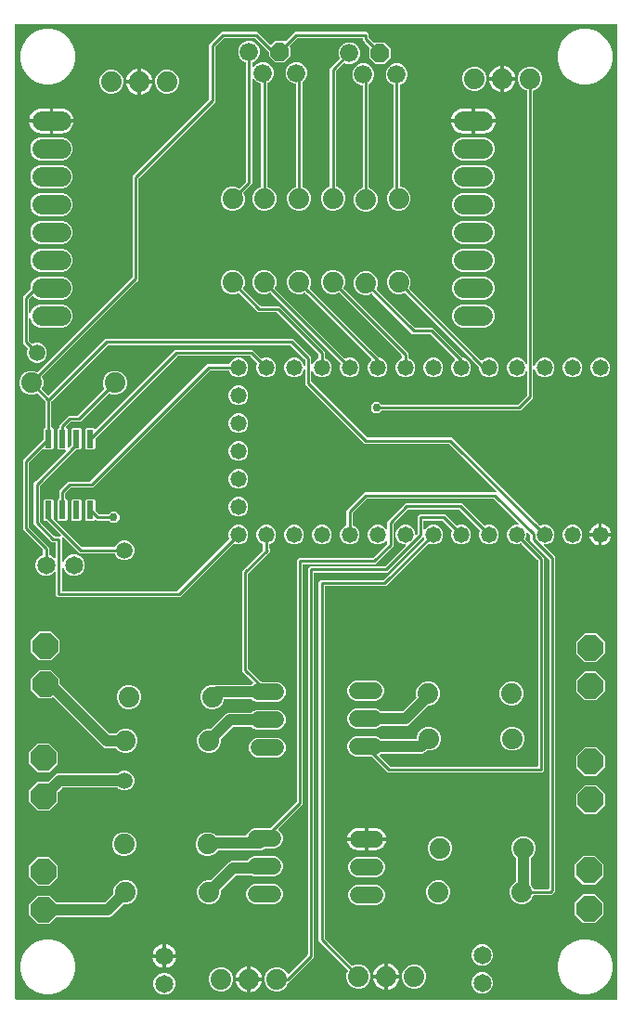
<source format=gbr>
G04 EAGLE Gerber RS-274X export*
G75*
%MOMM*%
%FSLAX34Y34*%
%LPD*%
%INTop Copper*%
%IPPOS*%
%AMOC8*
5,1,8,0,0,1.08239X$1,22.5*%
G01*
%ADD10C,1.651000*%
%ADD11C,1.524000*%
%ADD12C,1.676400*%
%ADD13P,1.814519X8X292.500000*%
%ADD14C,1.879600*%
%ADD15C,1.473200*%
%ADD16P,2.489497X8X112.500000*%
%ADD17P,2.489497X8X292.500000*%
%ADD18C,1.778000*%
%ADD19R,0.609600X1.701800*%
%ADD20C,0.756400*%
%ADD21C,0.250000*%
%ADD22C,1.500000*%
%ADD23C,1.000000*%

G36*
X559098Y10164D02*
X559098Y10164D01*
X559117Y10162D01*
X559219Y10184D01*
X559321Y10200D01*
X559338Y10210D01*
X559358Y10214D01*
X559447Y10267D01*
X559538Y10316D01*
X559552Y10330D01*
X559569Y10340D01*
X559636Y10419D01*
X559708Y10494D01*
X559716Y10512D01*
X559729Y10527D01*
X559768Y10623D01*
X559811Y10717D01*
X559813Y10737D01*
X559821Y10755D01*
X559839Y10922D01*
X559839Y899078D01*
X559836Y899098D01*
X559838Y899117D01*
X559816Y899219D01*
X559800Y899321D01*
X559790Y899338D01*
X559786Y899358D01*
X559733Y899447D01*
X559684Y899538D01*
X559670Y899552D01*
X559660Y899569D01*
X559581Y899636D01*
X559506Y899708D01*
X559488Y899716D01*
X559473Y899729D01*
X559377Y899768D01*
X559283Y899811D01*
X559263Y899813D01*
X559245Y899821D01*
X559078Y899839D01*
X10922Y899839D01*
X10902Y899836D01*
X10883Y899838D01*
X10781Y899816D01*
X10679Y899800D01*
X10662Y899790D01*
X10642Y899786D01*
X10553Y899733D01*
X10462Y899684D01*
X10448Y899670D01*
X10431Y899660D01*
X10364Y899581D01*
X10292Y899506D01*
X10284Y899488D01*
X10271Y899473D01*
X10232Y899377D01*
X10189Y899283D01*
X10187Y899263D01*
X10179Y899245D01*
X10161Y899078D01*
X10161Y10922D01*
X10164Y10902D01*
X10162Y10883D01*
X10184Y10781D01*
X10200Y10679D01*
X10210Y10662D01*
X10214Y10642D01*
X10267Y10553D01*
X10316Y10462D01*
X10330Y10448D01*
X10340Y10431D01*
X10419Y10364D01*
X10494Y10292D01*
X10512Y10284D01*
X10527Y10271D01*
X10623Y10232D01*
X10717Y10189D01*
X10737Y10187D01*
X10755Y10179D01*
X10922Y10161D01*
X559078Y10161D01*
X559098Y10164D01*
G37*
%LPC*%
G36*
X470127Y97277D02*
X470127Y97277D01*
X466113Y98940D01*
X463040Y102013D01*
X461377Y106027D01*
X461377Y110373D01*
X463040Y114387D01*
X466113Y117460D01*
X466905Y117788D01*
X467005Y117850D01*
X467105Y117910D01*
X467109Y117914D01*
X467114Y117918D01*
X467189Y118007D01*
X467265Y118097D01*
X467267Y118102D01*
X467271Y118107D01*
X467313Y118215D01*
X467357Y118325D01*
X467358Y118332D01*
X467359Y118337D01*
X467360Y118355D01*
X467375Y118491D01*
X467375Y138962D01*
X467361Y139052D01*
X467353Y139143D01*
X467341Y139173D01*
X467336Y139205D01*
X467293Y139286D01*
X467257Y139370D01*
X467231Y139402D01*
X467220Y139422D01*
X467197Y139445D01*
X467152Y139501D01*
X464640Y142013D01*
X462977Y146027D01*
X462977Y150373D01*
X464640Y154387D01*
X467713Y157460D01*
X471727Y159123D01*
X476073Y159123D01*
X480087Y157460D01*
X483160Y154387D01*
X484823Y150373D01*
X484823Y146027D01*
X483160Y142013D01*
X480648Y139501D01*
X480595Y139427D01*
X480535Y139357D01*
X480523Y139327D01*
X480504Y139301D01*
X480477Y139214D01*
X480443Y139129D01*
X480439Y139088D01*
X480432Y139066D01*
X480433Y139034D01*
X480425Y138962D01*
X480425Y115838D01*
X480439Y115748D01*
X480447Y115657D01*
X480459Y115627D01*
X480464Y115595D01*
X480507Y115514D01*
X480543Y115430D01*
X480569Y115398D01*
X480580Y115378D01*
X480603Y115355D01*
X480648Y115299D01*
X481560Y114387D01*
X482779Y111445D01*
X482840Y111345D01*
X482900Y111245D01*
X482905Y111241D01*
X482908Y111236D01*
X482998Y111161D01*
X483087Y111085D01*
X483093Y111083D01*
X483098Y111079D01*
X483206Y111037D01*
X483315Y110993D01*
X483323Y110992D01*
X483327Y110991D01*
X483346Y110990D01*
X483482Y110975D01*
X496464Y110975D01*
X496484Y110978D01*
X496503Y110976D01*
X496605Y110998D01*
X496707Y111014D01*
X496724Y111024D01*
X496744Y111028D01*
X496833Y111081D01*
X496924Y111130D01*
X496938Y111144D01*
X496955Y111154D01*
X497022Y111233D01*
X497094Y111308D01*
X497102Y111326D01*
X497115Y111341D01*
X497154Y111437D01*
X497197Y111531D01*
X497199Y111551D01*
X497207Y111569D01*
X497225Y111736D01*
X497225Y411595D01*
X497211Y411685D01*
X497203Y411776D01*
X497191Y411806D01*
X497186Y411838D01*
X497143Y411919D01*
X497107Y412002D01*
X497081Y412035D01*
X497070Y412055D01*
X497047Y412077D01*
X497002Y412133D01*
X480185Y428950D01*
X480185Y433075D01*
X480171Y433165D01*
X480163Y433256D01*
X480151Y433286D01*
X480146Y433318D01*
X480103Y433399D01*
X480067Y433483D01*
X480041Y433515D01*
X480030Y433535D01*
X480007Y433558D01*
X479962Y433614D01*
X477890Y435686D01*
X477832Y435728D01*
X477780Y435777D01*
X477733Y435799D01*
X477691Y435829D01*
X477622Y435850D01*
X477557Y435881D01*
X477505Y435886D01*
X477455Y435902D01*
X477384Y435900D01*
X477313Y435908D01*
X477262Y435897D01*
X477210Y435895D01*
X477142Y435871D01*
X477072Y435855D01*
X477027Y435829D01*
X476979Y435811D01*
X476923Y435766D01*
X476861Y435729D01*
X476827Y435690D01*
X476787Y435657D01*
X476748Y435597D01*
X476701Y435542D01*
X476682Y435494D01*
X476654Y435450D01*
X476636Y435381D01*
X476609Y435314D01*
X476601Y435243D01*
X476593Y435212D01*
X476595Y435188D01*
X476591Y435147D01*
X476591Y432532D01*
X475849Y430740D01*
X475822Y430626D01*
X475793Y430513D01*
X475794Y430507D01*
X475792Y430501D01*
X475803Y430384D01*
X475813Y430268D01*
X475815Y430262D01*
X475816Y430256D01*
X475863Y430148D01*
X475909Y430041D01*
X475914Y430036D01*
X475916Y430031D01*
X475928Y430017D01*
X476014Y429910D01*
X490926Y414998D01*
X492775Y413149D01*
X492775Y218851D01*
X491149Y217225D01*
X349951Y217225D01*
X335444Y231732D01*
X335370Y231785D01*
X335300Y231845D01*
X335270Y231857D01*
X335244Y231876D01*
X335157Y231903D01*
X335072Y231937D01*
X335031Y231941D01*
X335009Y231948D01*
X334977Y231947D01*
X334905Y231955D01*
X320561Y231955D01*
X317200Y233347D01*
X314627Y235920D01*
X313235Y239281D01*
X313235Y242919D01*
X314627Y246280D01*
X317200Y248853D01*
X320561Y250245D01*
X339439Y250245D01*
X342800Y248853D01*
X343805Y247848D01*
X343879Y247795D01*
X343948Y247735D01*
X343978Y247723D01*
X344005Y247704D01*
X344092Y247677D01*
X344176Y247643D01*
X344217Y247639D01*
X344240Y247632D01*
X344272Y247633D01*
X344343Y247625D01*
X375816Y247625D01*
X375836Y247628D01*
X375855Y247626D01*
X375957Y247648D01*
X376059Y247664D01*
X376076Y247674D01*
X376096Y247678D01*
X376185Y247731D01*
X376276Y247780D01*
X376290Y247794D01*
X376307Y247804D01*
X376374Y247883D01*
X376446Y247958D01*
X376454Y247976D01*
X376467Y247991D01*
X376506Y248087D01*
X376549Y248181D01*
X376551Y248201D01*
X376559Y248219D01*
X376577Y248386D01*
X376577Y250373D01*
X378240Y254387D01*
X381313Y257460D01*
X385327Y259123D01*
X389673Y259123D01*
X393687Y257460D01*
X396760Y254387D01*
X398423Y250373D01*
X398423Y246027D01*
X396760Y242013D01*
X393687Y238940D01*
X389673Y237277D01*
X386120Y237277D01*
X386030Y237263D01*
X385939Y237255D01*
X385909Y237243D01*
X385877Y237238D01*
X385797Y237195D01*
X385713Y237159D01*
X385680Y237133D01*
X385660Y237122D01*
X385638Y237099D01*
X385582Y237054D01*
X384096Y235569D01*
X381698Y234575D01*
X344343Y234575D01*
X344253Y234561D01*
X344162Y234553D01*
X344132Y234541D01*
X344100Y234536D01*
X344020Y234493D01*
X343936Y234457D01*
X343904Y234431D01*
X343883Y234420D01*
X343861Y234397D01*
X343805Y234352D01*
X342777Y233324D01*
X342765Y233308D01*
X342749Y233295D01*
X342693Y233208D01*
X342633Y233124D01*
X342627Y233105D01*
X342616Y233088D01*
X342591Y232988D01*
X342561Y232889D01*
X342561Y232869D01*
X342556Y232850D01*
X342564Y232747D01*
X342567Y232643D01*
X342574Y232625D01*
X342575Y232605D01*
X342616Y232510D01*
X342652Y232412D01*
X342664Y232397D01*
X342672Y232378D01*
X342777Y232247D01*
X352026Y222998D01*
X352100Y222945D01*
X352170Y222885D01*
X352200Y222873D01*
X352226Y222854D01*
X352313Y222827D01*
X352398Y222793D01*
X352439Y222789D01*
X352461Y222782D01*
X352493Y222783D01*
X352565Y222775D01*
X486464Y222775D01*
X486484Y222778D01*
X486503Y222776D01*
X486605Y222798D01*
X486707Y222814D01*
X486724Y222824D01*
X486744Y222828D01*
X486833Y222881D01*
X486924Y222930D01*
X486938Y222944D01*
X486955Y222954D01*
X487022Y223033D01*
X487094Y223108D01*
X487102Y223126D01*
X487115Y223141D01*
X487154Y223237D01*
X487197Y223331D01*
X487199Y223351D01*
X487207Y223369D01*
X487225Y223536D01*
X487225Y410535D01*
X487211Y410625D01*
X487203Y410716D01*
X487191Y410746D01*
X487186Y410778D01*
X487143Y410859D01*
X487107Y410943D01*
X487081Y410975D01*
X487070Y410995D01*
X487047Y411018D01*
X487002Y411074D01*
X472090Y425986D01*
X471995Y426054D01*
X471901Y426124D01*
X471895Y426126D01*
X471890Y426130D01*
X471779Y426164D01*
X471667Y426200D01*
X471661Y426200D01*
X471655Y426202D01*
X471538Y426199D01*
X471421Y426198D01*
X471414Y426196D01*
X471409Y426196D01*
X471391Y426189D01*
X471260Y426151D01*
X469468Y425409D01*
X465932Y425409D01*
X462664Y426763D01*
X460163Y429264D01*
X458809Y432532D01*
X458809Y436068D01*
X460163Y439336D01*
X462664Y441837D01*
X465932Y443191D01*
X468547Y443191D01*
X468618Y443202D01*
X468690Y443204D01*
X468739Y443222D01*
X468790Y443230D01*
X468853Y443264D01*
X468921Y443289D01*
X468961Y443321D01*
X469008Y443346D01*
X469057Y443398D01*
X469113Y443442D01*
X469141Y443486D01*
X469177Y443524D01*
X469207Y443589D01*
X469246Y443649D01*
X469259Y443700D01*
X469281Y443747D01*
X469288Y443818D01*
X469306Y443888D01*
X469302Y443940D01*
X469308Y443991D01*
X469292Y444062D01*
X469287Y444133D01*
X469266Y444181D01*
X469255Y444232D01*
X469219Y444293D01*
X469190Y444359D01*
X469146Y444415D01*
X469129Y444443D01*
X469111Y444458D01*
X469086Y444490D01*
X446574Y467002D01*
X446500Y467055D01*
X446430Y467115D01*
X446400Y467127D01*
X446374Y467146D01*
X446287Y467173D01*
X446202Y467207D01*
X446161Y467211D01*
X446139Y467218D01*
X446107Y467217D01*
X446035Y467225D01*
X331465Y467225D01*
X331375Y467211D01*
X331284Y467203D01*
X331254Y467191D01*
X331222Y467186D01*
X331141Y467143D01*
X331057Y467107D01*
X331025Y467081D01*
X331005Y467070D01*
X330982Y467047D01*
X330926Y467002D01*
X318298Y454374D01*
X318245Y454300D01*
X318185Y454230D01*
X318173Y454200D01*
X318154Y454174D01*
X318127Y454087D01*
X318093Y454002D01*
X318089Y453961D01*
X318082Y453939D01*
X318083Y453907D01*
X318075Y453835D01*
X318075Y443283D01*
X318076Y443275D01*
X318076Y443273D01*
X318078Y443261D01*
X318094Y443168D01*
X318111Y443052D01*
X318113Y443046D01*
X318114Y443040D01*
X318169Y442937D01*
X318222Y442832D01*
X318227Y442828D01*
X318230Y442822D01*
X318314Y442743D01*
X318398Y442660D01*
X318404Y442657D01*
X318408Y442653D01*
X318425Y442645D01*
X318545Y442579D01*
X320336Y441837D01*
X322837Y439336D01*
X324191Y436068D01*
X324191Y432532D01*
X322837Y429264D01*
X320336Y426763D01*
X317068Y425409D01*
X313532Y425409D01*
X310264Y426763D01*
X307763Y429264D01*
X306409Y432532D01*
X306409Y436068D01*
X307763Y439336D01*
X310264Y441837D01*
X312055Y442579D01*
X312155Y442641D01*
X312255Y442701D01*
X312259Y442706D01*
X312264Y442709D01*
X312339Y442799D01*
X312415Y442888D01*
X312417Y442894D01*
X312421Y442898D01*
X312463Y443006D01*
X312507Y443116D01*
X312508Y443123D01*
X312509Y443128D01*
X312510Y443146D01*
X312525Y443283D01*
X312525Y456449D01*
X328851Y472775D01*
X448863Y472775D01*
X448934Y472786D01*
X449006Y472788D01*
X449055Y472806D01*
X449106Y472814D01*
X449169Y472848D01*
X449237Y472873D01*
X449277Y472905D01*
X449324Y472930D01*
X449373Y472982D01*
X449429Y473026D01*
X449457Y473070D01*
X449493Y473108D01*
X449523Y473173D01*
X449562Y473233D01*
X449575Y473284D01*
X449597Y473331D01*
X449604Y473402D01*
X449622Y473472D01*
X449618Y473524D01*
X449624Y473575D01*
X449608Y473646D01*
X449603Y473717D01*
X449582Y473765D01*
X449571Y473816D01*
X449535Y473877D01*
X449506Y473943D01*
X449462Y473999D01*
X449445Y474027D01*
X449427Y474042D01*
X449402Y474074D01*
X406474Y517002D01*
X406400Y517055D01*
X406330Y517115D01*
X406300Y517127D01*
X406274Y517146D01*
X406187Y517173D01*
X406102Y517207D01*
X406061Y517211D01*
X406039Y517218D01*
X406007Y517217D01*
X405935Y517225D01*
X328851Y517225D01*
X274725Y571351D01*
X274725Y584326D01*
X274710Y584422D01*
X274700Y584519D01*
X274690Y584543D01*
X274686Y584569D01*
X274640Y584655D01*
X274600Y584744D01*
X274583Y584763D01*
X274570Y584786D01*
X274500Y584853D01*
X274434Y584925D01*
X274411Y584938D01*
X274392Y584956D01*
X274304Y584997D01*
X274218Y585044D01*
X274193Y585048D01*
X274169Y585059D01*
X274072Y585070D01*
X273976Y585087D01*
X273950Y585084D01*
X273925Y585087D01*
X273829Y585066D01*
X273733Y585052D01*
X273710Y585040D01*
X273684Y585034D01*
X273601Y584984D01*
X273514Y584940D01*
X273495Y584921D01*
X273473Y584908D01*
X273410Y584834D01*
X273342Y584765D01*
X273326Y584736D01*
X273313Y584721D01*
X273301Y584691D01*
X273261Y584618D01*
X272037Y581664D01*
X269536Y579163D01*
X266268Y577809D01*
X262732Y577809D01*
X259464Y579163D01*
X256963Y581664D01*
X255609Y584932D01*
X255609Y588468D01*
X256963Y591736D01*
X259464Y594237D01*
X262732Y595591D01*
X266268Y595591D01*
X269536Y594237D01*
X272037Y591736D01*
X273261Y588782D01*
X273312Y588699D01*
X273358Y588614D01*
X273377Y588596D01*
X273390Y588573D01*
X273465Y588511D01*
X273536Y588444D01*
X273560Y588433D01*
X273580Y588416D01*
X273671Y588382D01*
X273759Y588341D01*
X273785Y588338D01*
X273809Y588328D01*
X273907Y588324D01*
X274003Y588313D01*
X274029Y588319D01*
X274055Y588318D01*
X274149Y588345D01*
X274244Y588366D01*
X274266Y588379D01*
X274291Y588386D01*
X274371Y588442D01*
X274455Y588492D01*
X274472Y588512D01*
X274493Y588527D01*
X274552Y588605D01*
X274615Y588679D01*
X274625Y588703D01*
X274640Y588724D01*
X274670Y588817D01*
X274707Y588907D01*
X274710Y588939D01*
X274716Y588958D01*
X274716Y588991D01*
X274725Y589074D01*
X274725Y593535D01*
X274711Y593625D01*
X274703Y593716D01*
X274691Y593746D01*
X274686Y593778D01*
X274643Y593859D01*
X274607Y593943D01*
X274581Y593975D01*
X274570Y593995D01*
X274547Y594018D01*
X274502Y594074D01*
X261574Y607002D01*
X261500Y607055D01*
X261430Y607115D01*
X261400Y607127D01*
X261374Y607146D01*
X261287Y607173D01*
X261202Y607207D01*
X261161Y607211D01*
X261139Y607218D01*
X261107Y607217D01*
X261035Y607225D01*
X94965Y607225D01*
X94875Y607211D01*
X94784Y607203D01*
X94754Y607191D01*
X94722Y607186D01*
X94641Y607143D01*
X94557Y607107D01*
X94525Y607081D01*
X94505Y607070D01*
X94482Y607047D01*
X94426Y607002D01*
X43548Y556124D01*
X43495Y556050D01*
X43435Y555980D01*
X43423Y555950D01*
X43404Y555924D01*
X43377Y555837D01*
X43343Y555752D01*
X43339Y555711D01*
X43332Y555689D01*
X43333Y555657D01*
X43325Y555585D01*
X43325Y532407D01*
X43328Y532387D01*
X43326Y532368D01*
X43348Y532266D01*
X43364Y532164D01*
X43374Y532147D01*
X43378Y532127D01*
X43431Y532038D01*
X43480Y531947D01*
X43494Y531933D01*
X43504Y531916D01*
X43583Y531849D01*
X43658Y531777D01*
X43676Y531769D01*
X43691Y531756D01*
X43787Y531717D01*
X43881Y531674D01*
X43901Y531672D01*
X43919Y531664D01*
X44086Y531646D01*
X44230Y531646D01*
X45123Y530753D01*
X45123Y512471D01*
X44230Y511578D01*
X36870Y511578D01*
X36194Y512255D01*
X36178Y512267D01*
X36165Y512282D01*
X36078Y512338D01*
X35994Y512399D01*
X35975Y512404D01*
X35958Y512415D01*
X35858Y512441D01*
X35759Y512471D01*
X35739Y512470D01*
X35720Y512475D01*
X35617Y512467D01*
X35513Y512465D01*
X35494Y512458D01*
X35474Y512456D01*
X35380Y512416D01*
X35282Y512380D01*
X35266Y512368D01*
X35248Y512360D01*
X35117Y512255D01*
X22998Y500136D01*
X22945Y500062D01*
X22885Y499992D01*
X22873Y499962D01*
X22854Y499936D01*
X22827Y499849D01*
X22793Y499764D01*
X22789Y499723D01*
X22782Y499701D01*
X22783Y499669D01*
X22775Y499597D01*
X22775Y441465D01*
X22789Y441375D01*
X22797Y441284D01*
X22809Y441254D01*
X22814Y441222D01*
X22857Y441141D01*
X22893Y441057D01*
X22919Y441025D01*
X22930Y441005D01*
X22953Y440982D01*
X22998Y440926D01*
X41275Y422649D01*
X41275Y416245D01*
X41294Y416130D01*
X41311Y416014D01*
X41313Y416008D01*
X41314Y416002D01*
X41369Y415899D01*
X41422Y415795D01*
X41427Y415790D01*
X41430Y415785D01*
X41514Y415705D01*
X41598Y415622D01*
X41604Y415619D01*
X41608Y415615D01*
X41625Y415607D01*
X41745Y415541D01*
X44040Y414591D01*
X45926Y412705D01*
X45984Y412663D01*
X46036Y412614D01*
X46083Y412592D01*
X46125Y412561D01*
X46194Y412540D01*
X46259Y412510D01*
X46311Y412504D01*
X46361Y412489D01*
X46432Y412491D01*
X46503Y412483D01*
X46554Y412494D01*
X46606Y412495D01*
X46674Y412520D01*
X46744Y412535D01*
X46789Y412562D01*
X46837Y412580D01*
X46893Y412625D01*
X46955Y412661D01*
X46989Y412701D01*
X47029Y412733D01*
X47068Y412794D01*
X47115Y412848D01*
X47134Y412897D01*
X47162Y412940D01*
X47180Y413010D01*
X47207Y413076D01*
X47215Y413148D01*
X47223Y413179D01*
X47221Y413202D01*
X47225Y413243D01*
X47225Y426464D01*
X47222Y426484D01*
X47224Y426503D01*
X47202Y426605D01*
X47186Y426707D01*
X47176Y426724D01*
X47172Y426744D01*
X47119Y426833D01*
X47070Y426924D01*
X47056Y426938D01*
X47046Y426955D01*
X46967Y427022D01*
X46892Y427094D01*
X46874Y427102D01*
X46859Y427115D01*
X46763Y427154D01*
X46669Y427197D01*
X46649Y427199D01*
X46631Y427207D01*
X46464Y427225D01*
X43851Y427225D01*
X27225Y443851D01*
X27225Y481149D01*
X29074Y482998D01*
X56355Y510279D01*
X56396Y510337D01*
X56446Y510389D01*
X56468Y510436D01*
X56498Y510478D01*
X56519Y510547D01*
X56550Y510612D01*
X56555Y510664D01*
X56571Y510714D01*
X56569Y510785D01*
X56577Y510856D01*
X56566Y510907D01*
X56564Y510959D01*
X56540Y511027D01*
X56524Y511097D01*
X56498Y511142D01*
X56480Y511190D01*
X56435Y511246D01*
X56398Y511308D01*
X56359Y511342D01*
X56326Y511382D01*
X56266Y511421D01*
X56211Y511468D01*
X56163Y511487D01*
X56119Y511515D01*
X56050Y511533D01*
X55983Y511560D01*
X55912Y511568D01*
X55881Y511576D01*
X55857Y511574D01*
X55816Y511578D01*
X49570Y511578D01*
X48677Y512471D01*
X48677Y530753D01*
X49570Y531646D01*
X49714Y531646D01*
X49734Y531649D01*
X49753Y531647D01*
X49855Y531669D01*
X49957Y531685D01*
X49974Y531695D01*
X49994Y531699D01*
X50083Y531752D01*
X50174Y531801D01*
X50188Y531815D01*
X50205Y531825D01*
X50272Y531904D01*
X50344Y531979D01*
X50352Y531997D01*
X50365Y532012D01*
X50403Y532108D01*
X50447Y532202D01*
X50449Y532222D01*
X50457Y532240D01*
X50475Y532407D01*
X50475Y534399D01*
X58851Y542775D01*
X67135Y542775D01*
X67225Y542789D01*
X67316Y542797D01*
X67346Y542809D01*
X67378Y542814D01*
X67459Y542857D01*
X67543Y542893D01*
X67575Y542919D01*
X67595Y542930D01*
X67618Y542953D01*
X67674Y542998D01*
X91331Y566655D01*
X91399Y566749D01*
X91469Y566844D01*
X91471Y566850D01*
X91475Y566855D01*
X91509Y566966D01*
X91545Y567078D01*
X91545Y567084D01*
X91547Y567090D01*
X91544Y567207D01*
X91543Y567324D01*
X91541Y567331D01*
X91541Y567336D01*
X91534Y567353D01*
X91496Y567485D01*
X90277Y570427D01*
X90277Y574773D01*
X91940Y578787D01*
X95013Y581860D01*
X99027Y583523D01*
X103373Y583523D01*
X107387Y581860D01*
X110460Y578787D01*
X112123Y574773D01*
X112123Y570427D01*
X110460Y566413D01*
X107387Y563340D01*
X103373Y561677D01*
X99027Y561677D01*
X96085Y562896D01*
X95971Y562923D01*
X95858Y562951D01*
X95851Y562951D01*
X95845Y562952D01*
X95729Y562941D01*
X95612Y562932D01*
X95607Y562930D01*
X95600Y562929D01*
X95493Y562881D01*
X95386Y562836D01*
X95380Y562831D01*
X95376Y562829D01*
X95362Y562817D01*
X95255Y562731D01*
X71598Y539074D01*
X69749Y537225D01*
X61465Y537225D01*
X61375Y537211D01*
X61284Y537203D01*
X61254Y537191D01*
X61222Y537186D01*
X61141Y537143D01*
X61057Y537107D01*
X61025Y537081D01*
X61005Y537070D01*
X60982Y537047D01*
X60926Y537002D01*
X56788Y532864D01*
X56776Y532848D01*
X56761Y532835D01*
X56705Y532748D01*
X56644Y532664D01*
X56639Y532645D01*
X56628Y532628D01*
X56602Y532528D01*
X56572Y532429D01*
X56573Y532409D01*
X56568Y532390D01*
X56576Y532287D01*
X56578Y532183D01*
X56585Y532164D01*
X56587Y532145D01*
X56627Y532050D01*
X56663Y531952D01*
X56675Y531937D01*
X56683Y531918D01*
X56788Y531787D01*
X57823Y530753D01*
X57823Y513585D01*
X57834Y513514D01*
X57836Y513442D01*
X57854Y513393D01*
X57862Y513342D01*
X57896Y513279D01*
X57921Y513211D01*
X57953Y513170D01*
X57978Y513124D01*
X58029Y513075D01*
X58074Y513019D01*
X58118Y512991D01*
X58156Y512955D01*
X58221Y512925D01*
X58281Y512886D01*
X58332Y512873D01*
X58379Y512851D01*
X58450Y512844D01*
X58520Y512826D01*
X58572Y512830D01*
X58623Y512824D01*
X58694Y512840D01*
X58765Y512845D01*
X58813Y512866D01*
X58864Y512877D01*
X58925Y512913D01*
X58991Y512942D01*
X59047Y512986D01*
X59075Y513003D01*
X59090Y513021D01*
X59122Y513046D01*
X61154Y515078D01*
X61207Y515152D01*
X61267Y515222D01*
X61279Y515252D01*
X61298Y515278D01*
X61325Y515365D01*
X61348Y515424D01*
X61349Y515426D01*
X61359Y515450D01*
X61363Y515491D01*
X61370Y515513D01*
X61369Y515545D01*
X61377Y515617D01*
X61377Y530753D01*
X62270Y531646D01*
X69630Y531646D01*
X70523Y530753D01*
X70523Y512471D01*
X69630Y511578D01*
X65818Y511578D01*
X65728Y511564D01*
X65637Y511556D01*
X65607Y511544D01*
X65575Y511539D01*
X65494Y511496D01*
X65410Y511460D01*
X65378Y511434D01*
X65358Y511423D01*
X65335Y511400D01*
X65279Y511355D01*
X32998Y479074D01*
X32945Y479000D01*
X32885Y478930D01*
X32873Y478900D01*
X32854Y478874D01*
X32827Y478787D01*
X32793Y478702D01*
X32789Y478661D01*
X32782Y478639D01*
X32783Y478607D01*
X32775Y478535D01*
X32775Y446465D01*
X32789Y446375D01*
X32797Y446284D01*
X32809Y446254D01*
X32814Y446222D01*
X32857Y446141D01*
X32893Y446057D01*
X32919Y446025D01*
X32930Y446005D01*
X32953Y445982D01*
X32998Y445926D01*
X45926Y432998D01*
X46000Y432945D01*
X46070Y432885D01*
X46100Y432873D01*
X46126Y432854D01*
X46213Y432827D01*
X46298Y432793D01*
X46339Y432789D01*
X46361Y432782D01*
X46393Y432783D01*
X46465Y432775D01*
X51463Y432775D01*
X51534Y432786D01*
X51606Y432788D01*
X51655Y432806D01*
X51706Y432814D01*
X51769Y432848D01*
X51837Y432873D01*
X51877Y432905D01*
X51924Y432930D01*
X51973Y432982D01*
X52029Y433026D01*
X52057Y433070D01*
X52093Y433108D01*
X52123Y433173D01*
X52162Y433233D01*
X52175Y433284D01*
X52197Y433331D01*
X52204Y433402D01*
X52222Y433472D01*
X52218Y433524D01*
X52224Y433575D01*
X52208Y433646D01*
X52203Y433717D01*
X52182Y433765D01*
X52171Y433816D01*
X52135Y433877D01*
X52106Y433943D01*
X52062Y433999D01*
X52045Y434027D01*
X52027Y434042D01*
X52002Y434074D01*
X39745Y446331D01*
X39671Y446384D01*
X39601Y446444D01*
X39571Y446456D01*
X39545Y446475D01*
X39458Y446502D01*
X39373Y446536D01*
X39332Y446540D01*
X39310Y446547D01*
X39278Y446546D01*
X39206Y446554D01*
X36870Y446554D01*
X35977Y447447D01*
X35977Y465729D01*
X36870Y466622D01*
X44230Y466622D01*
X45123Y465729D01*
X45123Y449117D01*
X45137Y449027D01*
X45145Y448936D01*
X45157Y448906D01*
X45162Y448874D01*
X45205Y448793D01*
X45241Y448709D01*
X45267Y448677D01*
X45278Y448657D01*
X45301Y448634D01*
X45346Y448578D01*
X70926Y422998D01*
X71000Y422945D01*
X71070Y422885D01*
X71100Y422873D01*
X71126Y422854D01*
X71213Y422827D01*
X71298Y422793D01*
X71339Y422789D01*
X71361Y422782D01*
X71393Y422783D01*
X71465Y422775D01*
X100872Y422775D01*
X100987Y422794D01*
X101103Y422811D01*
X101109Y422813D01*
X101115Y422814D01*
X101217Y422869D01*
X101323Y422922D01*
X101327Y422927D01*
X101333Y422930D01*
X101412Y423014D01*
X101495Y423098D01*
X101498Y423104D01*
X101502Y423108D01*
X101510Y423125D01*
X101576Y423245D01*
X102349Y425112D01*
X104888Y427651D01*
X108205Y429025D01*
X111795Y429025D01*
X115112Y427651D01*
X117651Y425112D01*
X119025Y421795D01*
X119025Y418205D01*
X117651Y414888D01*
X115112Y412349D01*
X111795Y410975D01*
X108205Y410975D01*
X104888Y412349D01*
X102349Y414888D01*
X101576Y416755D01*
X101514Y416855D01*
X101454Y416955D01*
X101449Y416959D01*
X101446Y416964D01*
X101356Y417039D01*
X101267Y417115D01*
X101261Y417117D01*
X101257Y417121D01*
X101148Y417163D01*
X101039Y417207D01*
X101032Y417208D01*
X101027Y417209D01*
X101009Y417210D01*
X100872Y417225D01*
X68851Y417225D01*
X54074Y432002D01*
X54016Y432043D01*
X53964Y432093D01*
X53917Y432115D01*
X53875Y432145D01*
X53806Y432166D01*
X53741Y432197D01*
X53689Y432202D01*
X53639Y432218D01*
X53568Y432216D01*
X53497Y432224D01*
X53446Y432213D01*
X53394Y432211D01*
X53326Y432187D01*
X53256Y432171D01*
X53211Y432145D01*
X53163Y432127D01*
X53107Y432082D01*
X53045Y432045D01*
X53011Y432006D01*
X52971Y431973D01*
X52932Y431913D01*
X52885Y431858D01*
X52866Y431810D01*
X52838Y431766D01*
X52820Y431697D01*
X52793Y431630D01*
X52785Y431559D01*
X52777Y431528D01*
X52779Y431504D01*
X52775Y431463D01*
X52775Y408824D01*
X52790Y408728D01*
X52800Y408631D01*
X52810Y408607D01*
X52814Y408581D01*
X52860Y408495D01*
X52900Y408406D01*
X52917Y408387D01*
X52930Y408364D01*
X53000Y408297D01*
X53066Y408225D01*
X53089Y408212D01*
X53108Y408194D01*
X53196Y408153D01*
X53282Y408106D01*
X53307Y408102D01*
X53331Y408091D01*
X53428Y408080D01*
X53524Y408063D01*
X53550Y408067D01*
X53575Y408064D01*
X53671Y408084D01*
X53767Y408099D01*
X53790Y408110D01*
X53816Y408116D01*
X53899Y408166D01*
X53986Y408210D01*
X54005Y408229D01*
X54027Y408242D01*
X54090Y408316D01*
X54158Y408386D01*
X54174Y408414D01*
X54187Y408429D01*
X54199Y408460D01*
X54239Y408533D01*
X55609Y411840D01*
X58360Y414591D01*
X61955Y416080D01*
X65845Y416080D01*
X69440Y414591D01*
X72191Y411840D01*
X73680Y408245D01*
X73680Y404355D01*
X72191Y400760D01*
X69440Y398009D01*
X65845Y396520D01*
X61955Y396520D01*
X58360Y398009D01*
X55609Y400760D01*
X54239Y404067D01*
X54188Y404150D01*
X54142Y404236D01*
X54123Y404254D01*
X54110Y404276D01*
X54035Y404339D01*
X53964Y404406D01*
X53940Y404417D01*
X53920Y404433D01*
X53829Y404468D01*
X53741Y404509D01*
X53715Y404512D01*
X53691Y404521D01*
X53593Y404526D01*
X53497Y404536D01*
X53471Y404531D01*
X53445Y404532D01*
X53351Y404505D01*
X53256Y404484D01*
X53234Y404471D01*
X53209Y404463D01*
X53129Y404408D01*
X53045Y404358D01*
X53028Y404338D01*
X53007Y404323D01*
X52948Y404245D01*
X52885Y404171D01*
X52875Y404147D01*
X52860Y404126D01*
X52830Y404033D01*
X52793Y403943D01*
X52790Y403910D01*
X52784Y403892D01*
X52784Y403859D01*
X52775Y403776D01*
X52775Y383536D01*
X52778Y383516D01*
X52776Y383497D01*
X52798Y383395D01*
X52814Y383293D01*
X52824Y383276D01*
X52828Y383256D01*
X52881Y383167D01*
X52930Y383076D01*
X52944Y383062D01*
X52954Y383045D01*
X53033Y382978D01*
X53108Y382906D01*
X53126Y382898D01*
X53141Y382885D01*
X53237Y382846D01*
X53331Y382803D01*
X53351Y382801D01*
X53369Y382793D01*
X53536Y382775D01*
X157935Y382775D01*
X158025Y382789D01*
X158116Y382797D01*
X158146Y382809D01*
X158178Y382814D01*
X158259Y382857D01*
X158343Y382893D01*
X158375Y382919D01*
X158395Y382930D01*
X158418Y382953D01*
X158474Y382998D01*
X205386Y429910D01*
X205454Y430005D01*
X205524Y430099D01*
X205526Y430105D01*
X205530Y430110D01*
X205564Y430220D01*
X205600Y430333D01*
X205600Y430339D01*
X205602Y430345D01*
X205599Y430462D01*
X205598Y430579D01*
X205596Y430586D01*
X205596Y430591D01*
X205589Y430609D01*
X205551Y430740D01*
X204809Y432532D01*
X204809Y436068D01*
X206163Y439336D01*
X208664Y441837D01*
X211932Y443191D01*
X215468Y443191D01*
X218736Y441837D01*
X221237Y439336D01*
X222591Y436068D01*
X222591Y432532D01*
X221237Y429264D01*
X218736Y426763D01*
X215468Y425409D01*
X211932Y425409D01*
X210140Y426151D01*
X210026Y426178D01*
X209913Y426207D01*
X209907Y426206D01*
X209901Y426208D01*
X209784Y426197D01*
X209668Y426187D01*
X209662Y426185D01*
X209656Y426184D01*
X209548Y426136D01*
X209441Y426091D01*
X209436Y426086D01*
X209431Y426084D01*
X209417Y426072D01*
X209310Y425986D01*
X162398Y379074D01*
X160549Y377225D01*
X48851Y377225D01*
X47225Y378851D01*
X47225Y399357D01*
X47214Y399428D01*
X47212Y399499D01*
X47194Y399548D01*
X47186Y399600D01*
X47152Y399663D01*
X47127Y399730D01*
X47095Y399771D01*
X47070Y399817D01*
X47018Y399866D01*
X46974Y399922D01*
X46930Y399951D01*
X46892Y399986D01*
X46827Y400017D01*
X46767Y400055D01*
X46716Y400068D01*
X46669Y400090D01*
X46598Y400098D01*
X46528Y400115D01*
X46476Y400111D01*
X46425Y400117D01*
X46354Y400102D01*
X46283Y400096D01*
X46235Y400076D01*
X46184Y400065D01*
X46123Y400028D01*
X46057Y400000D01*
X46001Y399955D01*
X45973Y399939D01*
X45958Y399921D01*
X45926Y399895D01*
X44040Y398009D01*
X40445Y396520D01*
X36555Y396520D01*
X32960Y398009D01*
X30209Y400760D01*
X28720Y404355D01*
X28720Y408245D01*
X30209Y411840D01*
X32960Y414591D01*
X35255Y415541D01*
X35355Y415603D01*
X35455Y415663D01*
X35459Y415668D01*
X35464Y415671D01*
X35539Y415761D01*
X35615Y415850D01*
X35617Y415856D01*
X35621Y415861D01*
X35663Y415969D01*
X35707Y416078D01*
X35708Y416086D01*
X35709Y416090D01*
X35710Y416108D01*
X35725Y416245D01*
X35725Y420035D01*
X35711Y420125D01*
X35703Y420216D01*
X35691Y420246D01*
X35686Y420278D01*
X35643Y420359D01*
X35607Y420443D01*
X35581Y420475D01*
X35570Y420495D01*
X35547Y420518D01*
X35502Y420574D01*
X17225Y438851D01*
X17225Y502211D01*
X35754Y520740D01*
X35807Y520814D01*
X35867Y520884D01*
X35879Y520914D01*
X35898Y520940D01*
X35925Y521027D01*
X35959Y521112D01*
X35963Y521153D01*
X35970Y521175D01*
X35969Y521207D01*
X35977Y521279D01*
X35977Y530753D01*
X36870Y531646D01*
X37014Y531646D01*
X37034Y531649D01*
X37053Y531647D01*
X37155Y531669D01*
X37257Y531685D01*
X37274Y531695D01*
X37294Y531699D01*
X37383Y531752D01*
X37474Y531801D01*
X37488Y531815D01*
X37505Y531825D01*
X37572Y531904D01*
X37644Y531979D01*
X37652Y531997D01*
X37665Y532012D01*
X37703Y532108D01*
X37747Y532202D01*
X37749Y532222D01*
X37757Y532240D01*
X37775Y532407D01*
X37775Y555585D01*
X37761Y555675D01*
X37753Y555766D01*
X37741Y555796D01*
X37736Y555828D01*
X37693Y555909D01*
X37657Y555993D01*
X37631Y556025D01*
X37620Y556045D01*
X37597Y556068D01*
X37552Y556124D01*
X30945Y562731D01*
X30851Y562798D01*
X30756Y562869D01*
X30750Y562871D01*
X30745Y562875D01*
X30634Y562909D01*
X30522Y562945D01*
X30516Y562945D01*
X30510Y562947D01*
X30393Y562944D01*
X30276Y562943D01*
X30269Y562941D01*
X30264Y562941D01*
X30247Y562934D01*
X30115Y562896D01*
X27173Y561677D01*
X22827Y561677D01*
X18813Y563340D01*
X15740Y566413D01*
X14077Y570427D01*
X14077Y574773D01*
X15740Y578787D01*
X18813Y581860D01*
X22827Y583523D01*
X27173Y583523D01*
X30115Y582304D01*
X30229Y582277D01*
X30342Y582249D01*
X30349Y582249D01*
X30355Y582248D01*
X30471Y582259D01*
X30588Y582268D01*
X30593Y582270D01*
X30600Y582271D01*
X30707Y582319D01*
X30814Y582364D01*
X30820Y582369D01*
X30824Y582371D01*
X30838Y582383D01*
X30945Y582469D01*
X117002Y668526D01*
X117055Y668600D01*
X117115Y668670D01*
X117127Y668700D01*
X117146Y668726D01*
X117173Y668813D01*
X117207Y668898D01*
X117211Y668939D01*
X117218Y668961D01*
X117217Y668993D01*
X117225Y669065D01*
X117225Y761149D01*
X187002Y830926D01*
X187055Y831000D01*
X187115Y831070D01*
X187127Y831100D01*
X187146Y831126D01*
X187173Y831213D01*
X187207Y831298D01*
X187211Y831339D01*
X187218Y831361D01*
X187217Y831393D01*
X187225Y831465D01*
X187225Y881149D01*
X198851Y892775D01*
X231149Y892775D01*
X232998Y890926D01*
X242802Y881122D01*
X242818Y881111D01*
X242830Y881095D01*
X242917Y881039D01*
X243001Y880979D01*
X243020Y880973D01*
X243037Y880962D01*
X243138Y880937D01*
X243236Y880907D01*
X243256Y880907D01*
X243276Y880902D01*
X243379Y880910D01*
X243482Y880913D01*
X243501Y880920D01*
X243521Y880921D01*
X243616Y880962D01*
X243713Y880997D01*
X243729Y881010D01*
X243747Y881018D01*
X243878Y881122D01*
X247346Y884591D01*
X255553Y884591D01*
X255955Y884189D01*
X255971Y884178D01*
X255983Y884162D01*
X256071Y884106D01*
X256155Y884046D01*
X256174Y884040D01*
X256190Y884029D01*
X256291Y884004D01*
X256390Y883974D01*
X256410Y883974D01*
X256429Y883969D01*
X256532Y883977D01*
X256635Y883980D01*
X256654Y883987D01*
X256674Y883988D01*
X256769Y884029D01*
X256866Y884064D01*
X256882Y884077D01*
X256900Y884085D01*
X257031Y884189D01*
X263768Y890926D01*
X265617Y892775D01*
X331149Y892775D01*
X332775Y891149D01*
X332775Y887699D01*
X332789Y887609D01*
X332797Y887518D01*
X332809Y887488D01*
X332814Y887456D01*
X332857Y887375D01*
X332893Y887291D01*
X332919Y887259D01*
X332930Y887239D01*
X332953Y887216D01*
X332998Y887160D01*
X337369Y882789D01*
X337385Y882778D01*
X337397Y882762D01*
X337484Y882706D01*
X337568Y882646D01*
X337587Y882640D01*
X337604Y882629D01*
X337705Y882604D01*
X337803Y882574D01*
X337823Y882574D01*
X337843Y882569D01*
X337946Y882577D01*
X338049Y882580D01*
X338068Y882587D01*
X338088Y882588D01*
X338183Y882629D01*
X338280Y882664D01*
X338296Y882677D01*
X338314Y882685D01*
X338445Y882789D01*
X338847Y883191D01*
X347054Y883191D01*
X352857Y877388D01*
X352857Y869180D01*
X347054Y863377D01*
X338846Y863377D01*
X333043Y869180D01*
X333043Y877387D01*
X333445Y877789D01*
X333456Y877805D01*
X333472Y877817D01*
X333528Y877905D01*
X333588Y877989D01*
X333594Y878008D01*
X333605Y878024D01*
X333630Y878125D01*
X333660Y878224D01*
X333660Y878244D01*
X333665Y878263D01*
X333657Y878366D01*
X333654Y878469D01*
X333647Y878488D01*
X333646Y878508D01*
X333605Y878603D01*
X333570Y878700D01*
X333557Y878716D01*
X333549Y878734D01*
X333445Y878865D01*
X329074Y883236D01*
X327225Y885085D01*
X327225Y886464D01*
X327222Y886484D01*
X327224Y886503D01*
X327202Y886605D01*
X327186Y886707D01*
X327176Y886724D01*
X327172Y886744D01*
X327119Y886833D01*
X327070Y886924D01*
X327056Y886938D01*
X327046Y886955D01*
X326967Y887022D01*
X326892Y887094D01*
X326874Y887102D01*
X326859Y887115D01*
X326763Y887154D01*
X326669Y887197D01*
X326649Y887199D01*
X326631Y887207D01*
X326464Y887225D01*
X268231Y887225D01*
X268141Y887211D01*
X268050Y887203D01*
X268020Y887191D01*
X267988Y887186D01*
X267907Y887143D01*
X267823Y887107D01*
X267791Y887081D01*
X267771Y887070D01*
X267748Y887047D01*
X267692Y887002D01*
X260955Y880265D01*
X260944Y880249D01*
X260928Y880237D01*
X260872Y880150D01*
X260812Y880066D01*
X260806Y880047D01*
X260795Y880030D01*
X260770Y879929D01*
X260740Y879831D01*
X260740Y879811D01*
X260735Y879791D01*
X260743Y879688D01*
X260746Y879585D01*
X260753Y879566D01*
X260754Y879546D01*
X260795Y879451D01*
X260830Y879354D01*
X260843Y879338D01*
X260851Y879320D01*
X260955Y879189D01*
X261357Y878787D01*
X261357Y870580D01*
X255554Y864777D01*
X247346Y864777D01*
X241543Y870580D01*
X241543Y874217D01*
X241529Y874307D01*
X241521Y874398D01*
X241509Y874428D01*
X241504Y874460D01*
X241461Y874541D01*
X241425Y874625D01*
X241399Y874657D01*
X241388Y874677D01*
X241365Y874700D01*
X241320Y874756D01*
X229074Y887002D01*
X229000Y887055D01*
X228930Y887115D01*
X228900Y887127D01*
X228874Y887146D01*
X228787Y887173D01*
X228702Y887207D01*
X228661Y887211D01*
X228639Y887218D01*
X228607Y887217D01*
X228535Y887225D01*
X201465Y887225D01*
X201375Y887211D01*
X201284Y887203D01*
X201254Y887191D01*
X201222Y887186D01*
X201141Y887143D01*
X201057Y887107D01*
X201025Y887081D01*
X201005Y887070D01*
X200982Y887047D01*
X200926Y887002D01*
X192998Y879074D01*
X192945Y879000D01*
X192885Y878930D01*
X192873Y878900D01*
X192854Y878874D01*
X192827Y878787D01*
X192793Y878702D01*
X192789Y878661D01*
X192782Y878639D01*
X192783Y878607D01*
X192775Y878535D01*
X192775Y828851D01*
X122998Y759074D01*
X122945Y759000D01*
X122885Y758930D01*
X122873Y758900D01*
X122854Y758874D01*
X122827Y758787D01*
X122793Y758702D01*
X122789Y758661D01*
X122782Y758639D01*
X122783Y758607D01*
X122775Y758535D01*
X122775Y666451D01*
X120926Y664602D01*
X34869Y578545D01*
X34801Y578451D01*
X34731Y578356D01*
X34729Y578350D01*
X34725Y578345D01*
X34691Y578234D01*
X34655Y578122D01*
X34655Y578116D01*
X34653Y578110D01*
X34656Y577993D01*
X34657Y577876D01*
X34659Y577869D01*
X34659Y577864D01*
X34666Y577847D01*
X34704Y577715D01*
X35923Y574773D01*
X35923Y570427D01*
X34704Y567485D01*
X34677Y567371D01*
X34649Y567258D01*
X34649Y567251D01*
X34648Y567245D01*
X34659Y567129D01*
X34668Y567012D01*
X34670Y567007D01*
X34671Y567000D01*
X34719Y566893D01*
X34764Y566786D01*
X34769Y566780D01*
X34771Y566776D01*
X34783Y566762D01*
X34869Y566655D01*
X40012Y561512D01*
X40028Y561501D01*
X40040Y561485D01*
X40112Y561439D01*
X40139Y561416D01*
X40154Y561410D01*
X40211Y561369D01*
X40230Y561363D01*
X40247Y561352D01*
X40348Y561327D01*
X40447Y561296D01*
X40466Y561297D01*
X40486Y561292D01*
X40589Y561300D01*
X40692Y561303D01*
X40711Y561310D01*
X40731Y561311D01*
X40826Y561352D01*
X40923Y561387D01*
X40939Y561400D01*
X40957Y561408D01*
X41018Y561456D01*
X41026Y561461D01*
X41036Y561470D01*
X41088Y561512D01*
X92351Y612775D01*
X263649Y612775D01*
X280275Y596149D01*
X280275Y590522D01*
X280290Y590426D01*
X280300Y590329D01*
X280310Y590305D01*
X280314Y590279D01*
X280360Y590193D01*
X280400Y590104D01*
X280417Y590085D01*
X280430Y590062D01*
X280500Y589995D01*
X280566Y589923D01*
X280589Y589911D01*
X280608Y589893D01*
X280696Y589852D01*
X280782Y589805D01*
X280807Y589800D01*
X280831Y589789D01*
X280928Y589778D01*
X281024Y589761D01*
X281050Y589765D01*
X281075Y589762D01*
X281171Y589783D01*
X281267Y589797D01*
X281290Y589809D01*
X281316Y589814D01*
X281399Y589864D01*
X281486Y589908D01*
X281505Y589927D01*
X281527Y589940D01*
X281590Y590014D01*
X281658Y590084D01*
X281674Y590112D01*
X281687Y590127D01*
X281699Y590158D01*
X281739Y590231D01*
X282363Y591736D01*
X284864Y594237D01*
X286655Y594979D01*
X286755Y595041D01*
X286855Y595101D01*
X286859Y595106D01*
X286864Y595109D01*
X286939Y595199D01*
X287015Y595288D01*
X287017Y595294D01*
X287021Y595298D01*
X287063Y595406D01*
X287107Y595516D01*
X287108Y595523D01*
X287109Y595528D01*
X287110Y595546D01*
X287125Y595683D01*
X287125Y598635D01*
X287124Y598644D01*
X287124Y598646D01*
X287121Y598661D01*
X287111Y598725D01*
X287103Y598816D01*
X287091Y598846D01*
X287086Y598878D01*
X287043Y598959D01*
X287007Y599043D01*
X286981Y599075D01*
X286970Y599095D01*
X286947Y599118D01*
X286902Y599174D01*
X249074Y637002D01*
X249000Y637055D01*
X248930Y637115D01*
X248900Y637127D01*
X248874Y637146D01*
X248787Y637173D01*
X248702Y637207D01*
X248661Y637211D01*
X248639Y637218D01*
X248607Y637217D01*
X248535Y637225D01*
X231651Y637225D01*
X229802Y639074D01*
X214645Y654231D01*
X214551Y654299D01*
X214456Y654369D01*
X214450Y654371D01*
X214445Y654375D01*
X214334Y654409D01*
X214222Y654445D01*
X214216Y654445D01*
X214210Y654447D01*
X214093Y654444D01*
X213976Y654443D01*
X213969Y654441D01*
X213964Y654441D01*
X213947Y654434D01*
X213815Y654396D01*
X210873Y653177D01*
X206527Y653177D01*
X202513Y654840D01*
X199440Y657913D01*
X197777Y661927D01*
X197777Y666273D01*
X199440Y670287D01*
X202513Y673360D01*
X206527Y675023D01*
X210873Y675023D01*
X214887Y673360D01*
X217960Y670287D01*
X219623Y666273D01*
X219623Y661927D01*
X218404Y658985D01*
X218396Y658952D01*
X218396Y658951D01*
X218395Y658949D01*
X218377Y658871D01*
X218349Y658758D01*
X218349Y658751D01*
X218348Y658745D01*
X218359Y658629D01*
X218368Y658512D01*
X218370Y658507D01*
X218371Y658500D01*
X218419Y658393D01*
X218464Y658286D01*
X218469Y658280D01*
X218471Y658276D01*
X218483Y658262D01*
X218569Y658155D01*
X233726Y642998D01*
X233800Y642945D01*
X233870Y642885D01*
X233900Y642873D01*
X233926Y642854D01*
X234013Y642827D01*
X234098Y642793D01*
X234139Y642789D01*
X234161Y642782D01*
X234193Y642783D01*
X234265Y642775D01*
X251149Y642775D01*
X292775Y601149D01*
X292775Y598804D01*
X292773Y598800D01*
X292754Y598774D01*
X292727Y598687D01*
X292693Y598602D01*
X292689Y598561D01*
X292682Y598539D01*
X292683Y598507D01*
X292675Y598435D01*
X292675Y595683D01*
X292694Y595568D01*
X292711Y595452D01*
X292713Y595446D01*
X292714Y595440D01*
X292769Y595337D01*
X292822Y595232D01*
X292827Y595228D01*
X292830Y595222D01*
X292914Y595143D01*
X292998Y595060D01*
X293004Y595057D01*
X293008Y595053D01*
X293025Y595045D01*
X293145Y594979D01*
X294936Y594237D01*
X297437Y591736D01*
X298791Y588468D01*
X298791Y584932D01*
X297437Y581664D01*
X294936Y579163D01*
X291668Y577809D01*
X288132Y577809D01*
X284864Y579163D01*
X282363Y581664D01*
X281739Y583169D01*
X281688Y583252D01*
X281642Y583338D01*
X281624Y583356D01*
X281610Y583378D01*
X281534Y583440D01*
X281464Y583507D01*
X281440Y583518D01*
X281420Y583535D01*
X281329Y583570D01*
X281241Y583611D01*
X281215Y583614D01*
X281191Y583623D01*
X281093Y583627D01*
X280997Y583638D01*
X280971Y583633D01*
X280945Y583634D01*
X280851Y583606D01*
X280756Y583586D01*
X280734Y583572D01*
X280709Y583565D01*
X280629Y583510D01*
X280545Y583460D01*
X280528Y583440D01*
X280507Y583425D01*
X280448Y583347D01*
X280385Y583273D01*
X280375Y583248D01*
X280360Y583227D01*
X280330Y583135D01*
X280293Y583045D01*
X280290Y583012D01*
X280284Y582994D01*
X280284Y582961D01*
X280275Y582878D01*
X280275Y573965D01*
X280289Y573875D01*
X280297Y573784D01*
X280309Y573754D01*
X280314Y573722D01*
X280357Y573641D01*
X280393Y573557D01*
X280419Y573525D01*
X280430Y573505D01*
X280453Y573482D01*
X280498Y573426D01*
X330926Y522998D01*
X331000Y522945D01*
X331070Y522885D01*
X331100Y522873D01*
X331126Y522854D01*
X331213Y522827D01*
X331298Y522793D01*
X331339Y522789D01*
X331361Y522782D01*
X331393Y522783D01*
X331465Y522775D01*
X408549Y522775D01*
X410398Y520926D01*
X488710Y442614D01*
X488805Y442546D01*
X488899Y442476D01*
X488905Y442474D01*
X488910Y442470D01*
X489021Y442436D01*
X489133Y442400D01*
X489139Y442400D01*
X489145Y442398D01*
X489262Y442401D01*
X489379Y442402D01*
X489386Y442404D01*
X489391Y442404D01*
X489409Y442411D01*
X489540Y442449D01*
X491332Y443191D01*
X494868Y443191D01*
X498136Y441837D01*
X500637Y439336D01*
X501991Y436068D01*
X501991Y432532D01*
X500637Y429264D01*
X498136Y426763D01*
X494868Y425409D01*
X493412Y425409D01*
X493342Y425398D01*
X493270Y425396D01*
X493221Y425378D01*
X493170Y425370D01*
X493106Y425336D01*
X493039Y425311D01*
X492998Y425279D01*
X492952Y425254D01*
X492903Y425202D01*
X492847Y425158D01*
X492819Y425114D01*
X492783Y425076D01*
X492753Y425011D01*
X492714Y424951D01*
X492701Y424900D01*
X492679Y424853D01*
X492671Y424782D01*
X492654Y424712D01*
X492658Y424660D01*
X492652Y424609D01*
X492667Y424538D01*
X492673Y424467D01*
X492693Y424419D01*
X492704Y424368D01*
X492741Y424307D01*
X492769Y424241D01*
X492814Y424185D01*
X492831Y424157D01*
X492848Y424142D01*
X492874Y424110D01*
X500926Y416058D01*
X502775Y414209D01*
X502775Y108851D01*
X500927Y107002D01*
X500926Y107002D01*
X499349Y105425D01*
X483482Y105425D01*
X483367Y105406D01*
X483251Y105389D01*
X483245Y105387D01*
X483239Y105386D01*
X483137Y105331D01*
X483032Y105278D01*
X483027Y105273D01*
X483022Y105270D01*
X482942Y105186D01*
X482860Y105102D01*
X482856Y105096D01*
X482853Y105092D01*
X482845Y105075D01*
X482779Y104955D01*
X481560Y102013D01*
X478487Y98940D01*
X474473Y97277D01*
X470127Y97277D01*
G37*
%LPD*%
%LPC*%
G36*
X246627Y17877D02*
X246627Y17877D01*
X242613Y19540D01*
X239540Y22613D01*
X237877Y26627D01*
X237877Y30973D01*
X239540Y34987D01*
X242613Y38060D01*
X246627Y39723D01*
X250973Y39723D01*
X254987Y38060D01*
X258060Y34987D01*
X258503Y33916D01*
X258528Y33877D01*
X258543Y33834D01*
X258592Y33773D01*
X258633Y33707D01*
X258668Y33678D01*
X258697Y33642D01*
X258763Y33600D01*
X258823Y33550D01*
X258865Y33534D01*
X258904Y33509D01*
X258980Y33490D01*
X259052Y33462D01*
X259098Y33460D01*
X259143Y33449D01*
X259220Y33455D01*
X259298Y33452D01*
X259342Y33464D01*
X259388Y33468D01*
X259459Y33498D01*
X259534Y33520D01*
X259572Y33546D01*
X259614Y33564D01*
X259721Y33650D01*
X259736Y33660D01*
X259739Y33665D01*
X259745Y33669D01*
X277002Y50926D01*
X277055Y51000D01*
X277115Y51070D01*
X277127Y51100D01*
X277146Y51126D01*
X277173Y51213D01*
X277207Y51298D01*
X277211Y51339D01*
X277218Y51361D01*
X277217Y51393D01*
X277225Y51465D01*
X277225Y403649D01*
X278851Y405275D01*
X347176Y405275D01*
X347266Y405289D01*
X347357Y405297D01*
X347386Y405309D01*
X347418Y405314D01*
X347499Y405357D01*
X347583Y405393D01*
X347615Y405419D01*
X347636Y405430D01*
X347658Y405453D01*
X347714Y405498D01*
X366326Y424110D01*
X366368Y424168D01*
X366417Y424220D01*
X366439Y424267D01*
X366469Y424309D01*
X366490Y424378D01*
X366521Y424443D01*
X366526Y424495D01*
X366542Y424545D01*
X366540Y424616D01*
X366548Y424687D01*
X366537Y424738D01*
X366535Y424790D01*
X366511Y424858D01*
X366496Y424928D01*
X366469Y424973D01*
X366451Y425021D01*
X366406Y425077D01*
X366369Y425139D01*
X366330Y425173D01*
X366297Y425213D01*
X366237Y425252D01*
X366182Y425299D01*
X366134Y425318D01*
X366090Y425346D01*
X366021Y425364D01*
X365954Y425391D01*
X365883Y425399D01*
X365852Y425407D01*
X365829Y425405D01*
X365788Y425409D01*
X364332Y425409D01*
X361064Y426763D01*
X358563Y429264D01*
X357209Y432532D01*
X357209Y436068D01*
X358563Y439336D01*
X361064Y441837D01*
X364332Y443191D01*
X367868Y443191D01*
X371136Y441837D01*
X373637Y439336D01*
X374991Y436068D01*
X374991Y434612D01*
X375002Y434542D01*
X375004Y434470D01*
X375022Y434421D01*
X375030Y434370D01*
X375064Y434306D01*
X375089Y434239D01*
X375121Y434198D01*
X375146Y434152D01*
X375198Y434103D01*
X375242Y434047D01*
X375286Y434019D01*
X375324Y433983D01*
X375389Y433953D01*
X375449Y433914D01*
X375500Y433901D01*
X375547Y433879D01*
X375618Y433871D01*
X375688Y433854D01*
X375740Y433858D01*
X375791Y433852D01*
X375862Y433867D01*
X375933Y433873D01*
X375981Y433893D01*
X376032Y433904D01*
X376093Y433941D01*
X376159Y433969D01*
X376215Y434014D01*
X376243Y434031D01*
X376258Y434048D01*
X376290Y434074D01*
X377002Y434786D01*
X377055Y434860D01*
X377115Y434930D01*
X377127Y434960D01*
X377146Y434986D01*
X377173Y435073D01*
X377207Y435158D01*
X377211Y435199D01*
X377218Y435221D01*
X377217Y435253D01*
X377225Y435324D01*
X377225Y451149D01*
X378851Y452775D01*
X402349Y452775D01*
X404198Y450926D01*
X412510Y442614D01*
X412605Y442546D01*
X412699Y442476D01*
X412705Y442474D01*
X412710Y442470D01*
X412821Y442436D01*
X412933Y442400D01*
X412939Y442400D01*
X412945Y442398D01*
X413062Y442401D01*
X413179Y442402D01*
X413186Y442404D01*
X413191Y442404D01*
X413209Y442411D01*
X413340Y442449D01*
X415132Y443191D01*
X418668Y443191D01*
X421936Y441837D01*
X424437Y439336D01*
X425791Y436068D01*
X425791Y432532D01*
X424437Y429264D01*
X421936Y426763D01*
X418668Y425409D01*
X415132Y425409D01*
X411864Y426763D01*
X409363Y429264D01*
X408009Y432532D01*
X408009Y436068D01*
X408751Y437860D01*
X408778Y437974D01*
X408807Y438087D01*
X408806Y438093D01*
X408808Y438099D01*
X408797Y438216D01*
X408787Y438332D01*
X408785Y438338D01*
X408784Y438344D01*
X408737Y438452D01*
X408691Y438559D01*
X408686Y438564D01*
X408684Y438569D01*
X408672Y438583D01*
X408586Y438690D01*
X400274Y447002D01*
X400200Y447055D01*
X400130Y447115D01*
X400100Y447127D01*
X400074Y447146D01*
X399987Y447173D01*
X399902Y447207D01*
X399861Y447211D01*
X399839Y447218D01*
X399807Y447217D01*
X399735Y447225D01*
X383536Y447225D01*
X383516Y447222D01*
X383497Y447224D01*
X383395Y447202D01*
X383293Y447186D01*
X383276Y447176D01*
X383256Y447172D01*
X383167Y447119D01*
X383076Y447070D01*
X383062Y447056D01*
X383045Y447046D01*
X382978Y446967D01*
X382906Y446892D01*
X382898Y446874D01*
X382885Y446859D01*
X382846Y446763D01*
X382803Y446669D01*
X382801Y446649D01*
X382793Y446631D01*
X382775Y446464D01*
X382775Y439986D01*
X382786Y439915D01*
X382788Y439843D01*
X382806Y439795D01*
X382814Y439743D01*
X382848Y439680D01*
X382873Y439612D01*
X382905Y439572D01*
X382930Y439526D01*
X382982Y439476D01*
X383026Y439420D01*
X383070Y439392D01*
X383108Y439356D01*
X383173Y439326D01*
X383233Y439287D01*
X383284Y439275D01*
X383331Y439253D01*
X383402Y439245D01*
X383472Y439227D01*
X383524Y439231D01*
X383575Y439226D01*
X383646Y439241D01*
X383717Y439247D01*
X383765Y439267D01*
X383816Y439278D01*
X383877Y439315D01*
X383943Y439343D01*
X383999Y439388D01*
X384027Y439404D01*
X384042Y439422D01*
X384074Y439448D01*
X386464Y441837D01*
X389732Y443191D01*
X393268Y443191D01*
X396536Y441837D01*
X399037Y439336D01*
X400391Y436068D01*
X400391Y432532D01*
X399037Y429264D01*
X396536Y426763D01*
X393268Y425409D01*
X389732Y425409D01*
X387940Y426151D01*
X387826Y426178D01*
X387713Y426207D01*
X387707Y426206D01*
X387701Y426208D01*
X387584Y426197D01*
X387468Y426187D01*
X387462Y426185D01*
X387456Y426184D01*
X387348Y426136D01*
X387241Y426091D01*
X387236Y426086D01*
X387231Y426084D01*
X387217Y426072D01*
X387110Y425986D01*
X348349Y387225D01*
X293536Y387225D01*
X293516Y387222D01*
X293497Y387224D01*
X293395Y387202D01*
X293293Y387186D01*
X293276Y387176D01*
X293256Y387172D01*
X293167Y387119D01*
X293076Y387070D01*
X293062Y387056D01*
X293045Y387046D01*
X292978Y386967D01*
X292906Y386892D01*
X292898Y386874D01*
X292885Y386859D01*
X292846Y386763D01*
X292803Y386669D01*
X292801Y386649D01*
X292793Y386631D01*
X292775Y386464D01*
X292775Y66065D01*
X292789Y65975D01*
X292797Y65884D01*
X292809Y65854D01*
X292814Y65822D01*
X292857Y65741D01*
X292893Y65657D01*
X292919Y65625D01*
X292930Y65605D01*
X292953Y65582D01*
X292998Y65526D01*
X317455Y41069D01*
X317549Y41001D01*
X317644Y40931D01*
X317650Y40929D01*
X317655Y40925D01*
X317766Y40891D01*
X317878Y40855D01*
X317884Y40855D01*
X317890Y40853D01*
X318007Y40856D01*
X318124Y40857D01*
X318131Y40859D01*
X318136Y40859D01*
X318153Y40866D01*
X318285Y40904D01*
X321227Y42123D01*
X325573Y42123D01*
X329587Y40460D01*
X332660Y37387D01*
X334323Y33373D01*
X334323Y29027D01*
X332660Y25013D01*
X329587Y21940D01*
X325573Y20277D01*
X321227Y20277D01*
X317213Y21940D01*
X314140Y25013D01*
X312477Y29027D01*
X312477Y33373D01*
X313696Y36315D01*
X313723Y36429D01*
X313751Y36542D01*
X313751Y36549D01*
X313752Y36555D01*
X313741Y36671D01*
X313732Y36788D01*
X313730Y36793D01*
X313729Y36800D01*
X313681Y36907D01*
X313636Y37014D01*
X313631Y37020D01*
X313629Y37024D01*
X313617Y37038D01*
X313531Y37145D01*
X289074Y61602D01*
X287225Y63451D01*
X287225Y391149D01*
X288851Y392775D01*
X345735Y392775D01*
X345825Y392789D01*
X345916Y392797D01*
X345946Y392809D01*
X345978Y392814D01*
X346059Y392857D01*
X346143Y392893D01*
X346175Y392919D01*
X346195Y392930D01*
X346218Y392953D01*
X346274Y392998D01*
X383186Y429910D01*
X383254Y430004D01*
X383324Y430099D01*
X383326Y430105D01*
X383330Y430110D01*
X383364Y430221D01*
X383400Y430333D01*
X383400Y430339D01*
X383402Y430345D01*
X383399Y430462D01*
X383398Y430579D01*
X383396Y430586D01*
X383396Y430591D01*
X383389Y430609D01*
X383351Y430740D01*
X383041Y431488D01*
X383017Y431527D01*
X383001Y431571D01*
X382953Y431631D01*
X382912Y431698D01*
X382876Y431727D01*
X382848Y431763D01*
X382782Y431805D01*
X382722Y431854D01*
X382679Y431871D01*
X382641Y431896D01*
X382565Y431915D01*
X382493Y431943D01*
X382447Y431944D01*
X382402Y431956D01*
X382325Y431950D01*
X382247Y431953D01*
X382203Y431940D01*
X382157Y431937D01*
X382086Y431906D01*
X382011Y431884D01*
X381973Y431858D01*
X381931Y431840D01*
X381824Y431755D01*
X381809Y431744D01*
X381806Y431740D01*
X381800Y431735D01*
X349790Y399725D01*
X283536Y399725D01*
X283516Y399722D01*
X283497Y399724D01*
X283395Y399702D01*
X283293Y399686D01*
X283276Y399676D01*
X283256Y399672D01*
X283167Y399619D01*
X283076Y399570D01*
X283062Y399556D01*
X283045Y399546D01*
X282978Y399467D01*
X282906Y399392D01*
X282898Y399374D01*
X282885Y399359D01*
X282846Y399263D01*
X282803Y399169D01*
X282801Y399149D01*
X282793Y399131D01*
X282775Y398964D01*
X282775Y48851D01*
X259943Y26019D01*
X259867Y26006D01*
X259751Y25989D01*
X259745Y25987D01*
X259739Y25986D01*
X259637Y25931D01*
X259532Y25878D01*
X259527Y25873D01*
X259522Y25870D01*
X259442Y25786D01*
X259360Y25702D01*
X259356Y25696D01*
X259353Y25692D01*
X259345Y25675D01*
X259279Y25555D01*
X258060Y22613D01*
X254987Y19540D01*
X250973Y17877D01*
X246627Y17877D01*
G37*
%LPD*%
%LPC*%
G36*
X183727Y140877D02*
X183727Y140877D01*
X179713Y142540D01*
X176640Y145613D01*
X174977Y149627D01*
X174977Y153973D01*
X176640Y157987D01*
X179713Y161060D01*
X183727Y162723D01*
X188073Y162723D01*
X192087Y161060D01*
X193449Y159698D01*
X193523Y159645D01*
X193593Y159585D01*
X193623Y159573D01*
X193649Y159554D01*
X193736Y159527D01*
X193821Y159493D01*
X193862Y159489D01*
X193884Y159482D01*
X193916Y159483D01*
X193988Y159475D01*
X220457Y159475D01*
X220572Y159494D01*
X220688Y159511D01*
X220693Y159513D01*
X220700Y159514D01*
X220802Y159569D01*
X220907Y159622D01*
X220911Y159627D01*
X220917Y159630D01*
X220997Y159714D01*
X221079Y159798D01*
X221083Y159804D01*
X221086Y159808D01*
X221094Y159825D01*
X221160Y159945D01*
X222127Y162280D01*
X224700Y164853D01*
X228061Y166245D01*
X242405Y166245D01*
X242495Y166259D01*
X242586Y166267D01*
X242616Y166279D01*
X242648Y166284D01*
X242729Y166327D01*
X242813Y166363D01*
X242845Y166389D01*
X242865Y166400D01*
X242888Y166423D01*
X242944Y166468D01*
X267002Y190526D01*
X267055Y190600D01*
X267115Y190670D01*
X267127Y190700D01*
X267146Y190726D01*
X267173Y190813D01*
X267207Y190898D01*
X267211Y190939D01*
X267218Y190961D01*
X267217Y190993D01*
X267225Y191065D01*
X267225Y411149D01*
X268851Y412775D01*
X336035Y412775D01*
X336125Y412789D01*
X336216Y412797D01*
X336246Y412809D01*
X336278Y412814D01*
X336359Y412857D01*
X336443Y412893D01*
X336475Y412919D01*
X336495Y412930D01*
X336518Y412953D01*
X336574Y412998D01*
X349502Y425926D01*
X349555Y426000D01*
X349615Y426070D01*
X349627Y426100D01*
X349646Y426126D01*
X349673Y426213D01*
X349707Y426298D01*
X349711Y426339D01*
X349718Y426361D01*
X349717Y426393D01*
X349725Y426465D01*
X349725Y429029D01*
X349710Y429125D01*
X349700Y429222D01*
X349690Y429246D01*
X349686Y429272D01*
X349640Y429358D01*
X349600Y429447D01*
X349583Y429466D01*
X349570Y429489D01*
X349500Y429556D01*
X349434Y429628D01*
X349411Y429641D01*
X349392Y429659D01*
X349304Y429700D01*
X349218Y429747D01*
X349193Y429751D01*
X349169Y429762D01*
X349072Y429773D01*
X348976Y429790D01*
X348950Y429787D01*
X348925Y429790D01*
X348829Y429769D01*
X348733Y429755D01*
X348710Y429743D01*
X348684Y429737D01*
X348600Y429687D01*
X348514Y429643D01*
X348495Y429625D01*
X348473Y429611D01*
X348410Y429537D01*
X348342Y429468D01*
X348326Y429439D01*
X348313Y429424D01*
X348301Y429393D01*
X348261Y429321D01*
X348237Y429264D01*
X345736Y426763D01*
X342468Y425409D01*
X338932Y425409D01*
X335664Y426763D01*
X333163Y429264D01*
X331809Y432532D01*
X331809Y436068D01*
X333163Y439336D01*
X335664Y441837D01*
X338932Y443191D01*
X342468Y443191D01*
X345736Y441837D01*
X348237Y439336D01*
X348261Y439279D01*
X348312Y439197D01*
X348358Y439111D01*
X348376Y439093D01*
X348390Y439070D01*
X348465Y439008D01*
X348536Y438941D01*
X348560Y438930D01*
X348580Y438914D01*
X348671Y438879D01*
X348759Y438838D01*
X348785Y438835D01*
X348809Y438825D01*
X348907Y438821D01*
X349003Y438810D01*
X349029Y438816D01*
X349055Y438815D01*
X349149Y438842D01*
X349244Y438863D01*
X349266Y438876D01*
X349291Y438883D01*
X349371Y438939D01*
X349455Y438989D01*
X349472Y439009D01*
X349493Y439024D01*
X349552Y439102D01*
X349615Y439176D01*
X349625Y439200D01*
X349640Y439221D01*
X349670Y439313D01*
X349707Y439404D01*
X349710Y439436D01*
X349716Y439455D01*
X349716Y439488D01*
X349725Y439571D01*
X349725Y446149D01*
X366351Y462775D01*
X417749Y462775D01*
X437910Y442614D01*
X438005Y442545D01*
X438099Y442476D01*
X438105Y442474D01*
X438110Y442470D01*
X438222Y442436D01*
X438333Y442400D01*
X438339Y442400D01*
X438345Y442398D01*
X438462Y442401D01*
X438579Y442402D01*
X438586Y442404D01*
X438591Y442404D01*
X438609Y442411D01*
X438740Y442449D01*
X440532Y443191D01*
X444068Y443191D01*
X447336Y441837D01*
X449837Y439336D01*
X451191Y436068D01*
X451191Y432532D01*
X449837Y429264D01*
X447336Y426763D01*
X444068Y425409D01*
X440532Y425409D01*
X437264Y426763D01*
X434763Y429264D01*
X433409Y432532D01*
X433409Y436068D01*
X434151Y437860D01*
X434178Y437974D01*
X434207Y438087D01*
X434206Y438093D01*
X434208Y438099D01*
X434197Y438216D01*
X434187Y438332D01*
X434185Y438338D01*
X434184Y438344D01*
X434137Y438452D01*
X434091Y438559D01*
X434086Y438564D01*
X434084Y438569D01*
X434072Y438583D01*
X433986Y438690D01*
X415674Y457002D01*
X415600Y457055D01*
X415530Y457115D01*
X415500Y457127D01*
X415474Y457146D01*
X415387Y457173D01*
X415302Y457207D01*
X415261Y457211D01*
X415239Y457218D01*
X415207Y457217D01*
X415135Y457225D01*
X368965Y457225D01*
X368875Y457211D01*
X368784Y457203D01*
X368754Y457191D01*
X368722Y457186D01*
X368641Y457143D01*
X368557Y457107D01*
X368525Y457081D01*
X368505Y457070D01*
X368482Y457047D01*
X368426Y457002D01*
X355498Y444074D01*
X355445Y444000D01*
X355385Y443930D01*
X355373Y443900D01*
X355354Y443874D01*
X355327Y443787D01*
X355293Y443702D01*
X355289Y443661D01*
X355282Y443639D01*
X355283Y443607D01*
X355275Y443535D01*
X355275Y423851D01*
X338649Y407225D01*
X273536Y407225D01*
X273516Y407222D01*
X273497Y407224D01*
X273395Y407202D01*
X273293Y407186D01*
X273276Y407176D01*
X273256Y407172D01*
X273167Y407119D01*
X273076Y407070D01*
X273062Y407056D01*
X273045Y407046D01*
X272978Y406967D01*
X272906Y406892D01*
X272898Y406874D01*
X272885Y406859D01*
X272846Y406763D01*
X272803Y406669D01*
X272801Y406649D01*
X272793Y406631D01*
X272775Y406464D01*
X272775Y188451D01*
X270926Y186602D01*
X250277Y165953D01*
X250265Y165936D01*
X250249Y165924D01*
X250193Y165837D01*
X250133Y165753D01*
X250127Y165734D01*
X250116Y165717D01*
X250091Y165616D01*
X250061Y165518D01*
X250061Y165498D01*
X250056Y165478D01*
X250064Y165376D01*
X250067Y165272D01*
X250074Y165253D01*
X250075Y165233D01*
X250116Y165138D01*
X250152Y165041D01*
X250164Y165025D01*
X250172Y165007D01*
X250277Y164876D01*
X252873Y162280D01*
X254265Y158919D01*
X254265Y155281D01*
X252873Y151920D01*
X250300Y149347D01*
X246939Y147955D01*
X237898Y147955D01*
X237808Y147941D01*
X237717Y147933D01*
X237687Y147921D01*
X237655Y147916D01*
X237575Y147873D01*
X237491Y147837D01*
X237458Y147811D01*
X237438Y147800D01*
X237430Y147793D01*
X237430Y147792D01*
X237414Y147776D01*
X237360Y147732D01*
X237046Y147419D01*
X234648Y146425D01*
X196005Y146425D01*
X195890Y146406D01*
X195774Y146389D01*
X195768Y146387D01*
X195762Y146386D01*
X195660Y146331D01*
X195555Y146278D01*
X195550Y146273D01*
X195545Y146270D01*
X195465Y146186D01*
X195383Y146102D01*
X195379Y146096D01*
X195376Y146092D01*
X195368Y146075D01*
X195302Y145955D01*
X195160Y145613D01*
X192087Y142540D01*
X188073Y140877D01*
X183727Y140877D01*
G37*
%LPD*%
%LPC*%
G36*
X337802Y544693D02*
X337802Y544693D01*
X334693Y547802D01*
X334693Y552198D01*
X337802Y555307D01*
X342198Y555307D01*
X344507Y552998D01*
X344581Y552945D01*
X344651Y552885D01*
X344681Y552873D01*
X344707Y552854D01*
X344794Y552827D01*
X344879Y552793D01*
X344920Y552789D01*
X344942Y552782D01*
X344974Y552783D01*
X345045Y552775D01*
X468535Y552775D01*
X468625Y552789D01*
X468716Y552797D01*
X468746Y552809D01*
X468778Y552814D01*
X468859Y552857D01*
X468943Y552893D01*
X468975Y552919D01*
X468995Y552930D01*
X469018Y552953D01*
X469074Y552998D01*
X477002Y560926D01*
X477055Y561000D01*
X477115Y561070D01*
X477127Y561100D01*
X477146Y561126D01*
X477173Y561213D01*
X477207Y561298D01*
X477211Y561339D01*
X477218Y561361D01*
X477217Y561393D01*
X477225Y561465D01*
X477225Y582636D01*
X477223Y582650D01*
X477224Y582660D01*
X477213Y582714D01*
X477210Y582732D01*
X477200Y582829D01*
X477190Y582853D01*
X477186Y582879D01*
X477140Y582965D01*
X477100Y583054D01*
X477083Y583073D01*
X477070Y583097D01*
X477000Y583164D01*
X476934Y583235D01*
X476911Y583248D01*
X476892Y583266D01*
X476804Y583307D01*
X476718Y583354D01*
X476693Y583359D01*
X476669Y583370D01*
X476572Y583380D01*
X476476Y583398D01*
X476450Y583394D01*
X476425Y583397D01*
X476329Y583376D01*
X476233Y583362D01*
X476210Y583350D01*
X476184Y583344D01*
X476101Y583294D01*
X476014Y583250D01*
X475995Y583232D01*
X475973Y583218D01*
X475910Y583144D01*
X475842Y583075D01*
X475826Y583046D01*
X475813Y583031D01*
X475801Y583001D01*
X475761Y582928D01*
X475237Y581664D01*
X472736Y579163D01*
X469468Y577809D01*
X465932Y577809D01*
X462664Y579163D01*
X460163Y581664D01*
X458809Y584932D01*
X458809Y588468D01*
X460163Y591736D01*
X462664Y594237D01*
X465932Y595591D01*
X469468Y595591D01*
X472736Y594237D01*
X475237Y591736D01*
X475761Y590472D01*
X475812Y590389D01*
X475858Y590303D01*
X475876Y590286D01*
X475890Y590263D01*
X475966Y590201D01*
X476036Y590134D01*
X476060Y590123D01*
X476080Y590106D01*
X476171Y590071D01*
X476259Y590030D01*
X476285Y590028D01*
X476309Y590018D01*
X476407Y590014D01*
X476503Y590003D01*
X476529Y590009D01*
X476555Y590008D01*
X476649Y590035D01*
X476744Y590056D01*
X476766Y590069D01*
X476791Y590076D01*
X476871Y590132D01*
X476955Y590182D01*
X476972Y590202D01*
X476993Y590217D01*
X477052Y590295D01*
X477115Y590369D01*
X477125Y590393D01*
X477140Y590414D01*
X477170Y590506D01*
X477207Y590597D01*
X477210Y590629D01*
X477216Y590648D01*
X477216Y590681D01*
X477225Y590764D01*
X477225Y838818D01*
X477206Y838933D01*
X477189Y839049D01*
X477187Y839055D01*
X477186Y839061D01*
X477131Y839163D01*
X477078Y839268D01*
X477073Y839273D01*
X477070Y839278D01*
X476986Y839358D01*
X476902Y839440D01*
X476896Y839444D01*
X476892Y839447D01*
X476875Y839455D01*
X476755Y839521D01*
X473813Y840740D01*
X470740Y843813D01*
X469077Y847827D01*
X469077Y852173D01*
X470740Y856187D01*
X473813Y859260D01*
X477827Y860923D01*
X482173Y860923D01*
X486187Y859260D01*
X489260Y856187D01*
X490923Y852173D01*
X490923Y847827D01*
X489260Y843813D01*
X486187Y840740D01*
X483245Y839521D01*
X483145Y839460D01*
X483045Y839400D01*
X483041Y839395D01*
X483036Y839392D01*
X482961Y839302D01*
X482885Y839213D01*
X482883Y839207D01*
X482879Y839202D01*
X482837Y839094D01*
X482793Y838985D01*
X482792Y838977D01*
X482791Y838973D01*
X482790Y838954D01*
X482775Y838818D01*
X482775Y588832D01*
X482790Y588736D01*
X482800Y588639D01*
X482810Y588615D01*
X482814Y588589D01*
X482860Y588504D01*
X482900Y588414D01*
X482917Y588395D01*
X482930Y588372D01*
X483000Y588305D01*
X483066Y588233D01*
X483089Y588221D01*
X483108Y588203D01*
X483196Y588162D01*
X483282Y588115D01*
X483307Y588110D01*
X483331Y588099D01*
X483428Y588088D01*
X483524Y588071D01*
X483550Y588075D01*
X483575Y588072D01*
X483671Y588093D01*
X483767Y588107D01*
X483790Y588119D01*
X483816Y588124D01*
X483899Y588174D01*
X483986Y588218D01*
X484005Y588237D01*
X484027Y588250D01*
X484090Y588324D01*
X484158Y588394D01*
X484174Y588423D01*
X484187Y588437D01*
X484199Y588468D01*
X484239Y588541D01*
X485563Y591736D01*
X488064Y594237D01*
X491332Y595591D01*
X494868Y595591D01*
X498136Y594237D01*
X500637Y591736D01*
X501991Y588468D01*
X501991Y584932D01*
X500637Y581664D01*
X498136Y579163D01*
X494868Y577809D01*
X491332Y577809D01*
X488064Y579163D01*
X485563Y581664D01*
X484239Y584859D01*
X484188Y584942D01*
X484142Y585028D01*
X484123Y585046D01*
X484110Y585068D01*
X484035Y585130D01*
X483964Y585197D01*
X483940Y585208D01*
X483920Y585225D01*
X483829Y585260D01*
X483741Y585301D01*
X483715Y585304D01*
X483691Y585313D01*
X483593Y585317D01*
X483497Y585328D01*
X483471Y585322D01*
X483445Y585324D01*
X483351Y585296D01*
X483256Y585276D01*
X483234Y585262D01*
X483209Y585255D01*
X483129Y585200D01*
X483045Y585150D01*
X483028Y585130D01*
X483007Y585115D01*
X482948Y585037D01*
X482885Y584963D01*
X482875Y584938D01*
X482860Y584917D01*
X482830Y584825D01*
X482793Y584734D01*
X482790Y584702D01*
X482784Y584684D01*
X482784Y584650D01*
X482775Y584568D01*
X482775Y558851D01*
X471149Y547225D01*
X345045Y547225D01*
X344955Y547211D01*
X344864Y547203D01*
X344835Y547191D01*
X344803Y547186D01*
X344722Y547143D01*
X344638Y547107D01*
X344606Y547081D01*
X344585Y547070D01*
X344563Y547047D01*
X344507Y547002D01*
X342198Y544693D01*
X337802Y544693D01*
G37*
%LPD*%
%LPC*%
G36*
X206527Y729377D02*
X206527Y729377D01*
X202513Y731040D01*
X199440Y734113D01*
X197777Y738127D01*
X197777Y742473D01*
X199440Y746487D01*
X202513Y749560D01*
X206527Y751223D01*
X210873Y751223D01*
X213815Y750004D01*
X213929Y749977D01*
X214042Y749949D01*
X214049Y749949D01*
X214055Y749948D01*
X214171Y749959D01*
X214288Y749968D01*
X214293Y749970D01*
X214300Y749971D01*
X214407Y750019D01*
X214514Y750064D01*
X214520Y750069D01*
X214524Y750071D01*
X214538Y750083D01*
X214645Y750169D01*
X220512Y756036D01*
X220565Y756110D01*
X220625Y756180D01*
X220637Y756210D01*
X220656Y756236D01*
X220683Y756323D01*
X220717Y756408D01*
X220721Y756449D01*
X220728Y756471D01*
X220727Y756503D01*
X220735Y756575D01*
X220735Y864602D01*
X220716Y864716D01*
X220699Y864833D01*
X220697Y864838D01*
X220696Y864844D01*
X220641Y864947D01*
X220588Y865052D01*
X220583Y865056D01*
X220580Y865062D01*
X220496Y865142D01*
X220412Y865224D01*
X220406Y865228D01*
X220402Y865231D01*
X220385Y865239D01*
X220265Y865305D01*
X217898Y866285D01*
X215111Y869072D01*
X213603Y872713D01*
X213603Y876655D01*
X215111Y880296D01*
X217898Y883083D01*
X221539Y884591D01*
X225481Y884591D01*
X229122Y883083D01*
X231909Y880296D01*
X233417Y876655D01*
X233417Y872713D01*
X231909Y869072D01*
X229122Y866285D01*
X226755Y865305D01*
X226655Y865243D01*
X226555Y865183D01*
X226551Y865179D01*
X226546Y865175D01*
X226471Y865086D01*
X226395Y864997D01*
X226393Y864991D01*
X226389Y864986D01*
X226347Y864878D01*
X226303Y864768D01*
X226302Y864761D01*
X226301Y864756D01*
X226300Y864738D01*
X226285Y864602D01*
X226285Y861069D01*
X226300Y860973D01*
X226310Y860876D01*
X226320Y860852D01*
X226324Y860826D01*
X226370Y860740D01*
X226410Y860651D01*
X226427Y860632D01*
X226440Y860609D01*
X226510Y860542D01*
X226576Y860470D01*
X226599Y860457D01*
X226618Y860439D01*
X226706Y860398D01*
X226792Y860351D01*
X226817Y860347D01*
X226841Y860336D01*
X226938Y860325D01*
X227034Y860308D01*
X227060Y860312D01*
X227085Y860309D01*
X227181Y860329D01*
X227277Y860344D01*
X227300Y860355D01*
X227326Y860361D01*
X227409Y860411D01*
X227496Y860455D01*
X227515Y860474D01*
X227537Y860487D01*
X227600Y860561D01*
X227668Y860631D01*
X227684Y860659D01*
X227697Y860674D01*
X227709Y860705D01*
X227749Y860778D01*
X227811Y860928D01*
X230598Y863715D01*
X234239Y865223D01*
X238181Y865223D01*
X241822Y863715D01*
X244609Y860928D01*
X246117Y857287D01*
X246117Y853345D01*
X244609Y849704D01*
X241822Y846917D01*
X240745Y846471D01*
X240645Y846410D01*
X240545Y846350D01*
X240541Y846345D01*
X240536Y846342D01*
X240461Y846252D01*
X240385Y846163D01*
X240383Y846157D01*
X240379Y846152D01*
X240337Y846044D01*
X240293Y845935D01*
X240292Y845927D01*
X240291Y845923D01*
X240290Y845904D01*
X240275Y845768D01*
X240275Y751782D01*
X240294Y751667D01*
X240311Y751551D01*
X240313Y751545D01*
X240314Y751539D01*
X240369Y751437D01*
X240422Y751332D01*
X240427Y751327D01*
X240430Y751322D01*
X240514Y751242D01*
X240598Y751160D01*
X240604Y751156D01*
X240608Y751152D01*
X240625Y751145D01*
X240745Y751079D01*
X243687Y749860D01*
X246760Y746787D01*
X248423Y742773D01*
X248423Y738427D01*
X246760Y734413D01*
X243687Y731340D01*
X239673Y729677D01*
X235327Y729677D01*
X231313Y731340D01*
X228240Y734413D01*
X226577Y738427D01*
X226577Y742773D01*
X228240Y746787D01*
X231313Y749860D01*
X234255Y751079D01*
X234355Y751140D01*
X234455Y751200D01*
X234459Y751205D01*
X234464Y751208D01*
X234539Y751298D01*
X234615Y751387D01*
X234617Y751393D01*
X234621Y751398D01*
X234663Y751506D01*
X234707Y751615D01*
X234708Y751623D01*
X234709Y751627D01*
X234710Y751646D01*
X234725Y751782D01*
X234725Y844699D01*
X234706Y844814D01*
X234689Y844930D01*
X234687Y844936D01*
X234686Y844942D01*
X234631Y845045D01*
X234578Y845150D01*
X234573Y845154D01*
X234570Y845159D01*
X234487Y845239D01*
X234402Y845322D01*
X234396Y845325D01*
X234392Y845329D01*
X234375Y845337D01*
X234255Y845403D01*
X230598Y846917D01*
X227811Y849704D01*
X227749Y849854D01*
X227698Y849937D01*
X227652Y850023D01*
X227633Y850041D01*
X227620Y850063D01*
X227545Y850126D01*
X227474Y850193D01*
X227450Y850204D01*
X227430Y850220D01*
X227339Y850255D01*
X227251Y850296D01*
X227225Y850299D01*
X227201Y850309D01*
X227103Y850313D01*
X227007Y850323D01*
X226981Y850318D01*
X226955Y850319D01*
X226861Y850292D01*
X226766Y850271D01*
X226744Y850258D01*
X226719Y850250D01*
X226639Y850195D01*
X226555Y850145D01*
X226538Y850125D01*
X226517Y850110D01*
X226458Y850032D01*
X226395Y849958D01*
X226385Y849934D01*
X226370Y849913D01*
X226340Y849820D01*
X226303Y849730D01*
X226300Y849697D01*
X226294Y849679D01*
X226294Y849646D01*
X226285Y849563D01*
X226285Y753961D01*
X218569Y746245D01*
X218501Y746150D01*
X218431Y746056D01*
X218429Y746050D01*
X218425Y746045D01*
X218391Y745934D01*
X218355Y745822D01*
X218355Y745816D01*
X218353Y745810D01*
X218356Y745693D01*
X218357Y745576D01*
X218359Y745569D01*
X218359Y745564D01*
X218366Y745547D01*
X218404Y745415D01*
X219623Y742473D01*
X219623Y738127D01*
X217960Y734113D01*
X214887Y731040D01*
X210873Y729377D01*
X206527Y729377D01*
G37*
%LPD*%
%LPC*%
G36*
X187827Y275277D02*
X187827Y275277D01*
X183813Y276940D01*
X180740Y280013D01*
X179077Y284027D01*
X179077Y288373D01*
X180740Y292387D01*
X183813Y295460D01*
X187827Y297123D01*
X192173Y297123D01*
X192273Y297081D01*
X192362Y297060D01*
X192449Y297032D01*
X192481Y297032D01*
X192512Y297025D01*
X192603Y297034D01*
X192694Y297034D01*
X192734Y297046D01*
X192757Y297048D01*
X192787Y297061D01*
X192856Y297081D01*
X193202Y297225D01*
X225657Y297225D01*
X225747Y297239D01*
X225838Y297247D01*
X225868Y297259D01*
X225900Y297264D01*
X225980Y297307D01*
X226064Y297343D01*
X226096Y297369D01*
X226117Y297380D01*
X226139Y297403D01*
X226195Y297448D01*
X227223Y298476D01*
X227235Y298492D01*
X227251Y298505D01*
X227307Y298592D01*
X227367Y298676D01*
X227373Y298695D01*
X227384Y298712D01*
X227409Y298812D01*
X227439Y298911D01*
X227439Y298931D01*
X227444Y298950D01*
X227436Y299053D01*
X227433Y299157D01*
X227426Y299175D01*
X227425Y299195D01*
X227384Y299290D01*
X227348Y299388D01*
X227336Y299403D01*
X227328Y299422D01*
X227223Y299553D01*
X217225Y309551D01*
X217225Y401149D01*
X236102Y420026D01*
X236155Y420100D01*
X236215Y420170D01*
X236227Y420200D01*
X236246Y420226D01*
X236273Y420313D01*
X236307Y420398D01*
X236311Y420439D01*
X236318Y420461D01*
X236317Y420493D01*
X236325Y420565D01*
X236325Y425317D01*
X236306Y425432D01*
X236289Y425548D01*
X236287Y425554D01*
X236286Y425560D01*
X236231Y425663D01*
X236178Y425768D01*
X236173Y425772D01*
X236170Y425778D01*
X236086Y425857D01*
X236002Y425940D01*
X235996Y425943D01*
X235992Y425947D01*
X235975Y425955D01*
X235855Y426021D01*
X234064Y426763D01*
X231563Y429264D01*
X230209Y432532D01*
X230209Y436068D01*
X231563Y439336D01*
X234064Y441837D01*
X237332Y443191D01*
X240868Y443191D01*
X244136Y441837D01*
X246637Y439336D01*
X247991Y436068D01*
X247991Y432532D01*
X246637Y429264D01*
X244136Y426763D01*
X242345Y426021D01*
X242245Y425959D01*
X242145Y425899D01*
X242141Y425894D01*
X242136Y425891D01*
X242061Y425801D01*
X241985Y425712D01*
X241983Y425706D01*
X241979Y425702D01*
X241937Y425594D01*
X241893Y425484D01*
X241892Y425477D01*
X241891Y425472D01*
X241890Y425454D01*
X241875Y425317D01*
X241875Y422365D01*
X241889Y422275D01*
X241897Y422184D01*
X241909Y422154D01*
X241914Y422122D01*
X241957Y422041D01*
X241993Y421957D01*
X242019Y421925D01*
X242030Y421905D01*
X242053Y421882D01*
X242098Y421826D01*
X242775Y421149D01*
X242775Y418851D01*
X222998Y399074D01*
X222945Y399000D01*
X222885Y398930D01*
X222873Y398900D01*
X222854Y398874D01*
X222827Y398787D01*
X222793Y398702D01*
X222789Y398661D01*
X222782Y398639D01*
X222783Y398607D01*
X222775Y398535D01*
X222775Y312165D01*
X222789Y312075D01*
X222797Y311984D01*
X222809Y311954D01*
X222814Y311922D01*
X222857Y311841D01*
X222893Y311757D01*
X222919Y311725D01*
X222930Y311705D01*
X222953Y311682D01*
X222998Y311626D01*
X234556Y300068D01*
X234630Y300015D01*
X234700Y299955D01*
X234730Y299943D01*
X234756Y299924D01*
X234843Y299897D01*
X234928Y299863D01*
X234969Y299859D01*
X234991Y299852D01*
X235023Y299853D01*
X235095Y299845D01*
X249439Y299845D01*
X252800Y298453D01*
X255373Y295880D01*
X256765Y292519D01*
X256765Y288881D01*
X255373Y285520D01*
X252800Y282947D01*
X249439Y281555D01*
X230561Y281555D01*
X227200Y282947D01*
X226195Y283952D01*
X226121Y284005D01*
X226052Y284065D01*
X226022Y284077D01*
X225995Y284096D01*
X225908Y284123D01*
X225824Y284157D01*
X225783Y284161D01*
X225760Y284168D01*
X225728Y284167D01*
X225657Y284175D01*
X201493Y284175D01*
X201378Y284156D01*
X201262Y284139D01*
X201256Y284137D01*
X201250Y284136D01*
X201147Y284081D01*
X201042Y284028D01*
X201038Y284023D01*
X201033Y284020D01*
X200953Y283936D01*
X200870Y283852D01*
X200867Y283846D01*
X200863Y283842D01*
X200855Y283825D01*
X200789Y283705D01*
X199260Y280013D01*
X196187Y276940D01*
X192173Y275277D01*
X187827Y275277D01*
G37*
%LPD*%
%LPC*%
G36*
X526688Y844839D02*
X526688Y844839D01*
X520288Y846554D01*
X514551Y849866D01*
X509866Y854551D01*
X506554Y860288D01*
X504839Y866688D01*
X504839Y873312D01*
X506554Y879712D01*
X509866Y885449D01*
X514551Y890134D01*
X520288Y893446D01*
X526688Y895161D01*
X533312Y895161D01*
X539712Y893446D01*
X545449Y890134D01*
X550134Y885449D01*
X553446Y879712D01*
X555161Y873312D01*
X555161Y866688D01*
X553446Y860288D01*
X550134Y854551D01*
X545449Y849866D01*
X539712Y846554D01*
X533312Y844839D01*
X526688Y844839D01*
G37*
%LPD*%
%LPC*%
G36*
X36688Y844839D02*
X36688Y844839D01*
X30288Y846554D01*
X24551Y849866D01*
X19866Y854551D01*
X16554Y860288D01*
X14839Y866688D01*
X14839Y873312D01*
X16554Y879712D01*
X19866Y885449D01*
X24551Y890134D01*
X30288Y893446D01*
X36688Y895161D01*
X43312Y895161D01*
X49712Y893446D01*
X55449Y890134D01*
X60134Y885449D01*
X63446Y879712D01*
X65161Y873312D01*
X65161Y866688D01*
X63446Y860288D01*
X60134Y854551D01*
X55449Y849866D01*
X49712Y846554D01*
X43312Y844839D01*
X36688Y844839D01*
G37*
%LPD*%
%LPC*%
G36*
X36688Y14839D02*
X36688Y14839D01*
X30288Y16554D01*
X24551Y19866D01*
X19866Y24551D01*
X16554Y30288D01*
X14839Y36688D01*
X14839Y43312D01*
X16554Y49712D01*
X19866Y55449D01*
X24551Y60134D01*
X30288Y63446D01*
X36688Y65161D01*
X43312Y65161D01*
X49712Y63446D01*
X55449Y60134D01*
X60134Y55449D01*
X63446Y49712D01*
X65161Y43312D01*
X65161Y36688D01*
X63446Y30288D01*
X60134Y24551D01*
X55449Y19866D01*
X49712Y16554D01*
X43312Y14839D01*
X36688Y14839D01*
G37*
%LPD*%
%LPC*%
G36*
X526688Y14839D02*
X526688Y14839D01*
X520288Y16554D01*
X514551Y19866D01*
X509866Y24551D01*
X506554Y30288D01*
X504839Y36688D01*
X504839Y43312D01*
X506554Y49712D01*
X509866Y55449D01*
X514551Y60134D01*
X520288Y63446D01*
X526688Y65161D01*
X533312Y65161D01*
X539712Y63446D01*
X545449Y60134D01*
X550134Y55449D01*
X553446Y49712D01*
X555161Y43312D01*
X555161Y36688D01*
X553446Y30288D01*
X550134Y24551D01*
X545449Y19866D01*
X539712Y16554D01*
X533312Y14839D01*
X526688Y14839D01*
G37*
%LPD*%
%LPC*%
G36*
X28205Y590975D02*
X28205Y590975D01*
X24888Y592349D01*
X22349Y594888D01*
X20975Y598205D01*
X20975Y601795D01*
X21749Y603663D01*
X21758Y603703D01*
X21771Y603731D01*
X21777Y603781D01*
X21804Y603890D01*
X21804Y603896D01*
X21805Y603902D01*
X21798Y603974D01*
X21798Y603975D01*
X21798Y603976D01*
X21794Y604019D01*
X21785Y604135D01*
X21782Y604141D01*
X21782Y604147D01*
X21734Y604254D01*
X21689Y604361D01*
X21684Y604367D01*
X21682Y604372D01*
X21669Y604385D01*
X21584Y604492D01*
X19074Y607002D01*
X17225Y608851D01*
X17225Y651149D01*
X23772Y657696D01*
X23825Y657770D01*
X23885Y657840D01*
X23897Y657870D01*
X23916Y657896D01*
X23943Y657983D01*
X23977Y658068D01*
X23981Y658109D01*
X23988Y658131D01*
X23987Y658163D01*
X23995Y658235D01*
X23995Y661172D01*
X25581Y665000D01*
X28510Y667929D01*
X32338Y669515D01*
X54262Y669515D01*
X58090Y667929D01*
X61019Y665000D01*
X62605Y661172D01*
X62605Y657028D01*
X61019Y653200D01*
X58090Y650271D01*
X54262Y648685D01*
X32338Y648685D01*
X28510Y650271D01*
X26891Y651890D01*
X26875Y651902D01*
X26862Y651918D01*
X26775Y651974D01*
X26691Y652034D01*
X26672Y652040D01*
X26655Y652051D01*
X26555Y652076D01*
X26456Y652106D01*
X26436Y652106D01*
X26417Y652111D01*
X26314Y652103D01*
X26210Y652100D01*
X26192Y652093D01*
X26172Y652091D01*
X26077Y652051D01*
X25979Y652015D01*
X25964Y652003D01*
X25945Y651995D01*
X25814Y651890D01*
X22998Y649074D01*
X22945Y649000D01*
X22885Y648930D01*
X22873Y648900D01*
X22854Y648874D01*
X22827Y648787D01*
X22793Y648702D01*
X22789Y648661D01*
X22782Y648639D01*
X22783Y648607D01*
X22775Y648535D01*
X22775Y636652D01*
X22777Y636639D01*
X22776Y636630D01*
X22786Y636582D01*
X22790Y636556D01*
X22800Y636459D01*
X22810Y636435D01*
X22814Y636409D01*
X22860Y636323D01*
X22900Y636234D01*
X22917Y636215D01*
X22930Y636192D01*
X23000Y636125D01*
X23066Y636053D01*
X23089Y636041D01*
X23108Y636023D01*
X23196Y635982D01*
X23282Y635935D01*
X23307Y635930D01*
X23331Y635919D01*
X23428Y635908D01*
X23524Y635891D01*
X23550Y635895D01*
X23575Y635892D01*
X23671Y635912D01*
X23767Y635927D01*
X23790Y635938D01*
X23816Y635944D01*
X23899Y635994D01*
X23986Y636038D01*
X24005Y636057D01*
X24027Y636070D01*
X24090Y636144D01*
X24158Y636214D01*
X24174Y636242D01*
X24187Y636257D01*
X24199Y636288D01*
X24239Y636361D01*
X25581Y639600D01*
X28510Y642529D01*
X32338Y644115D01*
X54262Y644115D01*
X58090Y642529D01*
X61019Y639600D01*
X62605Y635772D01*
X62605Y631628D01*
X61019Y627800D01*
X58090Y624871D01*
X54262Y623285D01*
X32338Y623285D01*
X28510Y624871D01*
X25581Y627800D01*
X24239Y631039D01*
X24188Y631122D01*
X24142Y631208D01*
X24124Y631226D01*
X24110Y631248D01*
X24034Y631311D01*
X23964Y631377D01*
X23940Y631388D01*
X23920Y631405D01*
X23829Y631440D01*
X23741Y631481D01*
X23715Y631484D01*
X23691Y631493D01*
X23593Y631497D01*
X23497Y631508D01*
X23471Y631503D01*
X23445Y631504D01*
X23351Y631477D01*
X23256Y631456D01*
X23234Y631443D01*
X23209Y631435D01*
X23129Y631380D01*
X23045Y631330D01*
X23028Y631310D01*
X23007Y631295D01*
X22948Y631217D01*
X22885Y631143D01*
X22875Y631119D01*
X22860Y631098D01*
X22830Y631005D01*
X22793Y630915D01*
X22790Y630882D01*
X22784Y630864D01*
X22784Y630831D01*
X22775Y630748D01*
X22775Y611465D01*
X22789Y611375D01*
X22797Y611284D01*
X22809Y611254D01*
X22814Y611222D01*
X22857Y611141D01*
X22893Y611057D01*
X22919Y611025D01*
X22930Y611005D01*
X22953Y610982D01*
X22998Y610926D01*
X25508Y608416D01*
X25602Y608348D01*
X25696Y608278D01*
X25702Y608276D01*
X25708Y608273D01*
X25819Y608238D01*
X25930Y608202D01*
X25937Y608202D01*
X25943Y608200D01*
X26059Y608203D01*
X26176Y608204D01*
X26184Y608207D01*
X26189Y608207D01*
X26206Y608213D01*
X26337Y608251D01*
X28205Y609025D01*
X31795Y609025D01*
X35112Y607651D01*
X37651Y605112D01*
X39025Y601795D01*
X39025Y598205D01*
X37651Y594888D01*
X35112Y592349D01*
X31795Y590975D01*
X28205Y590975D01*
G37*
%LPD*%
%LPC*%
G36*
X108727Y235377D02*
X108727Y235377D01*
X104713Y237040D01*
X102201Y239552D01*
X102127Y239605D01*
X102057Y239665D01*
X102027Y239677D01*
X102001Y239696D01*
X101914Y239723D01*
X101829Y239757D01*
X101788Y239761D01*
X101766Y239768D01*
X101734Y239767D01*
X101662Y239775D01*
X92402Y239775D01*
X90004Y240769D01*
X45034Y285738D01*
X45018Y285750D01*
X45006Y285765D01*
X44918Y285822D01*
X44835Y285882D01*
X44816Y285888D01*
X44799Y285898D01*
X44698Y285924D01*
X44600Y285954D01*
X44580Y285954D01*
X44560Y285958D01*
X44457Y285950D01*
X44354Y285948D01*
X44335Y285941D01*
X44315Y285939D01*
X44220Y285899D01*
X44123Y285863D01*
X44107Y285851D01*
X44089Y285843D01*
X43958Y285738D01*
X42895Y284675D01*
X32105Y284675D01*
X24475Y292305D01*
X24475Y303095D01*
X32105Y310725D01*
X42895Y310725D01*
X50525Y303095D01*
X50525Y299018D01*
X50539Y298928D01*
X50547Y298837D01*
X50559Y298807D01*
X50564Y298775D01*
X50607Y298695D01*
X50643Y298611D01*
X50669Y298579D01*
X50680Y298558D01*
X50703Y298536D01*
X50748Y298480D01*
X96180Y253048D01*
X96254Y252995D01*
X96323Y252935D01*
X96353Y252923D01*
X96379Y252904D01*
X96466Y252877D01*
X96551Y252843D01*
X96592Y252839D01*
X96614Y252832D01*
X96647Y252833D01*
X96718Y252825D01*
X101662Y252825D01*
X101752Y252839D01*
X101843Y252847D01*
X101873Y252859D01*
X101905Y252864D01*
X101986Y252907D01*
X102070Y252943D01*
X102102Y252969D01*
X102122Y252980D01*
X102145Y253003D01*
X102201Y253048D01*
X104713Y255560D01*
X108727Y257223D01*
X113073Y257223D01*
X117087Y255560D01*
X120160Y252487D01*
X121823Y248473D01*
X121823Y244127D01*
X120160Y240113D01*
X117087Y237040D01*
X113073Y235377D01*
X108727Y235377D01*
G37*
%LPD*%
%LPC*%
G36*
X30705Y78975D02*
X30705Y78975D01*
X23075Y86605D01*
X23075Y97395D01*
X30705Y105025D01*
X41495Y105025D01*
X47772Y98748D01*
X47846Y98695D01*
X47915Y98635D01*
X47946Y98623D01*
X47972Y98604D01*
X48059Y98577D01*
X48144Y98543D01*
X48185Y98539D01*
X48207Y98532D01*
X48239Y98533D01*
X48310Y98525D01*
X91682Y98525D01*
X91772Y98539D01*
X91863Y98547D01*
X91893Y98559D01*
X91925Y98564D01*
X92005Y98607D01*
X92089Y98643D01*
X92121Y98669D01*
X92142Y98680D01*
X92164Y98703D01*
X92220Y98748D01*
X99754Y106282D01*
X99807Y106356D01*
X99867Y106425D01*
X99879Y106455D01*
X99898Y106481D01*
X99925Y106568D01*
X99959Y106653D01*
X99963Y106694D01*
X99970Y106716D01*
X99969Y106749D01*
X99977Y106820D01*
X99977Y110373D01*
X101640Y114387D01*
X104713Y117460D01*
X108727Y119123D01*
X113073Y119123D01*
X117087Y117460D01*
X120160Y114387D01*
X121823Y110373D01*
X121823Y106027D01*
X120160Y102013D01*
X117087Y98940D01*
X113073Y97277D01*
X109520Y97277D01*
X109430Y97263D01*
X109339Y97255D01*
X109309Y97243D01*
X109277Y97238D01*
X109197Y97195D01*
X109113Y97159D01*
X109081Y97133D01*
X109060Y97122D01*
X109038Y97099D01*
X108982Y97054D01*
X98396Y86469D01*
X95998Y85475D01*
X48310Y85475D01*
X48220Y85461D01*
X48129Y85453D01*
X48100Y85441D01*
X48068Y85436D01*
X47987Y85393D01*
X47903Y85357D01*
X47871Y85331D01*
X47850Y85320D01*
X47828Y85297D01*
X47772Y85252D01*
X41495Y78975D01*
X30705Y78975D01*
G37*
%LPD*%
%LPC*%
G36*
X30705Y182575D02*
X30705Y182575D01*
X23075Y190205D01*
X23075Y200995D01*
X30705Y208625D01*
X39582Y208625D01*
X39672Y208639D01*
X39763Y208647D01*
X39793Y208659D01*
X39825Y208664D01*
X39905Y208707D01*
X39989Y208743D01*
X40021Y208769D01*
X40042Y208780D01*
X40064Y208803D01*
X40120Y208848D01*
X46804Y215531D01*
X49202Y216525D01*
X103446Y216525D01*
X103537Y216539D01*
X103627Y216547D01*
X103657Y216559D01*
X103689Y216564D01*
X103770Y216607D01*
X103854Y216643D01*
X103886Y216669D01*
X103907Y216680D01*
X103929Y216703D01*
X103985Y216748D01*
X104888Y217651D01*
X108205Y219025D01*
X111795Y219025D01*
X115112Y217651D01*
X117651Y215112D01*
X119025Y211795D01*
X119025Y208205D01*
X117651Y204888D01*
X115112Y202349D01*
X111795Y200975D01*
X108205Y200975D01*
X104888Y202349D01*
X103985Y203252D01*
X103911Y203305D01*
X103841Y203365D01*
X103811Y203377D01*
X103785Y203396D01*
X103698Y203423D01*
X103613Y203457D01*
X103572Y203461D01*
X103550Y203468D01*
X103518Y203467D01*
X103446Y203475D01*
X53518Y203475D01*
X53428Y203461D01*
X53337Y203453D01*
X53307Y203441D01*
X53275Y203436D01*
X53195Y203393D01*
X53111Y203357D01*
X53079Y203331D01*
X53058Y203320D01*
X53036Y203297D01*
X52980Y203252D01*
X49348Y199620D01*
X49295Y199546D01*
X49235Y199477D01*
X49223Y199447D01*
X49204Y199421D01*
X49177Y199334D01*
X49143Y199249D01*
X49139Y199208D01*
X49132Y199186D01*
X49133Y199153D01*
X49125Y199082D01*
X49125Y190205D01*
X41495Y182575D01*
X30705Y182575D01*
G37*
%LPD*%
%LPC*%
G36*
X49570Y446554D02*
X49570Y446554D01*
X48677Y447447D01*
X48677Y465729D01*
X49570Y466622D01*
X49714Y466622D01*
X49734Y466625D01*
X49753Y466623D01*
X49855Y466645D01*
X49957Y466661D01*
X49974Y466671D01*
X49994Y466675D01*
X50083Y466728D01*
X50174Y466777D01*
X50188Y466791D01*
X50205Y466801D01*
X50272Y466880D01*
X50344Y466955D01*
X50352Y466973D01*
X50365Y466988D01*
X50404Y467084D01*
X50447Y467178D01*
X50449Y467198D01*
X50457Y467216D01*
X50475Y467383D01*
X50475Y474399D01*
X58851Y482775D01*
X78535Y482775D01*
X78625Y482789D01*
X78716Y482797D01*
X78746Y482809D01*
X78778Y482814D01*
X78859Y482857D01*
X78943Y482893D01*
X78975Y482919D01*
X78995Y482930D01*
X79018Y482953D01*
X79074Y482998D01*
X185551Y589475D01*
X204717Y589475D01*
X204832Y589494D01*
X204948Y589511D01*
X204954Y589513D01*
X204960Y589514D01*
X205063Y589569D01*
X205168Y589622D01*
X205172Y589627D01*
X205178Y589630D01*
X205257Y589714D01*
X205340Y589798D01*
X205343Y589804D01*
X205347Y589808D01*
X205355Y589825D01*
X205421Y589945D01*
X206163Y591736D01*
X208664Y594237D01*
X211932Y595591D01*
X215468Y595591D01*
X218736Y594237D01*
X221237Y591736D01*
X222591Y588468D01*
X222591Y584932D01*
X221237Y581664D01*
X218736Y579163D01*
X215468Y577809D01*
X211932Y577809D01*
X208664Y579163D01*
X206163Y581664D01*
X205421Y583455D01*
X205359Y583555D01*
X205299Y583655D01*
X205294Y583659D01*
X205291Y583664D01*
X205201Y583739D01*
X205112Y583815D01*
X205106Y583817D01*
X205102Y583821D01*
X204994Y583863D01*
X204884Y583907D01*
X204877Y583908D01*
X204872Y583909D01*
X204854Y583910D01*
X204717Y583925D01*
X188165Y583925D01*
X188075Y583911D01*
X187984Y583903D01*
X187954Y583891D01*
X187922Y583886D01*
X187841Y583843D01*
X187757Y583807D01*
X187725Y583781D01*
X187705Y583770D01*
X187682Y583747D01*
X187626Y583702D01*
X81149Y477225D01*
X61465Y477225D01*
X61375Y477211D01*
X61284Y477203D01*
X61254Y477191D01*
X61222Y477186D01*
X61141Y477143D01*
X61057Y477107D01*
X61025Y477081D01*
X61005Y477070D01*
X60982Y477047D01*
X60926Y477002D01*
X56248Y472324D01*
X56195Y472250D01*
X56135Y472180D01*
X56123Y472150D01*
X56104Y472124D01*
X56077Y472037D01*
X56043Y471952D01*
X56039Y471911D01*
X56032Y471889D01*
X56033Y471857D01*
X56025Y471785D01*
X56025Y467383D01*
X56028Y467363D01*
X56026Y467344D01*
X56048Y467242D01*
X56064Y467140D01*
X56074Y467123D01*
X56078Y467103D01*
X56131Y467014D01*
X56180Y466923D01*
X56194Y466909D01*
X56204Y466892D01*
X56283Y466825D01*
X56358Y466753D01*
X56376Y466745D01*
X56391Y466732D01*
X56487Y466693D01*
X56581Y466650D01*
X56601Y466648D01*
X56619Y466640D01*
X56786Y466622D01*
X56930Y466622D01*
X57823Y465729D01*
X57823Y447447D01*
X56930Y446554D01*
X49570Y446554D01*
G37*
%LPD*%
%LPC*%
G36*
X320561Y257355D02*
X320561Y257355D01*
X317200Y258747D01*
X314627Y261320D01*
X313235Y264681D01*
X313235Y268319D01*
X314627Y271680D01*
X317200Y274253D01*
X320561Y275645D01*
X339439Y275645D01*
X342800Y274253D01*
X343805Y273248D01*
X343879Y273195D01*
X343948Y273135D01*
X343978Y273123D01*
X344005Y273104D01*
X344092Y273077D01*
X344176Y273043D01*
X344217Y273039D01*
X344240Y273032D01*
X344272Y273033D01*
X344343Y273025D01*
X363482Y273025D01*
X363572Y273039D01*
X363663Y273047D01*
X363693Y273059D01*
X363725Y273064D01*
X363805Y273107D01*
X363889Y273143D01*
X363921Y273169D01*
X363942Y273180D01*
X363964Y273203D01*
X364020Y273248D01*
X376251Y285479D01*
X376319Y285573D01*
X376389Y285668D01*
X376391Y285674D01*
X376395Y285679D01*
X376429Y285790D01*
X376466Y285901D01*
X376466Y285908D01*
X376467Y285914D01*
X376464Y286030D01*
X376463Y286147D01*
X376461Y286155D01*
X376461Y286160D01*
X376455Y286177D01*
X376416Y286308D01*
X376077Y287127D01*
X376077Y291473D01*
X377740Y295487D01*
X380813Y298560D01*
X384827Y300223D01*
X389173Y300223D01*
X393187Y298560D01*
X396260Y295487D01*
X397923Y291473D01*
X397923Y287127D01*
X396260Y283113D01*
X393187Y280040D01*
X389173Y278377D01*
X387920Y278377D01*
X387830Y278363D01*
X387739Y278355D01*
X387709Y278343D01*
X387677Y278338D01*
X387597Y278295D01*
X387513Y278259D01*
X387481Y278233D01*
X387460Y278222D01*
X387438Y278199D01*
X387382Y278154D01*
X370196Y260969D01*
X367798Y259975D01*
X344343Y259975D01*
X344253Y259961D01*
X344162Y259953D01*
X344132Y259941D01*
X344100Y259936D01*
X344020Y259893D01*
X343936Y259857D01*
X343904Y259831D01*
X343883Y259820D01*
X343861Y259797D01*
X343805Y259752D01*
X342800Y258747D01*
X339439Y257355D01*
X320561Y257355D01*
G37*
%LPD*%
%LPC*%
G36*
X74970Y511578D02*
X74970Y511578D01*
X74077Y512471D01*
X74077Y530753D01*
X74970Y531646D01*
X82330Y531646D01*
X83006Y530969D01*
X83022Y530957D01*
X83035Y530942D01*
X83122Y530886D01*
X83206Y530825D01*
X83225Y530820D01*
X83242Y530809D01*
X83342Y530783D01*
X83441Y530753D01*
X83461Y530754D01*
X83480Y530749D01*
X83583Y530757D01*
X83687Y530759D01*
X83706Y530766D01*
X83726Y530768D01*
X83820Y530808D01*
X83918Y530844D01*
X83934Y530856D01*
X83952Y530864D01*
X84083Y530969D01*
X154040Y600926D01*
X155889Y602775D01*
X226949Y602775D01*
X228798Y600927D01*
X228798Y600926D01*
X234710Y595014D01*
X234795Y594953D01*
X234844Y594911D01*
X234861Y594904D01*
X234899Y594876D01*
X234905Y594874D01*
X234910Y594870D01*
X235021Y594836D01*
X235069Y594820D01*
X235072Y594819D01*
X235073Y594819D01*
X235133Y594800D01*
X235139Y594800D01*
X235145Y594798D01*
X235260Y594801D01*
X235273Y594801D01*
X235274Y594801D01*
X235379Y594802D01*
X235386Y594804D01*
X235391Y594804D01*
X235409Y594811D01*
X235507Y594839D01*
X235516Y594840D01*
X235520Y594843D01*
X235540Y594849D01*
X237332Y595591D01*
X240868Y595591D01*
X244136Y594237D01*
X246637Y591736D01*
X247991Y588468D01*
X247991Y584932D01*
X246637Y581664D01*
X244136Y579163D01*
X240868Y577809D01*
X237332Y577809D01*
X234064Y579163D01*
X231563Y581664D01*
X230209Y584932D01*
X230209Y588468D01*
X230951Y590260D01*
X230978Y590374D01*
X231007Y590487D01*
X231006Y590493D01*
X231008Y590499D01*
X230997Y590616D01*
X230987Y590732D01*
X230985Y590738D01*
X230984Y590744D01*
X230937Y590852D01*
X230891Y590959D01*
X230886Y590964D01*
X230884Y590969D01*
X230872Y590983D01*
X230786Y591090D01*
X224874Y597002D01*
X224800Y597055D01*
X224730Y597115D01*
X224700Y597127D01*
X224674Y597146D01*
X224587Y597173D01*
X224502Y597207D01*
X224461Y597211D01*
X224439Y597218D01*
X224407Y597217D01*
X224335Y597225D01*
X158503Y597225D01*
X158413Y597211D01*
X158322Y597203D01*
X158292Y597191D01*
X158260Y597186D01*
X158179Y597143D01*
X158095Y597107D01*
X158063Y597081D01*
X158043Y597070D01*
X158020Y597047D01*
X157964Y597002D01*
X83446Y522484D01*
X83393Y522410D01*
X83333Y522340D01*
X83321Y522310D01*
X83302Y522284D01*
X83275Y522197D01*
X83241Y522112D01*
X83237Y522071D01*
X83230Y522049D01*
X83231Y522017D01*
X83223Y521945D01*
X83223Y512471D01*
X82330Y511578D01*
X74970Y511578D01*
G37*
%LPD*%
%LPC*%
G36*
X184927Y235377D02*
X184927Y235377D01*
X180913Y237040D01*
X177840Y240113D01*
X176177Y244127D01*
X176177Y248473D01*
X177840Y252487D01*
X180913Y255560D01*
X184927Y257223D01*
X188480Y257223D01*
X188570Y257237D01*
X188661Y257245D01*
X188691Y257257D01*
X188723Y257262D01*
X188803Y257305D01*
X188887Y257341D01*
X188919Y257367D01*
X188940Y257378D01*
X188962Y257401D01*
X189018Y257446D01*
X202404Y270831D01*
X204802Y271825D01*
X225657Y271825D01*
X225747Y271839D01*
X225838Y271847D01*
X225868Y271859D01*
X225900Y271864D01*
X225980Y271907D01*
X226064Y271943D01*
X226096Y271969D01*
X226117Y271980D01*
X226139Y272003D01*
X226195Y272048D01*
X227200Y273053D01*
X230561Y274445D01*
X249439Y274445D01*
X252800Y273053D01*
X255373Y270480D01*
X256765Y267119D01*
X256765Y263481D01*
X255373Y260120D01*
X252800Y257547D01*
X249439Y256155D01*
X230561Y256155D01*
X227200Y257547D01*
X226195Y258552D01*
X226121Y258605D01*
X226052Y258665D01*
X226022Y258677D01*
X225995Y258696D01*
X225908Y258723D01*
X225824Y258757D01*
X225783Y258761D01*
X225760Y258768D01*
X225728Y258767D01*
X225657Y258775D01*
X209118Y258775D01*
X209028Y258761D01*
X208937Y258753D01*
X208907Y258741D01*
X208875Y258736D01*
X208795Y258693D01*
X208711Y258657D01*
X208679Y258631D01*
X208658Y258620D01*
X208636Y258597D01*
X208580Y258552D01*
X198246Y248218D01*
X198193Y248144D01*
X198133Y248075D01*
X198121Y248045D01*
X198102Y248019D01*
X198075Y247932D01*
X198066Y247908D01*
X198051Y247876D01*
X198050Y247869D01*
X198041Y247847D01*
X198037Y247806D01*
X198030Y247784D01*
X198031Y247751D01*
X198023Y247680D01*
X198023Y244127D01*
X196360Y240113D01*
X193287Y237040D01*
X189273Y235377D01*
X184927Y235377D01*
G37*
%LPD*%
%LPC*%
G36*
X184927Y97277D02*
X184927Y97277D01*
X180913Y98940D01*
X177840Y102013D01*
X176177Y106027D01*
X176177Y110373D01*
X177840Y114387D01*
X180913Y117460D01*
X184927Y119123D01*
X188480Y119123D01*
X188570Y119137D01*
X188661Y119145D01*
X188691Y119157D01*
X188723Y119162D01*
X188803Y119205D01*
X188887Y119241D01*
X188919Y119267D01*
X188940Y119278D01*
X188962Y119301D01*
X189018Y119346D01*
X205204Y135531D01*
X207602Y136525D01*
X221472Y136525D01*
X221587Y136544D01*
X221703Y136561D01*
X221708Y136564D01*
X221714Y136564D01*
X221817Y136619D01*
X221922Y136672D01*
X221926Y136677D01*
X221932Y136680D01*
X222012Y136764D01*
X222040Y136793D01*
X224700Y139453D01*
X228061Y140845D01*
X246939Y140845D01*
X250300Y139453D01*
X252873Y136880D01*
X254265Y133519D01*
X254265Y129881D01*
X252873Y126520D01*
X250300Y123947D01*
X246939Y122555D01*
X228061Y122555D01*
X225980Y123417D01*
X225916Y123432D01*
X225855Y123457D01*
X225772Y123466D01*
X225740Y123473D01*
X225721Y123472D01*
X225689Y123475D01*
X211918Y123475D01*
X211828Y123461D01*
X211737Y123453D01*
X211707Y123441D01*
X211675Y123436D01*
X211595Y123393D01*
X211511Y123357D01*
X211479Y123331D01*
X211458Y123320D01*
X211436Y123297D01*
X211380Y123252D01*
X198246Y110118D01*
X198193Y110044D01*
X198133Y109975D01*
X198121Y109945D01*
X198102Y109919D01*
X198075Y109832D01*
X198041Y109747D01*
X198037Y109706D01*
X198030Y109684D01*
X198031Y109651D01*
X198023Y109580D01*
X198023Y106027D01*
X196360Y102013D01*
X193287Y98940D01*
X189273Y97277D01*
X184927Y97277D01*
G37*
%LPD*%
%LPC*%
G36*
X297927Y729977D02*
X297927Y729977D01*
X293913Y731640D01*
X290840Y734713D01*
X289177Y738727D01*
X289177Y743073D01*
X290840Y747087D01*
X293913Y750160D01*
X296855Y751379D01*
X296955Y751440D01*
X297055Y751500D01*
X297059Y751505D01*
X297064Y751508D01*
X297139Y751598D01*
X297215Y751687D01*
X297217Y751693D01*
X297221Y751698D01*
X297263Y751806D01*
X297307Y751915D01*
X297308Y751923D01*
X297309Y751927D01*
X297310Y751946D01*
X297325Y752082D01*
X297325Y859523D01*
X305919Y868117D01*
X305986Y868211D01*
X306057Y868305D01*
X306059Y868312D01*
X306062Y868317D01*
X306096Y868427D01*
X306133Y868539D01*
X306133Y868546D01*
X306135Y868552D01*
X306132Y868668D01*
X306130Y868785D01*
X306128Y868792D01*
X306128Y868798D01*
X306122Y868815D01*
X306084Y868946D01*
X305103Y871313D01*
X305103Y875255D01*
X306611Y878896D01*
X309398Y881683D01*
X313039Y883191D01*
X316981Y883191D01*
X320622Y881683D01*
X323409Y878896D01*
X324917Y875255D01*
X324917Y871313D01*
X323409Y867672D01*
X320622Y864885D01*
X316981Y863377D01*
X313039Y863377D01*
X310672Y864358D01*
X310559Y864384D01*
X310445Y864413D01*
X310439Y864412D01*
X310433Y864414D01*
X310316Y864403D01*
X310200Y864394D01*
X310194Y864391D01*
X310188Y864391D01*
X310081Y864343D01*
X309974Y864298D01*
X309968Y864293D01*
X309963Y864291D01*
X309950Y864278D01*
X309843Y864193D01*
X303098Y857448D01*
X303045Y857374D01*
X302985Y857304D01*
X302973Y857274D01*
X302954Y857248D01*
X302927Y857161D01*
X302893Y857076D01*
X302889Y857035D01*
X302882Y857013D01*
X302883Y856981D01*
X302875Y856909D01*
X302875Y752082D01*
X302894Y751967D01*
X302911Y751851D01*
X302913Y751845D01*
X302914Y751839D01*
X302969Y751737D01*
X303022Y751632D01*
X303027Y751627D01*
X303030Y751622D01*
X303114Y751542D01*
X303198Y751460D01*
X303204Y751456D01*
X303208Y751452D01*
X303225Y751445D01*
X303345Y751379D01*
X306287Y750160D01*
X309360Y747087D01*
X311023Y743073D01*
X311023Y738727D01*
X309360Y734713D01*
X306287Y731640D01*
X302273Y729977D01*
X297927Y729977D01*
G37*
%LPD*%
%LPC*%
G36*
X267127Y729777D02*
X267127Y729777D01*
X263113Y731440D01*
X260040Y734513D01*
X258377Y738527D01*
X258377Y742873D01*
X260040Y746887D01*
X263113Y749960D01*
X266055Y751179D01*
X266155Y751240D01*
X266255Y751300D01*
X266259Y751305D01*
X266264Y751308D01*
X266338Y751398D01*
X266415Y751487D01*
X266417Y751493D01*
X266421Y751498D01*
X266463Y751606D01*
X266507Y751715D01*
X266508Y751723D01*
X266509Y751727D01*
X266510Y751746D01*
X266525Y751882D01*
X266525Y844648D01*
X266522Y844668D01*
X266524Y844687D01*
X266502Y844789D01*
X266486Y844891D01*
X266476Y844908D01*
X266472Y844928D01*
X266419Y845017D01*
X266370Y845108D01*
X266356Y845122D01*
X266346Y845139D01*
X266267Y845206D01*
X266192Y845278D01*
X266174Y845286D01*
X266159Y845299D01*
X266063Y845338D01*
X265969Y845381D01*
X265949Y845383D01*
X265931Y845391D01*
X265764Y845409D01*
X264719Y845409D01*
X261078Y846917D01*
X258291Y849704D01*
X256783Y853345D01*
X256783Y857287D01*
X258291Y860928D01*
X261078Y863715D01*
X264719Y865223D01*
X268661Y865223D01*
X272302Y863715D01*
X275089Y860928D01*
X276597Y857287D01*
X276597Y853345D01*
X275089Y849704D01*
X272298Y846913D01*
X272245Y846840D01*
X272185Y846770D01*
X272173Y846740D01*
X272154Y846714D01*
X272127Y846627D01*
X272093Y846542D01*
X272089Y846501D01*
X272082Y846479D01*
X272083Y846446D01*
X272075Y846375D01*
X272075Y751882D01*
X272094Y751767D01*
X272111Y751651D01*
X272113Y751645D01*
X272114Y751639D01*
X272169Y751537D01*
X272222Y751432D01*
X272227Y751427D01*
X272230Y751422D01*
X272314Y751342D01*
X272398Y751260D01*
X272404Y751256D01*
X272408Y751253D01*
X272425Y751245D01*
X272545Y751179D01*
X275487Y749960D01*
X278560Y746887D01*
X280223Y742873D01*
X280223Y738527D01*
X278560Y734513D01*
X275487Y731440D01*
X271473Y729777D01*
X267127Y729777D01*
G37*
%LPD*%
%LPC*%
G36*
X327927Y728877D02*
X327927Y728877D01*
X323913Y730540D01*
X320840Y733613D01*
X319177Y737627D01*
X319177Y741973D01*
X320840Y745987D01*
X323913Y749060D01*
X326855Y750279D01*
X326955Y750340D01*
X327055Y750400D01*
X327059Y750405D01*
X327064Y750408D01*
X327139Y750498D01*
X327215Y750587D01*
X327217Y750593D01*
X327221Y750598D01*
X327263Y750706D01*
X327307Y750815D01*
X327308Y750823D01*
X327309Y750827D01*
X327310Y750846D01*
X327325Y750982D01*
X327325Y843248D01*
X327322Y843268D01*
X327324Y843287D01*
X327302Y843389D01*
X327286Y843491D01*
X327276Y843508D01*
X327272Y843528D01*
X327219Y843617D01*
X327170Y843708D01*
X327156Y843722D01*
X327146Y843739D01*
X327067Y843806D01*
X326992Y843878D01*
X326974Y843886D01*
X326959Y843899D01*
X326863Y843938D01*
X326769Y843981D01*
X326749Y843983D01*
X326731Y843991D01*
X326564Y844009D01*
X325739Y844009D01*
X322098Y845517D01*
X319311Y848304D01*
X317803Y851945D01*
X317803Y855887D01*
X319311Y859528D01*
X322098Y862315D01*
X325739Y863823D01*
X329681Y863823D01*
X333322Y862315D01*
X336109Y859528D01*
X337617Y855887D01*
X337617Y851945D01*
X336109Y848304D01*
X333309Y845505D01*
X333245Y845465D01*
X333145Y845405D01*
X333141Y845401D01*
X333136Y845397D01*
X333061Y845308D01*
X332985Y845219D01*
X332983Y845213D01*
X332979Y845208D01*
X332937Y845100D01*
X332893Y844990D01*
X332892Y844983D01*
X332891Y844978D01*
X332890Y844960D01*
X332875Y844824D01*
X332875Y750982D01*
X332894Y750867D01*
X332911Y750751D01*
X332913Y750745D01*
X332914Y750739D01*
X332969Y750637D01*
X333022Y750532D01*
X333027Y750527D01*
X333030Y750522D01*
X333114Y750442D01*
X333198Y750360D01*
X333204Y750356D01*
X333208Y750352D01*
X333225Y750345D01*
X333345Y750279D01*
X336287Y749060D01*
X339360Y745987D01*
X341023Y741973D01*
X341023Y737627D01*
X339360Y733613D01*
X336287Y730540D01*
X332273Y728877D01*
X327927Y728877D01*
G37*
%LPD*%
%LPC*%
G36*
X357927Y729777D02*
X357927Y729777D01*
X353913Y731440D01*
X350840Y734513D01*
X349177Y738527D01*
X349177Y742873D01*
X350840Y746887D01*
X353913Y749960D01*
X354945Y750388D01*
X355045Y750449D01*
X355145Y750509D01*
X355149Y750514D01*
X355154Y750517D01*
X355229Y750607D01*
X355305Y750696D01*
X355307Y750702D01*
X355311Y750707D01*
X355353Y750815D01*
X355397Y750924D01*
X355398Y750932D01*
X355399Y750936D01*
X355400Y750955D01*
X355415Y751091D01*
X355415Y843834D01*
X355396Y843948D01*
X355379Y844065D01*
X355377Y844070D01*
X355376Y844076D01*
X355321Y844179D01*
X355268Y844284D01*
X355263Y844288D01*
X355260Y844294D01*
X355176Y844374D01*
X355092Y844456D01*
X355086Y844460D01*
X355082Y844463D01*
X355065Y844471D01*
X354945Y844537D01*
X352578Y845517D01*
X349791Y848304D01*
X348283Y851945D01*
X348283Y855887D01*
X349791Y859528D01*
X352578Y862315D01*
X356219Y863823D01*
X360161Y863823D01*
X363802Y862315D01*
X366589Y859528D01*
X368097Y855887D01*
X368097Y851945D01*
X366589Y848304D01*
X363802Y845517D01*
X361435Y844537D01*
X361335Y844475D01*
X361235Y844415D01*
X361231Y844411D01*
X361226Y844407D01*
X361151Y844318D01*
X361075Y844229D01*
X361073Y844223D01*
X361069Y844218D01*
X361027Y844110D01*
X360983Y844000D01*
X360982Y843993D01*
X360981Y843988D01*
X360980Y843970D01*
X360965Y843834D01*
X360965Y752384D01*
X360968Y752364D01*
X360966Y752345D01*
X360988Y752243D01*
X361004Y752141D01*
X361014Y752124D01*
X361018Y752104D01*
X361071Y752015D01*
X361120Y751924D01*
X361134Y751910D01*
X361144Y751893D01*
X361223Y751826D01*
X361298Y751754D01*
X361316Y751746D01*
X361331Y751733D01*
X361427Y751694D01*
X361521Y751651D01*
X361541Y751649D01*
X361559Y751641D01*
X361726Y751623D01*
X362273Y751623D01*
X366287Y749960D01*
X369360Y746887D01*
X371023Y742873D01*
X371023Y738527D01*
X369360Y734513D01*
X366287Y731440D01*
X362273Y729777D01*
X357927Y729777D01*
G37*
%LPD*%
%LPC*%
G36*
X415132Y577809D02*
X415132Y577809D01*
X411864Y579163D01*
X409363Y581664D01*
X408009Y584932D01*
X408009Y588468D01*
X409363Y591736D01*
X411313Y593686D01*
X411325Y593703D01*
X411340Y593715D01*
X411396Y593802D01*
X411457Y593886D01*
X411462Y593905D01*
X411473Y593922D01*
X411498Y594022D01*
X411529Y594121D01*
X411528Y594141D01*
X411533Y594160D01*
X411525Y594263D01*
X411523Y594367D01*
X411516Y594386D01*
X411514Y594406D01*
X411474Y594500D01*
X411438Y594598D01*
X411426Y594614D01*
X411418Y594632D01*
X411313Y594763D01*
X389074Y617002D01*
X389000Y617055D01*
X388930Y617115D01*
X388900Y617127D01*
X388874Y617146D01*
X388787Y617173D01*
X388702Y617207D01*
X388661Y617211D01*
X388639Y617218D01*
X388607Y617217D01*
X388535Y617225D01*
X372551Y617225D01*
X370702Y619073D01*
X370702Y619074D01*
X336045Y653731D01*
X335951Y653799D01*
X335856Y653869D01*
X335850Y653871D01*
X335845Y653875D01*
X335735Y653909D01*
X335622Y653945D01*
X335616Y653945D01*
X335610Y653947D01*
X335493Y653944D01*
X335376Y653943D01*
X335369Y653941D01*
X335364Y653941D01*
X335347Y653934D01*
X335215Y653896D01*
X332273Y652677D01*
X327927Y652677D01*
X323913Y654340D01*
X320840Y657413D01*
X319177Y661427D01*
X319177Y665773D01*
X320840Y669787D01*
X323913Y672860D01*
X327927Y674523D01*
X332273Y674523D01*
X336287Y672860D01*
X339360Y669787D01*
X341023Y665773D01*
X341023Y661427D01*
X339804Y658485D01*
X339777Y658371D01*
X339749Y658258D01*
X339749Y658251D01*
X339748Y658245D01*
X339759Y658129D01*
X339768Y658012D01*
X339770Y658007D01*
X339771Y658000D01*
X339819Y657893D01*
X339864Y657786D01*
X339869Y657780D01*
X339871Y657776D01*
X339883Y657762D01*
X339969Y657655D01*
X374626Y622998D01*
X374700Y622945D01*
X374770Y622885D01*
X374800Y622873D01*
X374826Y622854D01*
X374913Y622827D01*
X374998Y622793D01*
X375039Y622789D01*
X375061Y622782D01*
X375093Y622783D01*
X375165Y622775D01*
X391149Y622775D01*
X392998Y620926D01*
X418110Y595814D01*
X418184Y595761D01*
X418254Y595701D01*
X418284Y595689D01*
X418310Y595670D01*
X418397Y595643D01*
X418482Y595609D01*
X418523Y595605D01*
X418545Y595598D01*
X418577Y595599D01*
X418649Y595591D01*
X418668Y595591D01*
X421936Y594237D01*
X424437Y591736D01*
X425791Y588468D01*
X425791Y584932D01*
X424437Y581664D01*
X421936Y579163D01*
X418668Y577809D01*
X415132Y577809D01*
G37*
%LPD*%
%LPC*%
G36*
X440532Y577809D02*
X440532Y577809D01*
X437264Y579163D01*
X434763Y581664D01*
X433409Y584932D01*
X433409Y586951D01*
X433395Y587041D01*
X433387Y587132D01*
X433375Y587162D01*
X433370Y587194D01*
X433327Y587275D01*
X433291Y587359D01*
X433265Y587391D01*
X433254Y587411D01*
X433231Y587434D01*
X433186Y587490D01*
X366045Y654631D01*
X365951Y654699D01*
X365856Y654769D01*
X365850Y654771D01*
X365845Y654775D01*
X365734Y654809D01*
X365622Y654845D01*
X365616Y654845D01*
X365610Y654847D01*
X365493Y654844D01*
X365376Y654843D01*
X365369Y654841D01*
X365364Y654841D01*
X365347Y654834D01*
X365215Y654796D01*
X362273Y653577D01*
X357927Y653577D01*
X353913Y655240D01*
X350840Y658313D01*
X349177Y662327D01*
X349177Y666673D01*
X350840Y670687D01*
X353913Y673760D01*
X357927Y675423D01*
X362273Y675423D01*
X366287Y673760D01*
X369360Y670687D01*
X371023Y666673D01*
X371023Y662327D01*
X369804Y659385D01*
X369777Y659271D01*
X369749Y659158D01*
X369749Y659151D01*
X369748Y659145D01*
X369759Y659029D01*
X369768Y658912D01*
X369770Y658907D01*
X369771Y658900D01*
X369819Y658793D01*
X369864Y658686D01*
X369869Y658680D01*
X369871Y658676D01*
X369883Y658662D01*
X369969Y658555D01*
X435237Y593287D01*
X435253Y593275D01*
X435266Y593260D01*
X435353Y593204D01*
X435437Y593143D01*
X435456Y593138D01*
X435473Y593127D01*
X435573Y593102D01*
X435672Y593071D01*
X435692Y593072D01*
X435711Y593067D01*
X435814Y593075D01*
X435918Y593077D01*
X435937Y593084D01*
X435956Y593086D01*
X436052Y593126D01*
X436149Y593162D01*
X436164Y593174D01*
X436183Y593182D01*
X436314Y593287D01*
X437264Y594237D01*
X440532Y595591D01*
X444068Y595591D01*
X447336Y594237D01*
X449837Y591736D01*
X451191Y588468D01*
X451191Y584932D01*
X449837Y581664D01*
X447336Y579163D01*
X444068Y577809D01*
X440532Y577809D01*
G37*
%LPD*%
%LPC*%
G36*
X313532Y577809D02*
X313532Y577809D01*
X310264Y579163D01*
X307763Y581664D01*
X306409Y584932D01*
X306409Y588468D01*
X307122Y590189D01*
X307149Y590303D01*
X307177Y590416D01*
X307177Y590423D01*
X307178Y590429D01*
X307167Y590545D01*
X307158Y590662D01*
X307156Y590667D01*
X307155Y590674D01*
X307107Y590781D01*
X307062Y590888D01*
X307057Y590894D01*
X307055Y590898D01*
X307042Y590912D01*
X306957Y591019D01*
X243445Y654531D01*
X243351Y654599D01*
X243256Y654669D01*
X243250Y654671D01*
X243245Y654675D01*
X243134Y654709D01*
X243022Y654745D01*
X243016Y654745D01*
X243010Y654747D01*
X242893Y654744D01*
X242776Y654743D01*
X242769Y654741D01*
X242764Y654741D01*
X242747Y654734D01*
X242615Y654696D01*
X239673Y653477D01*
X235327Y653477D01*
X231313Y655140D01*
X228240Y658213D01*
X226577Y662227D01*
X226577Y666573D01*
X228240Y670587D01*
X231313Y673660D01*
X235327Y675323D01*
X239673Y675323D01*
X243687Y673660D01*
X246760Y670587D01*
X248423Y666573D01*
X248423Y662227D01*
X247204Y659285D01*
X247177Y659171D01*
X247149Y659058D01*
X247149Y659051D01*
X247148Y659045D01*
X247159Y658929D01*
X247168Y658812D01*
X247170Y658807D01*
X247171Y658800D01*
X247219Y658693D01*
X247264Y658586D01*
X247269Y658580D01*
X247271Y658576D01*
X247283Y658562D01*
X247369Y658455D01*
X310840Y594984D01*
X310934Y594917D01*
X311028Y594846D01*
X311034Y594844D01*
X311039Y594841D01*
X311150Y594807D01*
X311262Y594770D01*
X311269Y594770D01*
X311274Y594768D01*
X311391Y594772D01*
X311508Y594773D01*
X311515Y594775D01*
X311520Y594775D01*
X311538Y594781D01*
X311669Y594819D01*
X313532Y595591D01*
X317068Y595591D01*
X320336Y594237D01*
X322837Y591736D01*
X324191Y588468D01*
X324191Y584932D01*
X322837Y581664D01*
X320336Y579163D01*
X317068Y577809D01*
X313532Y577809D01*
G37*
%LPD*%
%LPC*%
G36*
X338932Y577809D02*
X338932Y577809D01*
X335664Y579163D01*
X333163Y581664D01*
X331809Y584932D01*
X331809Y588468D01*
X333163Y591736D01*
X335113Y593686D01*
X335125Y593703D01*
X335140Y593715D01*
X335196Y593802D01*
X335257Y593886D01*
X335262Y593905D01*
X335273Y593922D01*
X335298Y594022D01*
X335329Y594121D01*
X335328Y594141D01*
X335333Y594160D01*
X335325Y594263D01*
X335323Y594367D01*
X335316Y594386D01*
X335314Y594406D01*
X335274Y594500D01*
X335238Y594598D01*
X335226Y594614D01*
X335218Y594632D01*
X335113Y594763D01*
X275245Y654631D01*
X275151Y654699D01*
X275056Y654769D01*
X275050Y654771D01*
X275045Y654775D01*
X274934Y654809D01*
X274822Y654845D01*
X274816Y654845D01*
X274810Y654847D01*
X274693Y654844D01*
X274576Y654843D01*
X274569Y654841D01*
X274564Y654841D01*
X274547Y654834D01*
X274415Y654796D01*
X271473Y653577D01*
X267127Y653577D01*
X263113Y655240D01*
X260040Y658313D01*
X258377Y662327D01*
X258377Y666673D01*
X260040Y670687D01*
X263113Y673760D01*
X267127Y675423D01*
X271473Y675423D01*
X275487Y673760D01*
X278560Y670687D01*
X280223Y666673D01*
X280223Y662327D01*
X279004Y659385D01*
X278977Y659271D01*
X278949Y659158D01*
X278949Y659151D01*
X278948Y659145D01*
X278959Y659029D01*
X278968Y658912D01*
X278970Y658907D01*
X278971Y658900D01*
X279019Y658793D01*
X279064Y658686D01*
X279069Y658680D01*
X279071Y658676D01*
X279083Y658662D01*
X279169Y658555D01*
X341626Y596098D01*
X341910Y595814D01*
X341984Y595761D01*
X342054Y595701D01*
X342084Y595689D01*
X342110Y595670D01*
X342197Y595643D01*
X342282Y595609D01*
X342323Y595605D01*
X342345Y595598D01*
X342377Y595599D01*
X342449Y595591D01*
X342468Y595591D01*
X345736Y594237D01*
X348237Y591736D01*
X349591Y588468D01*
X349591Y584932D01*
X348237Y581664D01*
X345736Y579163D01*
X342468Y577809D01*
X338932Y577809D01*
G37*
%LPD*%
%LPC*%
G36*
X364332Y577809D02*
X364332Y577809D01*
X361064Y579163D01*
X358563Y581664D01*
X357209Y584932D01*
X357209Y588468D01*
X358563Y591736D01*
X361064Y594237D01*
X362855Y594979D01*
X362955Y595041D01*
X363055Y595101D01*
X363059Y595106D01*
X363064Y595109D01*
X363139Y595199D01*
X363215Y595288D01*
X363217Y595294D01*
X363221Y595298D01*
X363263Y595406D01*
X363307Y595516D01*
X363308Y595523D01*
X363309Y595528D01*
X363310Y595546D01*
X363325Y595683D01*
X363325Y597235D01*
X363311Y597325D01*
X363303Y597416D01*
X363291Y597446D01*
X363286Y597478D01*
X363243Y597559D01*
X363207Y597643D01*
X363181Y597675D01*
X363170Y597695D01*
X363147Y597718D01*
X363102Y597774D01*
X306045Y654831D01*
X305951Y654899D01*
X305856Y654969D01*
X305850Y654971D01*
X305845Y654975D01*
X305734Y655009D01*
X305622Y655045D01*
X305616Y655045D01*
X305610Y655047D01*
X305493Y655044D01*
X305376Y655043D01*
X305369Y655041D01*
X305364Y655041D01*
X305347Y655034D01*
X305215Y654996D01*
X302273Y653777D01*
X297927Y653777D01*
X293913Y655440D01*
X290840Y658513D01*
X289177Y662527D01*
X289177Y666873D01*
X290840Y670887D01*
X293913Y673960D01*
X297927Y675623D01*
X302273Y675623D01*
X306287Y673960D01*
X309360Y670887D01*
X311023Y666873D01*
X311023Y662527D01*
X309804Y659585D01*
X309777Y659471D01*
X309749Y659358D01*
X309749Y659351D01*
X309748Y659345D01*
X309759Y659227D01*
X309768Y659112D01*
X309770Y659107D01*
X309771Y659100D01*
X309819Y658993D01*
X309864Y658886D01*
X309869Y658880D01*
X309871Y658876D01*
X309883Y658862D01*
X309969Y658755D01*
X368875Y599849D01*
X368875Y595683D01*
X368894Y595568D01*
X368911Y595452D01*
X368913Y595446D01*
X368914Y595440D01*
X368969Y595337D01*
X369022Y595232D01*
X369027Y595228D01*
X369030Y595222D01*
X369114Y595143D01*
X369198Y595060D01*
X369204Y595057D01*
X369208Y595053D01*
X369225Y595045D01*
X369345Y594979D01*
X371136Y594237D01*
X373637Y591736D01*
X374991Y588468D01*
X374991Y584932D01*
X373637Y581664D01*
X371136Y579163D01*
X367868Y577809D01*
X364332Y577809D01*
G37*
%LPD*%
%LPC*%
G36*
X32338Y674085D02*
X32338Y674085D01*
X28510Y675671D01*
X25581Y678600D01*
X23995Y682428D01*
X23995Y686572D01*
X25581Y690400D01*
X28510Y693329D01*
X32338Y694915D01*
X54262Y694915D01*
X58090Y693329D01*
X61019Y690400D01*
X62605Y686572D01*
X62605Y682428D01*
X61019Y678600D01*
X58090Y675671D01*
X54262Y674085D01*
X32338Y674085D01*
G37*
%LPD*%
%LPC*%
G36*
X32338Y775685D02*
X32338Y775685D01*
X28510Y777271D01*
X25581Y780200D01*
X23995Y784028D01*
X23995Y788172D01*
X25581Y792000D01*
X28510Y794929D01*
X32338Y796515D01*
X54262Y796515D01*
X58090Y794929D01*
X61019Y792000D01*
X62605Y788172D01*
X62605Y784028D01*
X61019Y780200D01*
X58090Y777271D01*
X54262Y775685D01*
X32338Y775685D01*
G37*
%LPD*%
%LPC*%
G36*
X417238Y623285D02*
X417238Y623285D01*
X413410Y624871D01*
X410481Y627800D01*
X408895Y631628D01*
X408895Y635772D01*
X410481Y639600D01*
X413410Y642529D01*
X417238Y644115D01*
X439162Y644115D01*
X442990Y642529D01*
X445919Y639600D01*
X447505Y635772D01*
X447505Y631628D01*
X445919Y627800D01*
X442990Y624871D01*
X439162Y623285D01*
X417238Y623285D01*
G37*
%LPD*%
%LPC*%
G36*
X417238Y648685D02*
X417238Y648685D01*
X413410Y650271D01*
X410481Y653200D01*
X408895Y657028D01*
X408895Y661172D01*
X410481Y665000D01*
X413410Y667929D01*
X417238Y669515D01*
X439162Y669515D01*
X442990Y667929D01*
X445919Y665000D01*
X447505Y661172D01*
X447505Y657028D01*
X445919Y653200D01*
X442990Y650271D01*
X439162Y648685D01*
X417238Y648685D01*
G37*
%LPD*%
%LPC*%
G36*
X417238Y674085D02*
X417238Y674085D01*
X413410Y675671D01*
X410481Y678600D01*
X408895Y682428D01*
X408895Y686572D01*
X410481Y690400D01*
X413410Y693329D01*
X417238Y694915D01*
X439162Y694915D01*
X442990Y693329D01*
X445919Y690400D01*
X447505Y686572D01*
X447505Y682428D01*
X445919Y678600D01*
X442990Y675671D01*
X439162Y674085D01*
X417238Y674085D01*
G37*
%LPD*%
%LPC*%
G36*
X417238Y775685D02*
X417238Y775685D01*
X413410Y777271D01*
X410481Y780200D01*
X408895Y784028D01*
X408895Y788172D01*
X410481Y792000D01*
X413410Y794929D01*
X417238Y796515D01*
X439162Y796515D01*
X442990Y794929D01*
X445919Y792000D01*
X447505Y788172D01*
X447505Y784028D01*
X445919Y780200D01*
X442990Y777271D01*
X439162Y775685D01*
X417238Y775685D01*
G37*
%LPD*%
%LPC*%
G36*
X417238Y750285D02*
X417238Y750285D01*
X413410Y751871D01*
X410481Y754800D01*
X408895Y758628D01*
X408895Y762772D01*
X410481Y766600D01*
X413410Y769529D01*
X417238Y771115D01*
X439162Y771115D01*
X442990Y769529D01*
X445919Y766600D01*
X447505Y762772D01*
X447505Y758628D01*
X445919Y754800D01*
X442990Y751871D01*
X439162Y750285D01*
X417238Y750285D01*
G37*
%LPD*%
%LPC*%
G36*
X32338Y750285D02*
X32338Y750285D01*
X28510Y751871D01*
X25581Y754800D01*
X23995Y758628D01*
X23995Y762772D01*
X25581Y766600D01*
X28510Y769529D01*
X32338Y771115D01*
X54262Y771115D01*
X58090Y769529D01*
X61019Y766600D01*
X62605Y762772D01*
X62605Y758628D01*
X61019Y754800D01*
X58090Y751871D01*
X54262Y750285D01*
X32338Y750285D01*
G37*
%LPD*%
%LPC*%
G36*
X32338Y724885D02*
X32338Y724885D01*
X28510Y726471D01*
X25581Y729400D01*
X23995Y733228D01*
X23995Y737372D01*
X25581Y741200D01*
X28510Y744129D01*
X32338Y745715D01*
X54262Y745715D01*
X58090Y744129D01*
X61019Y741200D01*
X62605Y737372D01*
X62605Y733228D01*
X61019Y729400D01*
X58090Y726471D01*
X54262Y724885D01*
X32338Y724885D01*
G37*
%LPD*%
%LPC*%
G36*
X417238Y724885D02*
X417238Y724885D01*
X413410Y726471D01*
X410481Y729400D01*
X408895Y733228D01*
X408895Y737372D01*
X410481Y741200D01*
X413410Y744129D01*
X417238Y745715D01*
X439162Y745715D01*
X442990Y744129D01*
X445919Y741200D01*
X447505Y737372D01*
X447505Y733228D01*
X445919Y729400D01*
X442990Y726471D01*
X439162Y724885D01*
X417238Y724885D01*
G37*
%LPD*%
%LPC*%
G36*
X32338Y699485D02*
X32338Y699485D01*
X28510Y701071D01*
X25581Y704000D01*
X23995Y707828D01*
X23995Y711972D01*
X25581Y715800D01*
X28510Y718729D01*
X32338Y720315D01*
X54262Y720315D01*
X58090Y718729D01*
X61019Y715800D01*
X62605Y711972D01*
X62605Y707828D01*
X61019Y704000D01*
X58090Y701071D01*
X54262Y699485D01*
X32338Y699485D01*
G37*
%LPD*%
%LPC*%
G36*
X417238Y699485D02*
X417238Y699485D01*
X413410Y701071D01*
X410481Y704000D01*
X408895Y707828D01*
X408895Y711972D01*
X410481Y715800D01*
X413410Y718729D01*
X417238Y720315D01*
X439162Y720315D01*
X442990Y718729D01*
X445919Y715800D01*
X447505Y711972D01*
X447505Y707828D01*
X445919Y704000D01*
X442990Y701071D01*
X439162Y699485D01*
X417238Y699485D01*
G37*
%LPD*%
%LPC*%
G36*
X529605Y283175D02*
X529605Y283175D01*
X521975Y290805D01*
X521975Y301595D01*
X529605Y309225D01*
X540395Y309225D01*
X548025Y301595D01*
X548025Y290805D01*
X540395Y283175D01*
X529605Y283175D01*
G37*
%LPD*%
%LPC*%
G36*
X529605Y318175D02*
X529605Y318175D01*
X521975Y325805D01*
X521975Y336595D01*
X529605Y344225D01*
X540395Y344225D01*
X548025Y336595D01*
X548025Y325805D01*
X540395Y318175D01*
X529605Y318175D01*
G37*
%LPD*%
%LPC*%
G36*
X32105Y319675D02*
X32105Y319675D01*
X24475Y327305D01*
X24475Y338095D01*
X32105Y345725D01*
X42895Y345725D01*
X50525Y338095D01*
X50525Y327305D01*
X42895Y319675D01*
X32105Y319675D01*
G37*
%LPD*%
%LPC*%
G36*
X529605Y214375D02*
X529605Y214375D01*
X521975Y222005D01*
X521975Y232795D01*
X529605Y240425D01*
X540395Y240425D01*
X548025Y232795D01*
X548025Y222005D01*
X540395Y214375D01*
X529605Y214375D01*
G37*
%LPD*%
%LPC*%
G36*
X529605Y179375D02*
X529605Y179375D01*
X521975Y187005D01*
X521975Y197795D01*
X529605Y205425D01*
X540395Y205425D01*
X548025Y197795D01*
X548025Y187005D01*
X540395Y179375D01*
X529605Y179375D01*
G37*
%LPD*%
%LPC*%
G36*
X30705Y113975D02*
X30705Y113975D01*
X23075Y121605D01*
X23075Y132395D01*
X30705Y140025D01*
X41495Y140025D01*
X49125Y132395D01*
X49125Y121605D01*
X41495Y113975D01*
X30705Y113975D01*
G37*
%LPD*%
%LPC*%
G36*
X528505Y80275D02*
X528505Y80275D01*
X520875Y87905D01*
X520875Y98695D01*
X528505Y106325D01*
X539295Y106325D01*
X546925Y98695D01*
X546925Y87905D01*
X539295Y80275D01*
X528505Y80275D01*
G37*
%LPD*%
%LPC*%
G36*
X528505Y115275D02*
X528505Y115275D01*
X520875Y122905D01*
X520875Y133695D01*
X528505Y141325D01*
X539295Y141325D01*
X546925Y133695D01*
X546925Y122905D01*
X539295Y115275D01*
X528505Y115275D01*
G37*
%LPD*%
%LPC*%
G36*
X30705Y217575D02*
X30705Y217575D01*
X23075Y225205D01*
X23075Y235995D01*
X30705Y243625D01*
X41495Y243625D01*
X49125Y235995D01*
X49125Y225205D01*
X41495Y217575D01*
X30705Y217575D01*
G37*
%LPD*%
%LPC*%
G36*
X320561Y282755D02*
X320561Y282755D01*
X317200Y284147D01*
X314627Y286720D01*
X313235Y290081D01*
X313235Y293719D01*
X314627Y297080D01*
X317200Y299653D01*
X320561Y301045D01*
X339439Y301045D01*
X342800Y299653D01*
X345373Y297080D01*
X346765Y293719D01*
X346765Y290081D01*
X345373Y286720D01*
X342800Y284147D01*
X339439Y282755D01*
X320561Y282755D01*
G37*
%LPD*%
%LPC*%
G36*
X321261Y122055D02*
X321261Y122055D01*
X317900Y123447D01*
X315327Y126020D01*
X313935Y129381D01*
X313935Y133019D01*
X315327Y136380D01*
X317900Y138953D01*
X321261Y140345D01*
X340139Y140345D01*
X343500Y138953D01*
X346073Y136380D01*
X347465Y133019D01*
X347465Y129381D01*
X346073Y126020D01*
X343500Y123447D01*
X340139Y122055D01*
X321261Y122055D01*
G37*
%LPD*%
%LPC*%
G36*
X228061Y97155D02*
X228061Y97155D01*
X224700Y98547D01*
X222127Y101120D01*
X220735Y104481D01*
X220735Y108119D01*
X222127Y111480D01*
X224700Y114053D01*
X228061Y115445D01*
X246939Y115445D01*
X250300Y114053D01*
X252873Y111480D01*
X254265Y108119D01*
X254265Y104481D01*
X252873Y101120D01*
X250300Y98547D01*
X246939Y97155D01*
X228061Y97155D01*
G37*
%LPD*%
%LPC*%
G36*
X321261Y96655D02*
X321261Y96655D01*
X317900Y98047D01*
X315327Y100620D01*
X313935Y103981D01*
X313935Y107619D01*
X315327Y110980D01*
X317900Y113553D01*
X321261Y114945D01*
X340139Y114945D01*
X343500Y113553D01*
X346073Y110980D01*
X347465Y107619D01*
X347465Y103981D01*
X346073Y100620D01*
X343500Y98047D01*
X340139Y96655D01*
X321261Y96655D01*
G37*
%LPD*%
%LPC*%
G36*
X230561Y230755D02*
X230561Y230755D01*
X227200Y232147D01*
X224627Y234720D01*
X223235Y238081D01*
X223235Y241719D01*
X224627Y245080D01*
X227200Y247653D01*
X230561Y249045D01*
X249439Y249045D01*
X252800Y247653D01*
X255373Y245080D01*
X256765Y241719D01*
X256765Y238081D01*
X255373Y234720D01*
X252800Y232147D01*
X249439Y230755D01*
X230561Y230755D01*
G37*
%LPD*%
%LPC*%
G36*
X461527Y237277D02*
X461527Y237277D01*
X457513Y238940D01*
X454440Y242013D01*
X452777Y246027D01*
X452777Y250373D01*
X454440Y254387D01*
X457513Y257460D01*
X461527Y259123D01*
X465873Y259123D01*
X469887Y257460D01*
X472960Y254387D01*
X474623Y250373D01*
X474623Y246027D01*
X472960Y242013D01*
X469887Y238940D01*
X465873Y237277D01*
X461527Y237277D01*
G37*
%LPD*%
%LPC*%
G36*
X107527Y140877D02*
X107527Y140877D01*
X103513Y142540D01*
X100440Y145613D01*
X98777Y149627D01*
X98777Y153973D01*
X100440Y157987D01*
X103513Y161060D01*
X107527Y162723D01*
X111873Y162723D01*
X115887Y161060D01*
X118960Y157987D01*
X120623Y153973D01*
X120623Y149627D01*
X118960Y145613D01*
X115887Y142540D01*
X111873Y140877D01*
X107527Y140877D01*
G37*
%LPD*%
%LPC*%
G36*
X427027Y839077D02*
X427027Y839077D01*
X423013Y840740D01*
X419940Y843813D01*
X418277Y847827D01*
X418277Y852173D01*
X419940Y856187D01*
X423013Y859260D01*
X427027Y860923D01*
X431373Y860923D01*
X435387Y859260D01*
X438460Y856187D01*
X440123Y852173D01*
X440123Y847827D01*
X438460Y843813D01*
X435387Y840740D01*
X431373Y839077D01*
X427027Y839077D01*
G37*
%LPD*%
%LPC*%
G36*
X395527Y137277D02*
X395527Y137277D01*
X391513Y138940D01*
X388440Y142013D01*
X386777Y146027D01*
X386777Y150373D01*
X388440Y154387D01*
X391513Y157460D01*
X395527Y159123D01*
X399873Y159123D01*
X403887Y157460D01*
X406960Y154387D01*
X408623Y150373D01*
X408623Y146027D01*
X406960Y142013D01*
X403887Y138940D01*
X399873Y137277D01*
X395527Y137277D01*
G37*
%LPD*%
%LPC*%
G36*
X393927Y97277D02*
X393927Y97277D01*
X389913Y98940D01*
X386840Y102013D01*
X385177Y106027D01*
X385177Y110373D01*
X386840Y114387D01*
X389913Y117460D01*
X393927Y119123D01*
X398273Y119123D01*
X402287Y117460D01*
X405360Y114387D01*
X407023Y110373D01*
X407023Y106027D01*
X405360Y102013D01*
X402287Y98940D01*
X398273Y97277D01*
X393927Y97277D01*
G37*
%LPD*%
%LPC*%
G36*
X146527Y836477D02*
X146527Y836477D01*
X142513Y838140D01*
X139440Y841213D01*
X137777Y845227D01*
X137777Y849573D01*
X139440Y853587D01*
X142513Y856660D01*
X146527Y858323D01*
X150873Y858323D01*
X154887Y856660D01*
X157960Y853587D01*
X159623Y849573D01*
X159623Y845227D01*
X157960Y841213D01*
X154887Y838140D01*
X150873Y836477D01*
X146527Y836477D01*
G37*
%LPD*%
%LPC*%
G36*
X372027Y20277D02*
X372027Y20277D01*
X368013Y21940D01*
X364940Y25013D01*
X363277Y29027D01*
X363277Y33373D01*
X364940Y37387D01*
X368013Y40460D01*
X372027Y42123D01*
X376373Y42123D01*
X380387Y40460D01*
X383460Y37387D01*
X385123Y33373D01*
X385123Y29027D01*
X383460Y25013D01*
X380387Y21940D01*
X376373Y20277D01*
X372027Y20277D01*
G37*
%LPD*%
%LPC*%
G36*
X195827Y17877D02*
X195827Y17877D01*
X191813Y19540D01*
X188740Y22613D01*
X187077Y26627D01*
X187077Y30973D01*
X188740Y34987D01*
X191813Y38060D01*
X195827Y39723D01*
X200173Y39723D01*
X204187Y38060D01*
X207260Y34987D01*
X208923Y30973D01*
X208923Y26627D01*
X207260Y22613D01*
X204187Y19540D01*
X200173Y17877D01*
X195827Y17877D01*
G37*
%LPD*%
%LPC*%
G36*
X95727Y836477D02*
X95727Y836477D01*
X91713Y838140D01*
X88640Y841213D01*
X86977Y845227D01*
X86977Y849573D01*
X88640Y853587D01*
X91713Y856660D01*
X95727Y858323D01*
X100073Y858323D01*
X104087Y856660D01*
X107160Y853587D01*
X108823Y849573D01*
X108823Y845227D01*
X107160Y841213D01*
X104087Y838140D01*
X100073Y836477D01*
X95727Y836477D01*
G37*
%LPD*%
%LPC*%
G36*
X461027Y278377D02*
X461027Y278377D01*
X457013Y280040D01*
X453940Y283113D01*
X452277Y287127D01*
X452277Y291473D01*
X453940Y295487D01*
X457013Y298560D01*
X461027Y300223D01*
X465373Y300223D01*
X469387Y298560D01*
X472460Y295487D01*
X474123Y291473D01*
X474123Y287127D01*
X472460Y283113D01*
X469387Y280040D01*
X465373Y278377D01*
X461027Y278377D01*
G37*
%LPD*%
%LPC*%
G36*
X111627Y275277D02*
X111627Y275277D01*
X107613Y276940D01*
X104540Y280013D01*
X102877Y284027D01*
X102877Y288373D01*
X104540Y292387D01*
X107613Y295460D01*
X111627Y297123D01*
X115973Y297123D01*
X119987Y295460D01*
X123060Y292387D01*
X124723Y288373D01*
X124723Y284027D01*
X123060Y280013D01*
X119987Y276940D01*
X115973Y275277D01*
X111627Y275277D01*
G37*
%LPD*%
%LPC*%
G36*
X97802Y444693D02*
X97802Y444693D01*
X95493Y447002D01*
X95419Y447055D01*
X95349Y447115D01*
X95319Y447127D01*
X95293Y447146D01*
X95206Y447173D01*
X95121Y447207D01*
X95080Y447211D01*
X95058Y447218D01*
X95026Y447217D01*
X94955Y447225D01*
X84089Y447225D01*
X84083Y447231D01*
X84067Y447243D01*
X84054Y447258D01*
X83967Y447314D01*
X83883Y447375D01*
X83864Y447380D01*
X83847Y447391D01*
X83747Y447416D01*
X83648Y447447D01*
X83628Y447446D01*
X83609Y447451D01*
X83506Y447443D01*
X83402Y447441D01*
X83383Y447434D01*
X83364Y447432D01*
X83268Y447392D01*
X83171Y447356D01*
X83156Y447344D01*
X83137Y447336D01*
X83006Y447231D01*
X82330Y446554D01*
X74970Y446554D01*
X74077Y447447D01*
X74077Y465729D01*
X74970Y466622D01*
X82330Y466622D01*
X83223Y465729D01*
X83223Y456255D01*
X83227Y456229D01*
X83225Y456214D01*
X83238Y456153D01*
X83245Y456074D01*
X83257Y456044D01*
X83262Y456012D01*
X83274Y455991D01*
X83277Y455973D01*
X83311Y455917D01*
X83341Y455847D01*
X83367Y455815D01*
X83378Y455795D01*
X83393Y455780D01*
X83404Y455762D01*
X83420Y455748D01*
X83446Y455716D01*
X86164Y452998D01*
X86238Y452945D01*
X86308Y452885D01*
X86338Y452873D01*
X86364Y452854D01*
X86451Y452827D01*
X86536Y452793D01*
X86577Y452789D01*
X86599Y452782D01*
X86631Y452783D01*
X86703Y452775D01*
X94955Y452775D01*
X95045Y452789D01*
X95136Y452797D01*
X95165Y452809D01*
X95197Y452814D01*
X95278Y452857D01*
X95362Y452893D01*
X95394Y452919D01*
X95415Y452930D01*
X95437Y452953D01*
X95493Y452998D01*
X97802Y455307D01*
X102198Y455307D01*
X105307Y452198D01*
X105307Y447802D01*
X102198Y444693D01*
X97802Y444693D01*
G37*
%LPD*%
%LPC*%
G36*
X434355Y40920D02*
X434355Y40920D01*
X430760Y42409D01*
X428009Y45160D01*
X426520Y48755D01*
X426520Y52645D01*
X428009Y56240D01*
X430760Y58991D01*
X434355Y60480D01*
X438245Y60480D01*
X441840Y58991D01*
X444591Y56240D01*
X446080Y52645D01*
X446080Y48755D01*
X444591Y45160D01*
X441840Y42409D01*
X438245Y40920D01*
X434355Y40920D01*
G37*
%LPD*%
%LPC*%
G36*
X434355Y15520D02*
X434355Y15520D01*
X430760Y17009D01*
X428009Y19760D01*
X426520Y23355D01*
X426520Y27245D01*
X428009Y30840D01*
X430760Y33591D01*
X434355Y35080D01*
X438245Y35080D01*
X441840Y33591D01*
X444591Y30840D01*
X446080Y27245D01*
X446080Y23355D01*
X444591Y19760D01*
X441840Y17009D01*
X438245Y15520D01*
X434355Y15520D01*
G37*
%LPD*%
%LPC*%
G36*
X144355Y14720D02*
X144355Y14720D01*
X140760Y16209D01*
X138009Y18960D01*
X136520Y22555D01*
X136520Y26445D01*
X138009Y30040D01*
X140760Y32791D01*
X144355Y34280D01*
X148245Y34280D01*
X151840Y32791D01*
X154591Y30040D01*
X156080Y26445D01*
X156080Y22555D01*
X154591Y18960D01*
X151840Y16209D01*
X148245Y14720D01*
X144355Y14720D01*
G37*
%LPD*%
%LPC*%
G36*
X542132Y577809D02*
X542132Y577809D01*
X538864Y579163D01*
X536363Y581664D01*
X535009Y584932D01*
X535009Y588468D01*
X536363Y591736D01*
X538864Y594237D01*
X542132Y595591D01*
X545668Y595591D01*
X548936Y594237D01*
X551437Y591736D01*
X552791Y588468D01*
X552791Y584932D01*
X551437Y581664D01*
X548936Y579163D01*
X545668Y577809D01*
X542132Y577809D01*
G37*
%LPD*%
%LPC*%
G36*
X211932Y450809D02*
X211932Y450809D01*
X208664Y452163D01*
X206163Y454664D01*
X204809Y457932D01*
X204809Y461468D01*
X206163Y464736D01*
X208664Y467237D01*
X211932Y468591D01*
X215468Y468591D01*
X218736Y467237D01*
X221237Y464736D01*
X222591Y461468D01*
X222591Y457932D01*
X221237Y454664D01*
X218736Y452163D01*
X215468Y450809D01*
X211932Y450809D01*
G37*
%LPD*%
%LPC*%
G36*
X211932Y476209D02*
X211932Y476209D01*
X208664Y477563D01*
X206163Y480064D01*
X204809Y483332D01*
X204809Y486868D01*
X206163Y490136D01*
X208664Y492637D01*
X211932Y493991D01*
X215468Y493991D01*
X218736Y492637D01*
X221237Y490136D01*
X222591Y486868D01*
X222591Y483332D01*
X221237Y480064D01*
X218736Y477563D01*
X215468Y476209D01*
X211932Y476209D01*
G37*
%LPD*%
%LPC*%
G36*
X211932Y501609D02*
X211932Y501609D01*
X208664Y502963D01*
X206163Y505464D01*
X204809Y508732D01*
X204809Y512268D01*
X206163Y515536D01*
X208664Y518037D01*
X211932Y519391D01*
X215468Y519391D01*
X218736Y518037D01*
X221237Y515536D01*
X222591Y512268D01*
X222591Y508732D01*
X221237Y505464D01*
X218736Y502963D01*
X215468Y501609D01*
X211932Y501609D01*
G37*
%LPD*%
%LPC*%
G36*
X211932Y527009D02*
X211932Y527009D01*
X208664Y528363D01*
X206163Y530864D01*
X204809Y534132D01*
X204809Y537668D01*
X206163Y540936D01*
X208664Y543437D01*
X211932Y544791D01*
X215468Y544791D01*
X218736Y543437D01*
X221237Y540936D01*
X222591Y537668D01*
X222591Y534132D01*
X221237Y530864D01*
X218736Y528363D01*
X215468Y527009D01*
X211932Y527009D01*
G37*
%LPD*%
%LPC*%
G36*
X211932Y552409D02*
X211932Y552409D01*
X208664Y553763D01*
X206163Y556264D01*
X204809Y559532D01*
X204809Y563068D01*
X206163Y566336D01*
X208664Y568837D01*
X211932Y570191D01*
X215468Y570191D01*
X218736Y568837D01*
X221237Y566336D01*
X222591Y563068D01*
X222591Y559532D01*
X221237Y556264D01*
X218736Y553763D01*
X215468Y552409D01*
X211932Y552409D01*
G37*
%LPD*%
%LPC*%
G36*
X516732Y577809D02*
X516732Y577809D01*
X513464Y579163D01*
X510963Y581664D01*
X509609Y584932D01*
X509609Y588468D01*
X510963Y591736D01*
X513464Y594237D01*
X516732Y595591D01*
X520268Y595591D01*
X523536Y594237D01*
X526037Y591736D01*
X527391Y588468D01*
X527391Y584932D01*
X526037Y581664D01*
X523536Y579163D01*
X520268Y577809D01*
X516732Y577809D01*
G37*
%LPD*%
%LPC*%
G36*
X389732Y577809D02*
X389732Y577809D01*
X386464Y579163D01*
X383963Y581664D01*
X382609Y584932D01*
X382609Y588468D01*
X383963Y591736D01*
X386464Y594237D01*
X389732Y595591D01*
X393268Y595591D01*
X396536Y594237D01*
X399037Y591736D01*
X400391Y588468D01*
X400391Y584932D01*
X399037Y581664D01*
X396536Y579163D01*
X393268Y577809D01*
X389732Y577809D01*
G37*
%LPD*%
%LPC*%
G36*
X262732Y425409D02*
X262732Y425409D01*
X259464Y426763D01*
X256963Y429264D01*
X255609Y432532D01*
X255609Y436068D01*
X256963Y439336D01*
X259464Y441837D01*
X262732Y443191D01*
X266268Y443191D01*
X269536Y441837D01*
X272037Y439336D01*
X273391Y436068D01*
X273391Y432532D01*
X272037Y429264D01*
X269536Y426763D01*
X266268Y425409D01*
X262732Y425409D01*
G37*
%LPD*%
%LPC*%
G36*
X516732Y425409D02*
X516732Y425409D01*
X513464Y426763D01*
X510963Y429264D01*
X509609Y432532D01*
X509609Y436068D01*
X510963Y439336D01*
X513464Y441837D01*
X516732Y443191D01*
X520268Y443191D01*
X523536Y441837D01*
X526037Y439336D01*
X527391Y436068D01*
X527391Y432532D01*
X526037Y429264D01*
X523536Y426763D01*
X520268Y425409D01*
X516732Y425409D01*
G37*
%LPD*%
%LPC*%
G36*
X288132Y425409D02*
X288132Y425409D01*
X284864Y426763D01*
X282363Y429264D01*
X281009Y432532D01*
X281009Y436068D01*
X282363Y439336D01*
X284864Y441837D01*
X288132Y443191D01*
X291668Y443191D01*
X294936Y441837D01*
X297437Y439336D01*
X298791Y436068D01*
X298791Y432532D01*
X297437Y429264D01*
X294936Y426763D01*
X291668Y425409D01*
X288132Y425409D01*
G37*
%LPD*%
%LPC*%
G36*
X62270Y446554D02*
X62270Y446554D01*
X61377Y447447D01*
X61377Y465729D01*
X62270Y466622D01*
X69630Y466622D01*
X70523Y465729D01*
X70523Y447447D01*
X69630Y446554D01*
X62270Y446554D01*
G37*
%LPD*%
%LPC*%
G36*
X429723Y813023D02*
X429723Y813023D01*
X429723Y822931D01*
X437990Y822931D01*
X439767Y822649D01*
X441478Y822093D01*
X443081Y821276D01*
X444537Y820219D01*
X445809Y818947D01*
X446866Y817491D01*
X447683Y815888D01*
X448239Y814177D01*
X448422Y813023D01*
X429723Y813023D01*
G37*
%LPD*%
%LPC*%
G36*
X44823Y813023D02*
X44823Y813023D01*
X44823Y822931D01*
X53090Y822931D01*
X54867Y822649D01*
X56578Y822093D01*
X58181Y821276D01*
X59637Y820219D01*
X60909Y818947D01*
X61966Y817491D01*
X62783Y815888D01*
X63339Y814177D01*
X63522Y813023D01*
X44823Y813023D01*
G37*
%LPD*%
%LPC*%
G36*
X23078Y813023D02*
X23078Y813023D01*
X23261Y814177D01*
X23817Y815888D01*
X24634Y817491D01*
X25691Y818947D01*
X26963Y820219D01*
X28419Y821276D01*
X30022Y822093D01*
X31733Y822649D01*
X33510Y822931D01*
X41777Y822931D01*
X41777Y813023D01*
X23078Y813023D01*
G37*
%LPD*%
%LPC*%
G36*
X407978Y813023D02*
X407978Y813023D01*
X408161Y814177D01*
X408717Y815888D01*
X409534Y817491D01*
X410591Y818947D01*
X411863Y820219D01*
X413319Y821276D01*
X414922Y822093D01*
X416633Y822649D01*
X418410Y822931D01*
X426677Y822931D01*
X426677Y813023D01*
X407978Y813023D01*
G37*
%LPD*%
%LPC*%
G36*
X429723Y800069D02*
X429723Y800069D01*
X429723Y809977D01*
X448422Y809977D01*
X448239Y808823D01*
X447683Y807112D01*
X446866Y805509D01*
X445809Y804053D01*
X444537Y802781D01*
X443081Y801724D01*
X441478Y800907D01*
X439767Y800351D01*
X437990Y800069D01*
X429723Y800069D01*
G37*
%LPD*%
%LPC*%
G36*
X44823Y800069D02*
X44823Y800069D01*
X44823Y809977D01*
X63522Y809977D01*
X63339Y808823D01*
X62783Y807112D01*
X61966Y805509D01*
X60909Y804053D01*
X59637Y802781D01*
X58181Y801724D01*
X56578Y800907D01*
X54867Y800351D01*
X53090Y800069D01*
X44823Y800069D01*
G37*
%LPD*%
%LPC*%
G36*
X33510Y800069D02*
X33510Y800069D01*
X31733Y800351D01*
X30022Y800907D01*
X28419Y801724D01*
X26963Y802781D01*
X25691Y804053D01*
X24634Y805509D01*
X23817Y807112D01*
X23261Y808823D01*
X23078Y809977D01*
X41777Y809977D01*
X41777Y800069D01*
X33510Y800069D01*
G37*
%LPD*%
%LPC*%
G36*
X418410Y800069D02*
X418410Y800069D01*
X416633Y800351D01*
X414922Y800907D01*
X413319Y801724D01*
X411863Y802781D01*
X410591Y804053D01*
X409534Y805509D01*
X408717Y807112D01*
X408161Y808823D01*
X407978Y809977D01*
X426677Y809977D01*
X426677Y800069D01*
X418410Y800069D01*
G37*
%LPD*%
%LPC*%
G36*
X332223Y158123D02*
X332223Y158123D01*
X332223Y166761D01*
X339120Y166761D01*
X340699Y166511D01*
X342220Y166016D01*
X343645Y165290D01*
X344939Y164350D01*
X346070Y163219D01*
X347010Y161925D01*
X347736Y160500D01*
X348231Y158979D01*
X348366Y158123D01*
X332223Y158123D01*
G37*
%LPD*%
%LPC*%
G36*
X313034Y158123D02*
X313034Y158123D01*
X313169Y158979D01*
X313664Y160500D01*
X314390Y161925D01*
X315330Y163219D01*
X316461Y164350D01*
X317755Y165290D01*
X319180Y166016D01*
X320701Y166511D01*
X322280Y166761D01*
X329177Y166761D01*
X329177Y158123D01*
X313034Y158123D01*
G37*
%LPD*%
%LPC*%
G36*
X332223Y146439D02*
X332223Y146439D01*
X332223Y155077D01*
X348366Y155077D01*
X348231Y154221D01*
X347736Y152700D01*
X347010Y151275D01*
X346070Y149981D01*
X344939Y148850D01*
X343645Y147910D01*
X342220Y147184D01*
X340699Y146689D01*
X339120Y146439D01*
X332223Y146439D01*
G37*
%LPD*%
%LPC*%
G36*
X322280Y146439D02*
X322280Y146439D01*
X320701Y146689D01*
X319180Y147184D01*
X317755Y147910D01*
X316461Y148850D01*
X315330Y149981D01*
X314390Y151275D01*
X313664Y152700D01*
X313169Y154221D01*
X313034Y155077D01*
X329177Y155077D01*
X329177Y146439D01*
X322280Y146439D01*
G37*
%LPD*%
%LPC*%
G36*
X456123Y851523D02*
X456123Y851523D01*
X456123Y861846D01*
X457396Y861645D01*
X459183Y861064D01*
X460857Y860211D01*
X462378Y859106D01*
X463706Y857778D01*
X464811Y856257D01*
X465664Y854583D01*
X466245Y852796D01*
X466446Y851523D01*
X456123Y851523D01*
G37*
%LPD*%
%LPC*%
G36*
X124823Y848923D02*
X124823Y848923D01*
X124823Y859246D01*
X126096Y859045D01*
X127883Y858464D01*
X129557Y857611D01*
X131078Y856506D01*
X132406Y855178D01*
X133511Y853657D01*
X134364Y851983D01*
X134945Y850196D01*
X135146Y848923D01*
X124823Y848923D01*
G37*
%LPD*%
%LPC*%
G36*
X350323Y32723D02*
X350323Y32723D01*
X350323Y43046D01*
X351596Y42845D01*
X353383Y42264D01*
X355057Y41411D01*
X356578Y40306D01*
X357906Y38978D01*
X359011Y37457D01*
X359864Y35783D01*
X360445Y33996D01*
X360646Y32723D01*
X350323Y32723D01*
G37*
%LPD*%
%LPC*%
G36*
X224923Y30323D02*
X224923Y30323D01*
X224923Y40646D01*
X226196Y40445D01*
X227983Y39864D01*
X229657Y39011D01*
X231178Y37906D01*
X232506Y36578D01*
X233611Y35057D01*
X234464Y33383D01*
X235045Y31596D01*
X235246Y30323D01*
X224923Y30323D01*
G37*
%LPD*%
%LPC*%
G36*
X336954Y32723D02*
X336954Y32723D01*
X337155Y33996D01*
X337736Y35783D01*
X338589Y37457D01*
X339694Y38978D01*
X341022Y40306D01*
X342543Y41411D01*
X344217Y42264D01*
X346004Y42845D01*
X347277Y43046D01*
X347277Y32723D01*
X336954Y32723D01*
G37*
%LPD*%
%LPC*%
G36*
X456123Y848477D02*
X456123Y848477D01*
X466446Y848477D01*
X466245Y847204D01*
X465664Y845417D01*
X464811Y843743D01*
X463706Y842222D01*
X462378Y840894D01*
X460857Y839789D01*
X459183Y838936D01*
X457396Y838355D01*
X456123Y838154D01*
X456123Y848477D01*
G37*
%LPD*%
%LPC*%
G36*
X442754Y851523D02*
X442754Y851523D01*
X442955Y852796D01*
X443536Y854583D01*
X444389Y856257D01*
X445494Y857778D01*
X446822Y859106D01*
X448343Y860211D01*
X450017Y861064D01*
X451804Y861645D01*
X453077Y861846D01*
X453077Y851523D01*
X442754Y851523D01*
G37*
%LPD*%
%LPC*%
G36*
X124823Y845877D02*
X124823Y845877D01*
X135146Y845877D01*
X134945Y844604D01*
X134364Y842817D01*
X133511Y841143D01*
X132406Y839622D01*
X131078Y838294D01*
X129557Y837189D01*
X127883Y836336D01*
X126096Y835755D01*
X124823Y835554D01*
X124823Y845877D01*
G37*
%LPD*%
%LPC*%
G36*
X211554Y30323D02*
X211554Y30323D01*
X211755Y31596D01*
X212336Y33383D01*
X213189Y35057D01*
X214294Y36578D01*
X215622Y37906D01*
X217143Y39011D01*
X218817Y39864D01*
X220604Y40445D01*
X221877Y40646D01*
X221877Y30323D01*
X211554Y30323D01*
G37*
%LPD*%
%LPC*%
G36*
X111454Y848923D02*
X111454Y848923D01*
X111655Y850196D01*
X112236Y851983D01*
X113089Y853657D01*
X114194Y855178D01*
X115522Y856506D01*
X117043Y857611D01*
X118717Y858464D01*
X120504Y859045D01*
X121777Y859246D01*
X121777Y848923D01*
X111454Y848923D01*
G37*
%LPD*%
%LPC*%
G36*
X350323Y29677D02*
X350323Y29677D01*
X360646Y29677D01*
X360445Y28404D01*
X359864Y26617D01*
X359011Y24943D01*
X357906Y23422D01*
X356578Y22094D01*
X355057Y20989D01*
X353383Y20136D01*
X351596Y19555D01*
X350323Y19354D01*
X350323Y29677D01*
G37*
%LPD*%
%LPC*%
G36*
X224923Y27277D02*
X224923Y27277D01*
X235246Y27277D01*
X235045Y26004D01*
X234464Y24217D01*
X233611Y22543D01*
X232506Y21022D01*
X231178Y19694D01*
X229657Y18589D01*
X227983Y17736D01*
X226196Y17155D01*
X224923Y16954D01*
X224923Y27277D01*
G37*
%LPD*%
%LPC*%
G36*
X451804Y838355D02*
X451804Y838355D01*
X450017Y838936D01*
X448343Y839789D01*
X446822Y840894D01*
X445494Y842222D01*
X444389Y843743D01*
X443536Y845417D01*
X442955Y847204D01*
X442754Y848477D01*
X453077Y848477D01*
X453077Y838154D01*
X451804Y838355D01*
G37*
%LPD*%
%LPC*%
G36*
X220604Y17155D02*
X220604Y17155D01*
X218817Y17736D01*
X217143Y18589D01*
X215622Y19694D01*
X214294Y21022D01*
X213189Y22543D01*
X212336Y24217D01*
X211755Y26004D01*
X211554Y27277D01*
X221877Y27277D01*
X221877Y16954D01*
X220604Y17155D01*
G37*
%LPD*%
%LPC*%
G36*
X120504Y835755D02*
X120504Y835755D01*
X118717Y836336D01*
X117043Y837189D01*
X115522Y838294D01*
X114194Y839622D01*
X113089Y841143D01*
X112236Y842817D01*
X111655Y844604D01*
X111454Y845877D01*
X121777Y845877D01*
X121777Y835554D01*
X120504Y835755D01*
G37*
%LPD*%
%LPC*%
G36*
X346004Y19555D02*
X346004Y19555D01*
X344217Y20136D01*
X342543Y20989D01*
X341022Y22094D01*
X339694Y23422D01*
X338589Y24943D01*
X337736Y26617D01*
X337155Y28404D01*
X336954Y29677D01*
X347277Y29677D01*
X347277Y19354D01*
X346004Y19555D01*
G37*
%LPD*%
%LPC*%
G36*
X147823Y51423D02*
X147823Y51423D01*
X147823Y60589D01*
X148828Y60430D01*
X150444Y59905D01*
X151958Y59133D01*
X153333Y58134D01*
X154534Y56933D01*
X155533Y55558D01*
X156305Y54044D01*
X156830Y52428D01*
X156989Y51423D01*
X147823Y51423D01*
G37*
%LPD*%
%LPC*%
G36*
X135611Y51423D02*
X135611Y51423D01*
X135770Y52428D01*
X136295Y54044D01*
X137067Y55558D01*
X138066Y56933D01*
X139267Y58134D01*
X140642Y59133D01*
X142156Y59905D01*
X143772Y60430D01*
X144777Y60589D01*
X144777Y51423D01*
X135611Y51423D01*
G37*
%LPD*%
%LPC*%
G36*
X147823Y48377D02*
X147823Y48377D01*
X156989Y48377D01*
X156830Y47372D01*
X156305Y45756D01*
X155533Y44242D01*
X154534Y42867D01*
X153333Y41666D01*
X151958Y40667D01*
X150444Y39895D01*
X148828Y39370D01*
X147823Y39211D01*
X147823Y48377D01*
G37*
%LPD*%
%LPC*%
G36*
X143772Y39370D02*
X143772Y39370D01*
X142156Y39895D01*
X140642Y40667D01*
X139267Y41666D01*
X138066Y42867D01*
X137067Y44242D01*
X136295Y45756D01*
X135770Y47372D01*
X135611Y48377D01*
X144777Y48377D01*
X144777Y39211D01*
X143772Y39370D01*
G37*
%LPD*%
%LPC*%
G36*
X545423Y435823D02*
X545423Y435823D01*
X545423Y444089D01*
X546220Y443963D01*
X547703Y443481D01*
X549092Y442773D01*
X550354Y441856D01*
X551456Y440754D01*
X552373Y439492D01*
X553081Y438103D01*
X553563Y436620D01*
X553689Y435823D01*
X545423Y435823D01*
G37*
%LPD*%
%LPC*%
G36*
X534111Y435823D02*
X534111Y435823D01*
X534237Y436620D01*
X534719Y438103D01*
X535427Y439492D01*
X536344Y440754D01*
X537446Y441856D01*
X538708Y442773D01*
X540097Y443481D01*
X541580Y443963D01*
X542377Y444089D01*
X542377Y435823D01*
X534111Y435823D01*
G37*
%LPD*%
%LPC*%
G36*
X545423Y432777D02*
X545423Y432777D01*
X553689Y432777D01*
X553563Y431980D01*
X553081Y430497D01*
X552373Y429108D01*
X551456Y427846D01*
X550354Y426744D01*
X549092Y425827D01*
X547703Y425119D01*
X546220Y424637D01*
X545423Y424511D01*
X545423Y432777D01*
G37*
%LPD*%
%LPC*%
G36*
X541580Y424637D02*
X541580Y424637D01*
X540097Y425119D01*
X538708Y425827D01*
X537446Y426744D01*
X536344Y427846D01*
X535427Y429108D01*
X534719Y430497D01*
X534237Y431980D01*
X534111Y432777D01*
X542377Y432777D01*
X542377Y424511D01*
X541580Y424637D01*
G37*
%LPD*%
%LPC*%
G36*
X454599Y849999D02*
X454599Y849999D01*
X454599Y850001D01*
X454601Y850001D01*
X454601Y849999D01*
X454599Y849999D01*
G37*
%LPD*%
%LPC*%
G36*
X146299Y49899D02*
X146299Y49899D01*
X146299Y49901D01*
X146301Y49901D01*
X146301Y49899D01*
X146299Y49899D01*
G37*
%LPD*%
%LPC*%
G36*
X428199Y811499D02*
X428199Y811499D01*
X428199Y811501D01*
X428201Y811501D01*
X428201Y811499D01*
X428199Y811499D01*
G37*
%LPD*%
%LPC*%
G36*
X330699Y156599D02*
X330699Y156599D01*
X330699Y156601D01*
X330701Y156601D01*
X330701Y156599D01*
X330699Y156599D01*
G37*
%LPD*%
%LPC*%
G36*
X543899Y434299D02*
X543899Y434299D01*
X543899Y434301D01*
X543901Y434301D01*
X543901Y434299D01*
X543899Y434299D01*
G37*
%LPD*%
%LPC*%
G36*
X43299Y811499D02*
X43299Y811499D01*
X43299Y811501D01*
X43301Y811501D01*
X43301Y811499D01*
X43299Y811499D01*
G37*
%LPD*%
%LPC*%
G36*
X348799Y31199D02*
X348799Y31199D01*
X348799Y31201D01*
X348801Y31201D01*
X348801Y31199D01*
X348799Y31199D01*
G37*
%LPD*%
%LPC*%
G36*
X223399Y28799D02*
X223399Y28799D01*
X223399Y28801D01*
X223401Y28801D01*
X223401Y28799D01*
X223399Y28799D01*
G37*
%LPD*%
%LPC*%
G36*
X123299Y847399D02*
X123299Y847399D01*
X123299Y847401D01*
X123301Y847401D01*
X123301Y847399D01*
X123299Y847399D01*
G37*
%LPD*%
D10*
X146300Y49900D03*
X146300Y24500D03*
X436300Y50700D03*
X436300Y25300D03*
X38500Y406300D03*
X63900Y406300D03*
D11*
X323080Y105800D02*
X338320Y105800D01*
X338320Y131200D02*
X323080Y131200D01*
X323080Y156600D02*
X338320Y156600D01*
D12*
X358190Y853916D03*
D13*
X342950Y873284D03*
D12*
X327710Y853916D03*
X315010Y873284D03*
X266690Y855316D03*
D13*
X251450Y874684D03*
D12*
X236210Y855316D03*
X223510Y874684D03*
D14*
X248800Y28800D03*
X223400Y28800D03*
X198000Y28800D03*
X323400Y31200D03*
X348800Y31200D03*
X374200Y31200D03*
X97900Y847400D03*
X123300Y847400D03*
X148700Y847400D03*
D11*
X229880Y157100D02*
X245120Y157100D01*
X245120Y131700D02*
X229880Y131700D01*
X229880Y106300D02*
X245120Y106300D01*
X322380Y241100D02*
X337620Y241100D01*
X337620Y266500D02*
X322380Y266500D01*
X322380Y291900D02*
X337620Y291900D01*
X247620Y290700D02*
X232380Y290700D01*
X232380Y265300D02*
X247620Y265300D01*
X247620Y239900D02*
X232380Y239900D01*
D14*
X330100Y663600D03*
X330100Y739800D03*
X397700Y148200D03*
X473900Y148200D03*
X396100Y108200D03*
X472300Y108200D03*
X269300Y664500D03*
X269300Y740700D03*
X208700Y664100D03*
X208700Y740300D03*
X190000Y286200D03*
X113800Y286200D03*
X110900Y246300D03*
X187100Y246300D03*
X360100Y664500D03*
X360100Y740700D03*
X237500Y664400D03*
X237500Y740600D03*
X101200Y572600D03*
X25000Y572600D03*
X300100Y664700D03*
X300100Y740900D03*
X185900Y151800D03*
X109700Y151800D03*
X387500Y248200D03*
X463700Y248200D03*
X110900Y108200D03*
X187100Y108200D03*
X463200Y289300D03*
X387000Y289300D03*
D15*
X518500Y586700D03*
X493100Y586700D03*
X467700Y586700D03*
X442300Y586700D03*
X493100Y434300D03*
X213700Y535900D03*
X416900Y586700D03*
X391500Y586700D03*
X366100Y586700D03*
X340700Y586700D03*
X315300Y586700D03*
X289900Y586700D03*
X264500Y586700D03*
X239100Y586700D03*
X213700Y586700D03*
X213700Y434300D03*
X239100Y434300D03*
X264500Y434300D03*
X289900Y434300D03*
X315300Y434300D03*
X340700Y434300D03*
X366100Y434300D03*
X391500Y434300D03*
X416900Y434300D03*
X442300Y434300D03*
X467700Y434300D03*
X518500Y434300D03*
X543900Y586700D03*
X213700Y510500D03*
X213700Y485100D03*
X213700Y459700D03*
X213700Y561300D03*
X543900Y434300D03*
D16*
X37500Y297700D03*
X37500Y332700D03*
D17*
X535000Y331200D03*
X535000Y296200D03*
D16*
X535000Y192400D03*
X535000Y227400D03*
X36100Y92000D03*
X36100Y127000D03*
X36100Y195600D03*
X36100Y230600D03*
D17*
X533900Y128300D03*
X533900Y93300D03*
D18*
X52190Y659100D02*
X34410Y659100D01*
X34410Y786100D02*
X52190Y786100D01*
X52190Y633700D02*
X34410Y633700D01*
X34410Y760700D02*
X52190Y760700D01*
X52190Y735300D02*
X34410Y735300D01*
X34410Y811500D02*
X52190Y811500D01*
X52190Y684500D02*
X34410Y684500D01*
X34410Y709900D02*
X52190Y709900D01*
X419310Y659100D02*
X437090Y659100D01*
X437090Y786100D02*
X419310Y786100D01*
X419310Y633700D02*
X437090Y633700D01*
X437090Y760700D02*
X419310Y760700D01*
X419310Y735300D02*
X437090Y735300D01*
X437090Y811500D02*
X419310Y811500D01*
X419310Y684500D02*
X437090Y684500D01*
X437090Y709900D02*
X419310Y709900D01*
D19*
X40550Y456588D03*
X53250Y456588D03*
X65950Y456588D03*
X78650Y456588D03*
X78650Y521612D03*
X65950Y521612D03*
X53250Y521612D03*
X40550Y521612D03*
D14*
X480000Y850000D03*
X454600Y850000D03*
X429200Y850000D03*
D20*
X100000Y450000D03*
D21*
X85238Y450000D01*
X78650Y456588D01*
X225800Y600000D02*
X239100Y586700D01*
X157038Y600000D02*
X78650Y521612D01*
X157038Y600000D02*
X225800Y600000D01*
X213700Y586700D02*
X186700Y586700D01*
X80000Y480000D01*
X60000Y480000D01*
X53250Y473250D01*
X53250Y456588D01*
X65950Y515950D02*
X65950Y521612D01*
X65950Y515950D02*
X30000Y480000D01*
X30000Y445000D01*
X45000Y430000D01*
X50000Y430000D01*
X50000Y380000D01*
X159400Y380000D02*
X213700Y434300D01*
X159400Y380000D02*
X50000Y380000D01*
D22*
X110000Y420000D03*
D21*
X70000Y420000D01*
X40000Y450000D01*
X40000Y456038D01*
X40550Y456588D01*
X245316Y874684D02*
X251450Y874684D01*
X245316Y874684D02*
X230000Y890000D01*
X200000Y890000D01*
X190000Y880000D01*
X120000Y667600D02*
X25000Y572600D01*
X190000Y830000D02*
X190000Y880000D01*
X190000Y830000D02*
X120000Y760000D01*
X120000Y667600D01*
X330000Y886234D02*
X342950Y873284D01*
X330000Y886234D02*
X330000Y890000D01*
X266766Y890000D02*
X251450Y874684D01*
X266766Y890000D02*
X330000Y890000D01*
X25000Y572600D02*
X40550Y557050D01*
X40550Y521612D01*
X38500Y421500D02*
X38500Y406300D01*
X38500Y421500D02*
X20000Y440000D01*
X20000Y501062D01*
X40550Y521612D01*
X40550Y557050D02*
X93500Y610000D01*
X262500Y610000D02*
X277500Y595000D01*
X262500Y610000D02*
X93500Y610000D01*
X277500Y595000D02*
X277500Y572500D01*
X407400Y520000D02*
X493100Y434300D01*
X330000Y520000D02*
X277500Y572500D01*
X330000Y520000D02*
X407400Y520000D01*
X101200Y572600D02*
X68600Y540000D01*
X60000Y540000D01*
X53250Y533250D01*
X53250Y521612D01*
D23*
X36100Y92000D02*
X94700Y92000D01*
X110900Y108200D01*
X187100Y108200D02*
X208900Y130000D01*
X235800Y130000D02*
X237500Y131700D01*
X235800Y130000D02*
X208900Y130000D01*
X50500Y210000D02*
X36100Y195600D01*
X459300Y289300D02*
X463200Y289300D01*
X110000Y210000D02*
X50500Y210000D01*
D22*
X110000Y210000D03*
D23*
X330000Y266500D02*
X366500Y266500D01*
X387000Y287000D02*
X387000Y289300D01*
X387000Y287000D02*
X366500Y266500D01*
D21*
X442300Y434300D02*
X416600Y460000D01*
X367500Y460000D01*
X352500Y445000D01*
X352500Y425000D01*
X337500Y410000D01*
X270000Y410000D01*
X187050Y152950D02*
X185900Y151800D01*
D23*
X233350Y152950D02*
X237500Y157100D01*
X233350Y152950D02*
X187050Y152950D01*
D21*
X237500Y157100D02*
X270000Y189600D01*
X270000Y410000D01*
D23*
X330000Y241100D02*
X380400Y241100D01*
X387500Y248200D01*
D21*
X490000Y412000D02*
X467700Y434300D01*
X490000Y412000D02*
X490000Y220000D01*
X351100Y220000D01*
X330000Y241100D01*
X472300Y108200D02*
X498200Y108200D01*
X500000Y110000D01*
X482960Y430100D02*
X482960Y434540D01*
X482960Y430100D02*
X500000Y413060D01*
X447500Y470000D02*
X330000Y470000D01*
X315300Y455300D01*
X315300Y434300D01*
X500000Y413060D02*
X500000Y110000D01*
X482960Y434540D02*
X447500Y470000D01*
D23*
X473900Y148200D02*
X473900Y109800D01*
X472300Y108200D01*
D21*
X416900Y434300D02*
X401200Y450000D01*
X380000Y450000D01*
X380000Y433860D02*
X348640Y402500D01*
X280000Y402500D01*
X280000Y50000D01*
X258800Y28800D01*
X248800Y28800D01*
X380000Y433860D02*
X380000Y450000D01*
X391500Y434300D02*
X347200Y390000D01*
X290000Y390000D01*
X290000Y64600D02*
X323400Y31200D01*
X290000Y64600D02*
X290000Y390000D01*
X437900Y586700D02*
X360100Y664500D01*
X437900Y586700D02*
X442300Y586700D01*
X366100Y598700D02*
X300100Y664700D01*
X366100Y598700D02*
X366100Y586700D01*
X416900Y586700D02*
X416900Y593100D01*
X373700Y620000D02*
X330100Y663600D01*
X390000Y620000D02*
X416900Y593100D01*
X390000Y620000D02*
X373700Y620000D01*
X340700Y593100D02*
X269300Y664500D01*
X340700Y593100D02*
X340700Y586700D01*
X289900Y586700D02*
X286100Y586700D01*
X289900Y586700D02*
X289900Y599900D01*
X290000Y600000D01*
X232800Y640000D02*
X208700Y664100D01*
X250000Y640000D02*
X290000Y600000D01*
X250000Y640000D02*
X232800Y640000D01*
X237500Y664400D02*
X315200Y586700D01*
X315300Y586700D01*
X360100Y740700D02*
X358190Y742610D01*
X358190Y853916D01*
X330100Y851526D02*
X327710Y853916D01*
X330100Y851526D02*
X330100Y739800D01*
X300100Y740900D02*
X300100Y858374D01*
X315010Y873284D01*
X269300Y852706D02*
X269300Y740700D01*
X269300Y852706D02*
X266690Y855316D01*
X237500Y854026D02*
X236210Y855316D01*
X237500Y854026D02*
X237500Y740600D01*
X223510Y755110D02*
X223510Y874684D01*
X223510Y755110D02*
X208700Y740300D01*
D23*
X110900Y246300D02*
X93700Y246300D01*
X42300Y297700D02*
X37500Y297700D01*
X42300Y297700D02*
X93700Y246300D01*
X187100Y246300D02*
X206100Y265300D01*
X240000Y265300D01*
D21*
X220000Y400000D02*
X240000Y420000D01*
D23*
X194500Y290700D02*
X190000Y286200D01*
X194500Y290700D02*
X240000Y290700D01*
D21*
X220000Y310700D01*
X220000Y400000D01*
X240000Y420000D02*
X239100Y420900D01*
X239100Y434300D01*
D22*
X30000Y600000D03*
D21*
X20000Y610000D01*
X20000Y650000D01*
X29100Y659100D01*
X43300Y659100D01*
X480000Y560000D02*
X480000Y850000D01*
X480000Y560000D02*
X470000Y550000D01*
X340000Y550000D01*
D20*
X340000Y550000D03*
M02*

</source>
